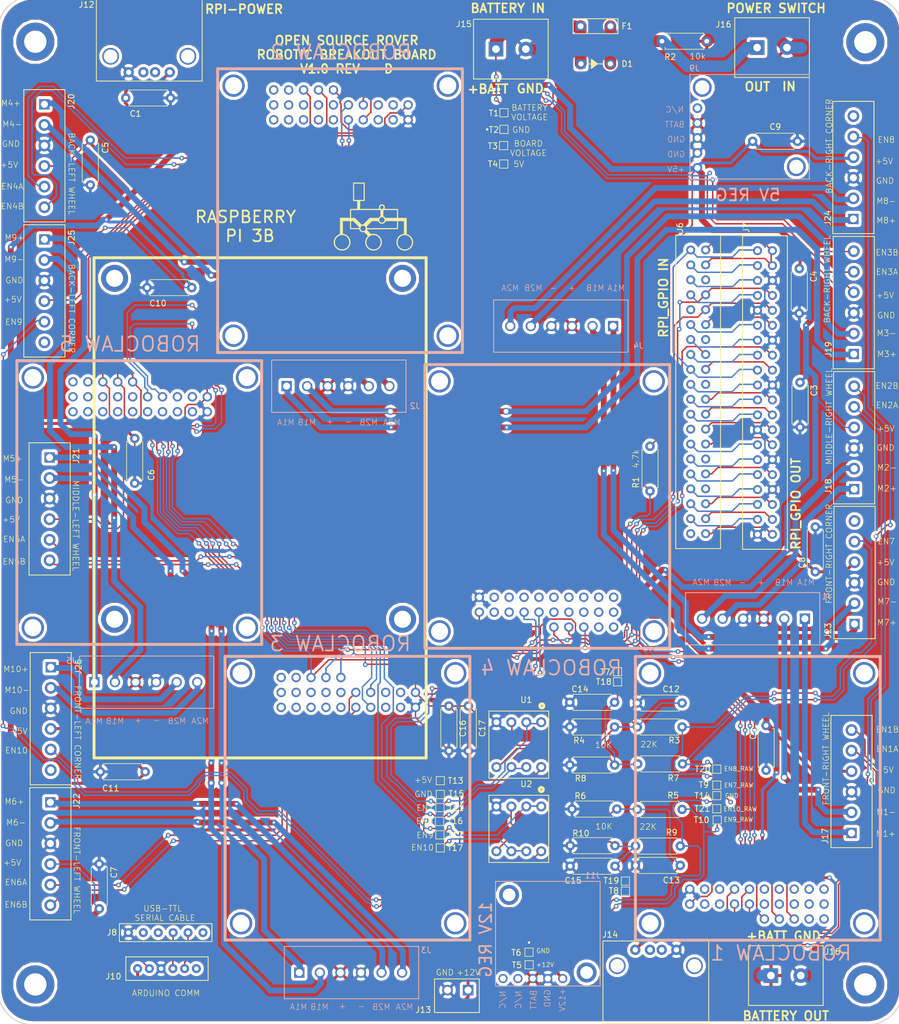
<source format=kicad_pcb>
(kicad_pcb (version 20171130) (host pcbnew "(5.1.0-0)")
  (layers (0 F.Cu signal hide) (31 B.Cu signal hide) (34 B.Paste user hide) (35 F.Paste user hide) (36 B.SilkS user hide) (37 F.SilkS user) (38 B.Mask user hide) (39 F.Mask user hide) (44 Edge.Cuts user hide))
  (net 0 "")
  (net 1 /RC1M1A)
  (net 2 /RC1M1B)
  (net 3 /RC1EN1A)
  (net 4 /RC1EN1B)
  (net 5 /RC1EN2B)
  (net 6 /RC1EN2A)
  (net 7 /RC1M2B)
  (net 8 /RC1M2A)
  (net 9 /RC2M2B)
  (net 10 /RC2M2A)
  (net 11 /RC2M1B)
  (net 12 /RC2M1A)
  (net 13 /RC2EN1A)
  (net 14 /RC2EN2A)
  (net 15 /RC2EN2B)
  (net 16 /RC2EN1B)
  (net 17 /RC4EN1A_RAW)
  (net 18 GND)
  (net 19 /RC5EN1A_RAW)
  (net 20 /RC4EN2A_RAW)
  (net 21 /RC5EN2A_RAW)
  (net 22 /RXD)
  (net 23 +5V)
  (net 24 /TXD)
  (net 25 /5REG_EN)
  (net 26 +BATT)
  (net 27 /RC4EN1A)
  (net 28 /RC4EN2A)
  (net 29 /RC3EN1B)
  (net 30 /RC3EN2B)
  (net 31 /RC3EN2A)
  (net 32 /RC3EN1A)
  (net 33 /RC5EN2A)
  (net 34 /RC5EN1A)
  (net 35 /RC4M2A)
  (net 36 /RC4M2B)
  (net 37 /RC5M1A)
  (net 38 /RC5M2A)
  (net 39 /RC5M2B)
  (net 40 /RC4M1B)
  (net 41 /RC4M1A)
  (net 42 /RC3M2A)
  (net 43 /RC3M2B)
  (net 44 /RC3M1B)
  (net 45 /RC3M1A)
  (net 46 /RC5M1B)
  (net 47 "Net-(RC5-Pad3)")
  (net 48 "Net-(RC5-Pad4)")
  (net 49 "Net-(RC5-Pad5)")
  (net 50 "Net-(RC5-Pad6)")
  (net 51 "Net-(RC5-Pad11)")
  (net 52 "Net-(RC5-Pad12)")
  (net 53 "Net-(RC5-Pad13)")
  (net 54 "Net-(RC5-Pad14)")
  (net 55 "Net-(RC5-Pad15)")
  (net 56 "Net-(RC5-Pad16)")
  (net 57 "Net-(RC5-Pad17)")
  (net 58 "Net-(RC5-Pad18)")
  (net 59 "Net-(RC5-Pad19)")
  (net 60 "Net-(RC5-Pad20)")
  (net 61 "Net-(RC5-Pad24)")
  (net 62 "Net-(RC5-Pad25)")
  (net 63 "Net-(RC1-Pad25)")
  (net 64 "Net-(RC1-Pad24)")
  (net 65 "Net-(RC1-Pad20)")
  (net 66 "Net-(RC1-Pad19)")
  (net 67 "Net-(RC1-Pad18)")
  (net 68 "Net-(RC1-Pad17)")
  (net 69 "Net-(RC1-Pad16)")
  (net 70 "Net-(RC1-Pad15)")
  (net 71 "Net-(RC1-Pad14)")
  (net 72 "Net-(RC1-Pad13)")
  (net 73 "Net-(RC1-Pad12)")
  (net 74 "Net-(RC1-Pad11)")
  (net 75 "Net-(RC1-Pad6)")
  (net 76 "Net-(RC1-Pad5)")
  (net 77 "Net-(RC1-Pad4)")
  (net 78 "Net-(RC1-Pad3)")
  (net 79 "Net-(RC2-Pad3)")
  (net 80 "Net-(RC2-Pad4)")
  (net 81 "Net-(RC2-Pad5)")
  (net 82 "Net-(RC2-Pad6)")
  (net 83 "Net-(RC2-Pad11)")
  (net 84 "Net-(RC2-Pad12)")
  (net 85 "Net-(RC2-Pad13)")
  (net 86 "Net-(RC2-Pad14)")
  (net 87 "Net-(RC2-Pad15)")
  (net 88 "Net-(RC2-Pad16)")
  (net 89 "Net-(RC2-Pad17)")
  (net 90 "Net-(RC2-Pad18)")
  (net 91 "Net-(RC2-Pad19)")
  (net 92 "Net-(RC2-Pad20)")
  (net 93 "Net-(RC2-Pad24)")
  (net 94 "Net-(RC2-Pad25)")
  (net 95 "Net-(RC3-Pad25)")
  (net 96 "Net-(RC3-Pad24)")
  (net 97 "Net-(RC3-Pad20)")
  (net 98 "Net-(RC3-Pad19)")
  (net 99 "Net-(RC3-Pad18)")
  (net 100 "Net-(RC3-Pad17)")
  (net 101 "Net-(RC3-Pad16)")
  (net 102 "Net-(RC3-Pad15)")
  (net 103 "Net-(RC3-Pad14)")
  (net 104 "Net-(RC3-Pad13)")
  (net 105 "Net-(RC3-Pad12)")
  (net 106 "Net-(RC3-Pad11)")
  (net 107 "Net-(RC3-Pad6)")
  (net 108 "Net-(RC3-Pad5)")
  (net 109 "Net-(RC3-Pad4)")
  (net 110 "Net-(RC3-Pad3)")
  (net 111 "Net-(RC4-Pad3)")
  (net 112 "Net-(RC4-Pad4)")
  (net 113 "Net-(RC4-Pad5)")
  (net 114 "Net-(RC4-Pad6)")
  (net 115 "Net-(RC4-Pad11)")
  (net 116 "Net-(RC4-Pad12)")
  (net 117 "Net-(RC4-Pad13)")
  (net 118 "Net-(RC4-Pad14)")
  (net 119 "Net-(RC4-Pad15)")
  (net 120 "Net-(RC4-Pad16)")
  (net 121 "Net-(RC4-Pad17)")
  (net 122 "Net-(RC4-Pad18)")
  (net 123 "Net-(RC4-Pad19)")
  (net 124 "Net-(RC4-Pad20)")
  (net 125 "Net-(RC4-Pad24)")
  (net 126 "Net-(RC4-Pad25)")
  (net 127 /3.3V)
  (net 128 /PI_5V)
  (net 129 /SDA1)
  (net 130 /SCL1)
  (net 131 /GPIO_CLK)
  (net 132 /GPIO_GEN0)
  (net 133 /GPIO_GEN1)
  (net 134 /GPIO_GEN2)
  (net 135 /GPIO_GEN3)
  (net 136 /GPIO_GEN5)
  (net 137 /SPI_MOSI)
  (net 138 /SPI_MISO)
  (net 139 /GPIO_GEN6)
  (net 140 /SPI_CLK)
  (net 141 /SPI_CEO_N)
  (net 142 /GPI_CE1_N)
  (net 143 /I2C_ID1)
  (net 144 /I2C_ID2)
  (net 145 /GPIO05)
  (net 146 /GPIO06)
  (net 147 /GPIO12)
  (net 148 /GPIO13)
  (net 149 /GPIO19)
  (net 150 /GPIO16)
  (net 151 /GPIO26)
  (net 152 /GPIO20)
  (net 153 /GPIO21)
  (net 154 "Net-(D1-Pad2)")
  (net 155 "Net-(D1-Pad1)")
  (net 156 "Net-(C15-Pad2)")
  (net 157 "Net-(C14-Pad2)")
  (net 158 "Net-(C13-Pad2)")
  (net 159 "Net-(C12-Pad2)")
  (net 160 /E_STOP)
  (net 161 "Net-(RC5-Pad10)")
  (net 162 "Net-(RC5-Pad8)")
  (net 163 "Net-(RC4-Pad10)")
  (net 164 "Net-(RC4-Pad8)")
  (net 165 +12V)
  (net 166 /PG)
  (net 167 /12REG_EN)
  (net 168 /CTS#)
  (net 169 /TTL_RXD)
  (net 170 /TTL_TXD)
  (net 171 /RTS#)
  (net 172 "Net-(J6-Pad6)")
  (net 173 "Net-(J6-Pad9)")
  (net 174 "Net-(J6-Pad14)")
  (net 175 "Net-(J6-Pad20)")
  (net 176 "Net-(J6-Pad25)")
  (net 177 "Net-(J6-Pad30)")
  (net 178 "Net-(J6-Pad34)")
  (net 179 "Net-(J6-Pad39)")
  (net 180 "Net-(J7-Pad16)")
  (net 181 "Net-(J12-Pad2)")
  (net 182 "Net-(J12-Pad3)")
  (net 183 "Net-(J23-Pad6)")
  (net 184 "Net-(J26-Pad6)")
  (net 185 "Net-(J24-Pad6)")
  (net 186 "Net-(J25-Pad6)")
  (net 187 "Net-(J8-Pad3)")
  (net 188 "Net-(J10-Pad6)")
  (net 189 "Net-(J14-Pad2)")
  (net 190 "Net-(J14-Pad3)")
  (net 191 "Net-(T19-Pad1)")
  (net 192 "Net-(T3-Pad1)")
  (net 193 "Net-(T14-Pad1)")
  (module "JPL Robotics:rover_image" (layer F.Cu) (at 63.373 -135.9535)
    (fp_text reference G*** hide)
    (fp_text value LOGO hide)
  )
  (module "JPL Robotics:455-1708-ND" (layer F.Cu) (at 22.7838 -8.5471)
    (fp_text reference J10 (at -4.1148 1.3208) (layer F.SilkS))
    (fp_text value 6posheader)
    (pad 1 thru_hole circle (at 0 0) (size 1.524 1.524) (drill 0.762) (layers *.Cu *.Mask) (net 165 +12V))
    (pad 2 thru_hole circle (at 2 0) (size 1.524 1.524) (drill 0.762) (layers *.Cu *.Mask) (net 23 +5V))
    (pad 3 thru_hole circle (at 4 0) (size 1.524 1.524) (drill 0.762) (layers *.Cu *.Mask) (net 18 GND))
    (pad 4 thru_hole circle (at 6 0) (size 1.524 1.524) (drill 0.762) (layers *.Cu *.Mask) (net 170 /TTL_TXD))
    (pad 5 thru_hole circle (at 8 0) (size 1.524 1.524) (drill 0.762) (layers *.Cu *.Mask) (net 169 /TTL_RXD))
    (pad 6 thru_hole circle (at 10 0) (size 1.524 1.524) (drill 0.762) (layers *.Cu *.Mask) (net 188 "Net-(J10-Pad6)"))
  )
  (module "JPL Robotics:AE9986-ND" (layer F.Cu) (at 91.4654 -36.1315 180)
    (fp_text reference U2 (at 2.54 3.81 180) (layer F.SilkS))
    (fp_text value LM358-N)
    (pad 8 thru_hole circle (at 0 -7.62 180) (size 1.7 1.7) (drill 1) (layers *.Cu *.Mask) (net 23 +5V))
    (pad 7 thru_hole circle (at 2.54 -7.62 180) (size 1.7 1.7) (drill 1) (layers *.Cu *.Mask) (net 33 /RC5EN2A))
    (pad 6 thru_hole circle (at 5.08 -7.62 180) (size 1.7 1.7) (drill 1) (layers *.Cu *.Mask) (net 33 /RC5EN2A))
    (pad 5 thru_hole circle (at 7.62 -7.62 180) (size 1.7 1.7) (drill 1) (layers *.Cu *.Mask) (net 156 "Net-(C15-Pad2)"))
    (pad 4 thru_hole circle (at 7.62 0 180) (size 1.7 1.7) (drill 1) (layers *.Cu *.Mask) (net 18 GND))
    (pad 3 thru_hole circle (at 5.08 0 180) (size 1.7 1.7) (drill 1) (layers *.Cu *.Mask) (net 158 "Net-(C13-Pad2)"))
    (pad 2 thru_hole circle (at 2.54 0 180) (size 1.7 1.7) (drill 1) (layers *.Cu *.Mask) (net 34 /RC5EN1A))
    (pad 1 thru_hole circle (at 0 0 180) (size 1.7 1.7) (drill 1) (layers *.Cu *.Mask) (net 34 /RC5EN1A))
  )
  (module "JPL Robotics:AE9986-ND" (layer F.Cu) (at 91.4654 -50.4571 180)
    (fp_text reference U1 (at 2.54 3.81 180) (layer F.SilkS))
    (fp_text value LM358-N)
    (pad 1 thru_hole circle (at 0 0 180) (size 1.7 1.7) (drill 1) (layers *.Cu *.Mask) (net 27 /RC4EN1A))
    (pad 2 thru_hole circle (at 2.54 0 180) (size 1.7 1.7) (drill 1) (layers *.Cu *.Mask) (net 27 /RC4EN1A))
    (pad 3 thru_hole circle (at 5.08 0 180) (size 1.7 1.7) (drill 1) (layers *.Cu *.Mask) (net 159 "Net-(C12-Pad2)"))
    (pad 4 thru_hole circle (at 7.62 0 180) (size 1.7 1.7) (drill 1) (layers *.Cu *.Mask) (net 18 GND))
    (pad 5 thru_hole circle (at 7.62 -7.62 180) (size 1.7 1.7) (drill 1) (layers *.Cu *.Mask) (net 157 "Net-(C14-Pad2)"))
    (pad 6 thru_hole circle (at 5.08 -7.62 180) (size 1.7 1.7) (drill 1) (layers *.Cu *.Mask) (net 28 /RC4EN2A))
    (pad 7 thru_hole circle (at 2.54 -7.62 180) (size 1.7 1.7) (drill 1) (layers *.Cu *.Mask) (net 28 /RC4EN2A))
    (pad 8 thru_hole circle (at 0 -7.62 180) (size 1.7 1.7) (drill 1) (layers *.Cu *.Mask) (net 23 +5V))
  )
  (module "JPL Robotics:ED1501-ND" (layer F.Cu) (at 79.0194 -4.8895 180)
    (fp_text reference J13 (at 7.62 -3.3528 180) (layer F.SilkS))
    (fp_text value ED1501-ND)
    (pad 2 thru_hole circle (at 3.5 0 180) (size 1.8 1.8) (drill 1.2) (layers *.Cu *.Mask) (net 18 GND))
    (pad 1 thru_hole rect (at 0 0 180) (size 1.8 1.8) (drill 1.2) (layers *.Cu *.Mask) (net 165 +12V))
  )
  (module "JPL Robotics:ED2989-ND USB Conn" (layer F.Cu) (at 110.9726 -11.7475)
    (fp_text reference J14 (at -7.7724 -2.5908) (layer F.SilkS))
    (fp_text value ED2989-ND-USB)
    (pad "" np_thru_hole circle (at 6.57 2.71) (size 2.85 2.85) (drill 2.3) (layers *.Cu *.Mask))
    (pad "" np_thru_hole circle (at -6.57 2.71) (size 2.85 2.85) (drill 2.3) (layers *.Cu *.Mask))
    (pad 4 thru_hole circle (at 3.5 0 90) (size 1.75 1.75) (drill 0.92) (layers *.Cu *.Mask) (net 18 GND))
    (pad 3 thru_hole circle (at 1 0) (size 1.75 1.75) (drill 0.92) (layers *.Cu *.Mask) (net 190 "Net-(J14-Pad3)"))
    (pad 2 thru_hole circle (at -1 0) (size 1.75 1.75) (drill 0.92) (layers *.Cu *.Mask) (net 189 "Net-(J14-Pad2)"))
    (pad 1 thru_hole circle (at -3.5 0) (size 1.75 1.75) (drill 0.92) (layers *.Cu *.Mask) (net 23 +5V))
  )
  (module "JPL Robotics:D24V22F12 Regulator" (layer F.Cu) (at 84.963 -6.858)
    (fp_text reference J11 (at 15.24 -17.5387) (layer B.SilkS) (effects (justify mirror)))
    (fp_text value S7038-ND)
    (pad 5 thru_hole circle (at 10.16 0) (size 1.56 1.56) (drill 1.02) (layers *.Cu *.Mask) (net 165 +12V))
    (pad 4 thru_hole circle (at 7.62 0) (size 1.56 1.56) (drill 1.02) (layers *.Cu *.Mask) (net 18 GND))
    (pad 3 thru_hole circle (at 5.08 0) (size 1.56 1.56) (drill 1.02) (layers *.Cu *.Mask) (net 26 +BATT))
    (pad 2 thru_hole circle (at 2.54 0) (size 1.56 1.56) (drill 1.02) (layers *.Cu *.Mask) (net 167 /12REG_EN))
    (pad 1 thru_hole circle (at 0 0) (size 1.56 1.56) (drill 1.02) (layers *.Cu *.Mask) (net 166 /PG))
    (pad "" np_thru_hole circle (at 1.03 -14.23) (size 3.4 3.4) (drill 2.18) (layers *.Cu *.Mask))
    (pad "" np_thru_hole circle (at 14.23 -1.03) (size 3.4 3.4) (drill 2.18) (layers *.Cu *.Mask))
  )
  (module Resistor_THT:R_Axial_DIN0207_L6.3mm_D2.5mm_P7.62mm_Horizontal (layer F.Cu) (at 79.0575 -53.213 270)
    (fp_text reference C17 (at 3.81 -2.37 270) (layer F.SilkS))
    (fp_text value 100nf)
    (pad 2 thru_hole oval (at 7.62 0 270) (size 1.6 1.6) (drill 0.8) (layers *.Cu *.Mask) (net 18 GND))
    (pad 1 thru_hole circle (at 0 0 270) (size 1.6 1.6) (drill 0.8) (layers *.Cu *.Mask) (net 23 +5V))
  )
  (module "JPL Robotics:6x1 Header Pin 0.1 Pitch" (layer F.Cu) (at 21.209 -14.6685)
    (fp_text reference J8 (at -2.794 -0.0254) (layer F.SilkS))
    (fp_text value 6posheader)
    (pad 6 thru_hole circle (at 12.7 0) (size 1.524 1.524) (drill 0.762) (layers *.Cu *.Mask) (net 171 /RTS#))
    (pad 5 thru_hole circle (at 10.16 0) (size 1.524 1.524) (drill 0.762) (layers *.Cu *.Mask) (net 169 /TTL_RXD))
    (pad 4 thru_hole circle (at 7.62 0) (size 1.524 1.524) (drill 0.762) (layers *.Cu *.Mask) (net 170 /TTL_TXD))
    (pad 3 thru_hole circle (at 5.08 0) (size 1.524 1.524) (drill 0.762) (layers *.Cu *.Mask) (net 187 "Net-(J8-Pad3)"))
    (pad 2 thru_hole circle (at 2.54 0) (size 1.524 1.524) (drill 0.762) (layers *.Cu *.Mask) (net 168 /CTS#))
    (pad 1 thru_hole circle (at 0 0) (size 1.524 1.524) (drill 0.762) (layers *.Cu *.Mask) (net 18 GND))
  )
  (module "JPL Robotics:ED2580-ND" (layer F.Cu) (at 83.7565 -164.973)
    (fp_text reference J15 (at -5.4483 -4.2545) (layer F.SilkS))
    (fp_text value ED2580-ND)
    (pad 2 thru_hole circle (at 5.08 0) (size 2.5 2.5) (drill 1.3) (layers *.Cu *.Mask) (net 18 GND))
    (pad 1 thru_hole rect (at 0 0) (size 2.5 2.5) (drill 1.3) (layers *.Cu *.Mask) (net 155 "Net-(D1-Pad1)"))
  )
  (module "JPL Robotics:ED2627-ND" (layer F.Cu) (at 15.4305 -57.277)
    (fp_text reference J5 (at -3.9243 -3.6449) (layer B.SilkS) (effects (justify mirror)))
    (fp_text value ED2627-ND hide)
    (pad 6 thru_hole circle (at 17.5 0) (size 1.75 1.75) (drill 1.2) (layers *.Cu *.Mask) (net 39 /RC5M2B))
    (pad 5 thru_hole circle (at 14 0) (size 1.75 1.75) (drill 1.2) (layers *.Cu *.Mask) (net 38 /RC5M2A))
    (pad 4 thru_hole circle (at 10.5 0) (size 1.75 1.75) (drill 1.2) (layers *.Cu *.Mask) (net 18 GND))
    (pad 3 thru_hole circle (at 7 0) (size 1.75 1.75) (drill 1.2) (layers *.Cu *.Mask) (net 26 +BATT))
    (pad 2 thru_hole circle (at 3.5 0) (size 1.75 1.75) (drill 1.2) (layers *.Cu *.Mask) (net 46 /RC5M1B))
    (pad 1 thru_hole rect (at 0 0) (size 1.75 1.75) (drill 1.2) (layers *.Cu *.Mask) (net 37 /RC5M1A))
  )
  (module "JPL Robotics:ED2627-ND" (layer F.Cu) (at 136.3345 -68.072 180)
    (fp_text reference J1 (at -3.6957 3.8227 180) (layer B.SilkS) (effects (justify mirror)))
    (fp_text value ED2627-ND hide)
    (pad 6 thru_hole circle (at 17.5 0 180) (size 1.75 1.75) (drill 1.2) (layers *.Cu *.Mask) (net 7 /RC1M2B))
    (pad 5 thru_hole circle (at 14 0 180) (size 1.75 1.75) (drill 1.2) (layers *.Cu *.Mask) (net 8 /RC1M2A))
    (pad 4 thru_hole circle (at 10.5 0 180) (size 1.75 1.75) (drill 1.2) (layers *.Cu *.Mask) (net 18 GND))
    (pad 3 thru_hole circle (at 7 0 180) (size 1.75 1.75) (drill 1.2) (layers *.Cu *.Mask) (net 26 +BATT))
    (pad 2 thru_hole circle (at 3.5 0 180) (size 1.75 1.75) (drill 1.2) (layers *.Cu *.Mask) (net 2 /RC1M1B))
    (pad 1 thru_hole rect (at 0 0 180) (size 1.75 1.75) (drill 1.2) (layers *.Cu *.Mask) (net 1 /RC1M1A))
  )
  (module "JPL Robotics:ED2627-ND" (layer F.Cu) (at 103.6955 -117.856 180)
    (fp_text reference J4 (at -4.2799 -3.3401 180) (layer B.SilkS) (effects (justify mirror)))
    (fp_text value ED2627-ND hide)
    (pad 6 thru_hole circle (at 17.5 0 180) (size 1.75 1.75) (drill 1.2) (layers *.Cu *.Mask) (net 36 /RC4M2B))
    (pad 5 thru_hole circle (at 14 0 180) (size 1.75 1.75) (drill 1.2) (layers *.Cu *.Mask) (net 35 /RC4M2A))
    (pad 4 thru_hole circle (at 10.5 0 180) (size 1.75 1.75) (drill 1.2) (layers *.Cu *.Mask) (net 18 GND))
    (pad 3 thru_hole circle (at 7 0 180) (size 1.75 1.75) (drill 1.2) (layers *.Cu *.Mask) (net 26 +BATT))
    (pad 2 thru_hole circle (at 3.5 0 180) (size 1.75 1.75) (drill 1.2) (layers *.Cu *.Mask) (net 40 /RC4M1B))
    (pad 1 thru_hole rect (at 0 0 180) (size 1.75 1.75) (drill 1.2) (layers *.Cu *.Mask) (net 41 /RC4M1A))
  )
  (module "JPL Robotics:ED2744-ND" (layer F.Cu) (at 144.272 -31.623 90)
    (fp_text reference J17 (at -0.5207 -4.4958 90) (layer F.SilkS))
    (fp_text value ED2744-ND hide)
    (pad 6 thru_hole circle (at 17.5 0 90) (size 2 2) (drill 1.2) (layers *.Cu *.Mask) (net 4 /RC1EN1B))
    (pad 5 thru_hole circle (at 14 0 90) (size 2 2) (drill 1.2) (layers *.Cu *.Mask) (net 3 /RC1EN1A))
    (pad 4 thru_hole circle (at 10.5 0 90) (size 2 2) (drill 1.2) (layers *.Cu *.Mask) (net 23 +5V))
    (pad 3 thru_hole circle (at 7 0 90) (size 2 2) (drill 1.2) (layers *.Cu *.Mask) (net 18 GND))
    (pad 2 thru_hole circle (at 3.5 0 90) (size 2 2) (drill 1.2) (layers *.Cu *.Mask) (net 2 /RC1M1B))
    (pad 1 thru_hole rect (at 0 0 90) (size 1.75 1.75) (drill 1.2) (layers *.Cu *.Mask) (net 1 /RC1M1A))
  )
  (module "JPL Robotics:ED2744-ND" (layer F.Cu) (at 6.9215 -132.588 270)
    (fp_text reference J25 (at -0.3175 -4.6355 90) (layer F.SilkS))
    (fp_text value ED2744-ND hide)
    (pad 6 thru_hole circle (at 17.5 0 270) (size 2 2) (drill 1.2) (layers *.Cu *.Mask) (net 186 "Net-(J25-Pad6)"))
    (pad 5 thru_hole circle (at 14 0 270) (size 2 2) (drill 1.2) (layers *.Cu *.Mask) (net 19 /RC5EN1A_RAW))
    (pad 4 thru_hole circle (at 10.5 0 270) (size 2 2) (drill 1.2) (layers *.Cu *.Mask) (net 23 +5V))
    (pad 3 thru_hole circle (at 7 0 270) (size 2 2) (drill 1.2) (layers *.Cu *.Mask) (net 18 GND))
    (pad 2 thru_hole circle (at 3.5 0 270) (size 2 2) (drill 1.2) (layers *.Cu *.Mask) (net 46 /RC5M1B))
    (pad 1 thru_hole rect (at 0 0 270) (size 1.75 1.75) (drill 1.2) (layers *.Cu *.Mask) (net 37 /RC5M1A))
  )
  (module "JPL Robotics:ED2744-ND" (layer F.Cu) (at 7.8105 -95.504 270)
    (fp_text reference J21 (at -0.2667 -4.5085 270) (layer F.SilkS))
    (fp_text value ED2744-ND hide)
    (pad 6 thru_hole circle (at 17.5 0 270) (size 2 2) (drill 1.2) (layers *.Cu *.Mask) (net 29 /RC3EN1B))
    (pad 5 thru_hole circle (at 14 0 270) (size 2 2) (drill 1.2) (layers *.Cu *.Mask) (net 32 /RC3EN1A))
    (pad 4 thru_hole circle (at 10.5 0 270) (size 2 2) (drill 1.2) (layers *.Cu *.Mask) (net 23 +5V))
    (pad 3 thru_hole circle (at 7 0 270) (size 2 2) (drill 1.2) (layers *.Cu *.Mask) (net 18 GND))
    (pad 2 thru_hole circle (at 3.5 0 270) (size 2 2) (drill 1.2) (layers *.Cu *.Mask) (net 44 /RC3M1B))
    (pad 1 thru_hole rect (at 0 0 270) (size 1.75 1.75) (drill 1.2) (layers *.Cu *.Mask) (net 45 /RC3M1A))
  )
  (module "JPL Robotics:ED2744-ND" (layer F.Cu) (at 6.9215 -155.575 270)
    (fp_text reference J20 (at -0.4953 -4.5847 270) (layer F.SilkS))
    (fp_text value ED2744-ND hide)
    (pad 6 thru_hole circle (at 17.5 0 270) (size 2 2) (drill 1.2) (layers *.Cu *.Mask) (net 15 /RC2EN2B))
    (pad 5 thru_hole circle (at 14 0 270) (size 2 2) (drill 1.2) (layers *.Cu *.Mask) (net 14 /RC2EN2A))
    (pad 4 thru_hole circle (at 10.5 0 270) (size 2 2) (drill 1.2) (layers *.Cu *.Mask) (net 23 +5V))
    (pad 3 thru_hole circle (at 7 0 270) (size 2 2) (drill 1.2) (layers *.Cu *.Mask) (net 18 GND))
    (pad 2 thru_hole circle (at 3.5 0 270) (size 2 2) (drill 1.2) (layers *.Cu *.Mask) (net 9 /RC2M2B))
    (pad 1 thru_hole rect (at 0 0 270) (size 1.75 1.75) (drill 1.2) (layers *.Cu *.Mask) (net 10 /RC2M2A))
  )
  (module "JPL Robotics:ED2744-ND" (layer F.Cu) (at 144.653 -113.0935 90)
    (fp_text reference J19 (at 0.8128 -4.318 90) (layer F.SilkS))
    (fp_text value ED2744-ND hide)
    (pad 6 thru_hole circle (at 17.5 0 90) (size 2 2) (drill 1.2) (layers *.Cu *.Mask) (net 16 /RC2EN1B))
    (pad 5 thru_hole circle (at 14 0 90) (size 2 2) (drill 1.2) (layers *.Cu *.Mask) (net 13 /RC2EN1A))
    (pad 4 thru_hole circle (at 10.5 0 90) (size 2 2) (drill 1.2) (layers *.Cu *.Mask) (net 23 +5V))
    (pad 3 thru_hole circle (at 7 0 90) (size 2 2) (drill 1.2) (layers *.Cu *.Mask) (net 18 GND))
    (pad 2 thru_hole circle (at 3.5 0 90) (size 2 2) (drill 1.2) (layers *.Cu *.Mask) (net 11 /RC2M1B))
    (pad 1 thru_hole rect (at 0 0 90) (size 1.75 1.75) (drill 1.2) (layers *.Cu *.Mask) (net 12 /RC2M1A))
  )
  (module "JPL Robotics:ED2744-ND" (layer F.Cu) (at 144.5895 -136.0805 90)
    (fp_text reference J24 (at 0.1778 -4.3561 90) (layer F.SilkS))
    (fp_text value ED2744-ND hide)
    (pad 6 thru_hole circle (at 17.5 0 90) (size 2 2) (drill 1.2) (layers *.Cu *.Mask) (net 185 "Net-(J24-Pad6)"))
    (pad 5 thru_hole circle (at 14 0 90) (size 2 2) (drill 1.2) (layers *.Cu *.Mask) (net 20 /RC4EN2A_RAW))
    (pad 4 thru_hole circle (at 10.5 0 90) (size 2 2) (drill 1.2) (layers *.Cu *.Mask) (net 23 +5V))
    (pad 3 thru_hole circle (at 7 0 90) (size 2 2) (drill 1.2) (layers *.Cu *.Mask) (net 18 GND))
    (pad 2 thru_hole circle (at 3.5 0 90) (size 2 2) (drill 1.2) (layers *.Cu *.Mask) (net 36 /RC4M2B))
    (pad 1 thru_hole rect (at 0 0 90) (size 1.75 1.75) (drill 1.2) (layers *.Cu *.Mask) (net 35 /RC4M2A))
  )
  (module "JPL Robotics:ED2744-ND" (layer F.Cu) (at 7.9375 -36.83 270)
    (fp_text reference J22 (at -0.2159 -4.4831 270) (layer F.SilkS))
    (fp_text value ED2744-ND hide)
    (pad 6 thru_hole circle (at 17.5 0 270) (size 2 2) (drill 1.2) (layers *.Cu *.Mask) (net 30 /RC3EN2B))
    (pad 5 thru_hole circle (at 14 0 270) (size 2 2) (drill 1.2) (layers *.Cu *.Mask) (net 31 /RC3EN2A))
    (pad 4 thru_hole circle (at 10.5 0 270) (size 2 2) (drill 1.2) (layers *.Cu *.Mask) (net 23 +5V))
    (pad 3 thru_hole circle (at 7 0 270) (size 2 2) (drill 1.2) (layers *.Cu *.Mask) (net 18 GND))
    (pad 2 thru_hole circle (at 3.5 0 270) (size 2 2) (drill 1.2) (layers *.Cu *.Mask) (net 43 /RC3M2B))
    (pad 1 thru_hole rect (at 0 0 270) (size 1.75 1.75) (drill 1.2) (layers *.Cu *.Mask) (net 42 /RC3M2A))
  )
  (module "JPL Robotics:ED2744-ND" (layer F.Cu) (at 144.7165 -90.1065 90)
    (fp_text reference J18 (at 0.4826 -4.3815 90) (layer F.SilkS))
    (fp_text value ED2744-ND hide)
    (pad 6 thru_hole circle (at 17.5 0 90) (size 2 2) (drill 1.2) (layers *.Cu *.Mask) (net 5 /RC1EN2B))
    (pad 5 thru_hole circle (at 14 0 90) (size 2 2) (drill 1.2) (layers *.Cu *.Mask) (net 6 /RC1EN2A))
    (pad 4 thru_hole circle (at 10.5 0 90) (size 2 2) (drill 1.2) (layers *.Cu *.Mask) (net 23 +5V))
    (pad 3 thru_hole circle (at 7 0 90) (size 2 2) (drill 1.2) (layers *.Cu *.Mask) (net 18 GND))
    (pad 2 thru_hole circle (at 3.5 0 90) (size 2 2) (drill 1.2) (layers *.Cu *.Mask) (net 7 /RC1M2B))
    (pad 1 thru_hole rect (at 0 0 90) (size 1.75 1.75) (drill 1.2) (layers *.Cu *.Mask) (net 8 /RC1M2A))
  )
  (module "JPL Robotics:ED2744-ND" (layer F.Cu) (at 144.78 -67.183 90)
    (fp_text reference J23 (at -1.1303 -4.4958 90) (layer F.SilkS))
    (fp_text value ED2744-ND hide)
    (pad 6 thru_hole circle (at 17.5 0 90) (size 2 2) (drill 1.2) (layers *.Cu *.Mask) (net 183 "Net-(J23-Pad6)"))
    (pad 5 thru_hole circle (at 14 0 90) (size 2 2) (drill 1.2) (layers *.Cu *.Mask) (net 17 /RC4EN1A_RAW))
    (pad 4 thru_hole circle (at 10.5 0 90) (size 2 2) (drill 1.2) (layers *.Cu *.Mask) (net 23 +5V))
    (pad 3 thru_hole circle (at 7 0 90) (size 2 2) (drill 1.2) (layers *.Cu *.Mask) (net 18 GND))
    (pad 2 thru_hole circle (at 3.5 0 90) (size 2 2) (drill 1.2) (layers *.Cu *.Mask) (net 40 /RC4M1B))
    (pad 1 thru_hole rect (at 0 0 90) (size 1.75 1.75) (drill 1.2) (layers *.Cu *.Mask) (net 41 /RC4M1A))
  )
  (module "JPL Robotics:ED2989-ND USB Conn" (layer F.Cu) (at 24.765 -161.036 180)
    (fp_text reference J12 (at 10.668 11.4935 180) (layer F.SilkS))
    (fp_text value ED2989-ND-USB)
    (pad "" np_thru_hole circle (at 6.57 2.71 180) (size 2.85 2.85) (drill 2.3) (layers *.Cu *.Mask))
    (pad "" np_thru_hole circle (at -6.57 2.71 180) (size 2.85 2.85) (drill 2.3) (layers *.Cu *.Mask))
    (pad 4 thru_hole circle (at 3.5 0 270) (size 1.75 1.75) (drill 0.92) (layers *.Cu *.Mask) (net 18 GND))
    (pad 3 thru_hole circle (at 1 0 180) (size 1.75 1.75) (drill 0.92) (layers *.Cu *.Mask) (net 182 "Net-(J12-Pad3)"))
    (pad 2 thru_hole circle (at -1 0 180) (size 1.75 1.75) (drill 0.92) (layers *.Cu *.Mask) (net 181 "Net-(J12-Pad2)"))
    (pad 1 thru_hole circle (at -3.5 0 180) (size 1.75 1.75) (drill 0.92) (layers *.Cu *.Mask) (net 23 +5V))
  )
  (module "JPL Robotics:Raspberry pi footprint" (layer F.Cu) (at 15.367 -129.4765 270)
    (fp_text reference M1 hide)
    (fp_text value Mounting_Holes)
    (pad "" np_thru_hole circle (at 61.5 -3.5 270) (size 4.6 4.6) (drill 2.9) (layers *.Cu *.Mask))
    (pad "" np_thru_hole circle (at 61.5 -52.5 270) (size 4.6 4.6) (drill 2.9) (layers *.Cu *.Mask))
    (pad "" np_thru_hole circle (at 3.5 -52.5 270) (size 4.6 4.6) (drill 2.9) (layers *.Cu *.Mask))
    (pad "" np_thru_hole circle (at 3.5 -3.5 270) (size 4.6 4.6) (drill 2.9) (layers *.Cu *.Mask))
  )
  (module "JPL Robotics:S7038-ND" (layer F.Cu) (at 116.7765 -160.655 270)
    (fp_text reference J9 (at -1.0541 -0.7493) (layer B.SilkS) (effects (justify mirror)))
    (fp_text value S7038-ND hide)
    (pad "" np_thru_hole circle (at 15.7 -18.1 270) (size 3.2 3.2) (drill 2.4) (layers *.Cu *.Mask))
    (pad "" np_thru_hole circle (at 2.2 -2.1 270) (size 3.2 3.2) (drill 2.4) (layers *.Cu *.Mask))
    (pad 5 thru_hole circle (at 15.89 -1.27 270) (size 1.65 1.65) (drill 1.02) (layers *.Cu *.Mask) (net 23 +5V))
    (pad 4 thru_hole circle (at 13.35 -1.27 270) (size 1.65 1.65) (drill 1.02) (layers *.Cu *.Mask) (net 18 GND))
    (pad 3 thru_hole circle (at 10.81 -1.27 270) (size 1.65 1.65) (drill 1.02) (layers *.Cu *.Mask) (net 18 GND))
    (pad 2 thru_hole circle (at 8.27 -1.27 270) (size 1.65 1.65) (drill 1.02) (layers *.Cu *.Mask) (net 26 +BATT))
    (pad 1 thru_hole circle (at 5.73 -1.27 270) (size 1.65 1.65) (drill 1.02) (layers *.Cu *.Mask) (net 25 /5REG_EN))
  )
  (module "JPL Robotics:S9175-ND" (layer F.Cu) (at 128.27 -130.683 270)
    (fp_text reference J7 (at -3.8989 1.905 270) (layer F.SilkS))
    (fp_text value S9175-ND)
    (pad 40 thru_hole circle (at 48.26 -2.54 270) (size 1.524 1.524) (drill 0.9) (layers *.Cu *.Mask) (net 153 /GPIO21))
    (pad 39 thru_hole circle (at 48.26 0 270) (size 1.524 1.524) (drill 0.9) (layers *.Cu *.Mask) (net 18 GND))
    (pad 38 thru_hole circle (at 45.72 -2.54 270) (size 1.524 1.524) (drill 0.9) (layers *.Cu *.Mask) (net 152 /GPIO20))
    (pad 37 thru_hole circle (at 45.72 0 270) (size 1.524 1.524) (drill 0.9) (layers *.Cu *.Mask) (net 151 /GPIO26))
    (pad 36 thru_hole circle (at 43.18 -2.54 270) (size 1.524 1.524) (drill 0.9) (layers *.Cu *.Mask) (net 150 /GPIO16))
    (pad 35 thru_hole circle (at 43.18 0 270) (size 1.524 1.524) (drill 0.9) (layers *.Cu *.Mask) (net 149 /GPIO19))
    (pad 34 thru_hole circle (at 40.64 -2.54 270) (size 1.524 1.524) (drill 0.9) (layers *.Cu *.Mask) (net 18 GND))
    (pad 33 thru_hole circle (at 40.64 0 270) (size 1.524 1.524) (drill 0.9) (layers *.Cu *.Mask) (net 148 /GPIO13))
    (pad 32 thru_hole circle (at 38.1 -2.54 270) (size 1.524 1.524) (drill 0.9) (layers *.Cu *.Mask) (net 147 /GPIO12))
    (pad 31 thru_hole circle (at 38.1 0 270) (size 1.524 1.524) (drill 0.9) (layers *.Cu *.Mask) (net 146 /GPIO06))
    (pad 30 thru_hole circle (at 35.56 -2.54 270) (size 1.524 1.524) (drill 0.9) (layers *.Cu *.Mask) (net 18 GND))
    (pad 29 thru_hole circle (at 35.56 0 270) (size 1.524 1.524) (drill 0.9) (layers *.Cu *.Mask) (net 145 /GPIO05))
    (pad 28 thru_hole circle (at 33.02 -2.54 270) (size 1.524 1.524) (drill 0.9) (layers *.Cu *.Mask) (net 144 /I2C_ID2))
    (pad 27 thru_hole circle (at 33.02 0 270) (size 1.524 1.524) (drill 0.9) (layers *.Cu *.Mask) (net 143 /I2C_ID1))
    (pad 26 thru_hole circle (at 30.48 -2.54 270) (size 1.524 1.524) (drill 0.9) (layers *.Cu *.Mask) (net 142 /GPI_CE1_N))
    (pad 25 thru_hole circle (at 30.48 0 270) (size 1.524 1.524) (drill 0.9) (layers *.Cu *.Mask) (net 18 GND))
    (pad 24 thru_hole circle (at 27.94 -2.54 270) (size 1.524 1.524) (drill 0.9) (layers *.Cu *.Mask) (net 141 /SPI_CEO_N))
    (pad 23 thru_hole circle (at 27.94 0 270) (size 1.524 1.524) (drill 0.9) (layers *.Cu *.Mask) (net 140 /SPI_CLK))
    (pad 22 thru_hole circle (at 25.4 -2.54 270) (size 1.524 1.524) (drill 0.9) (layers *.Cu *.Mask) (net 139 /GPIO_GEN6))
    (pad 21 thru_hole circle (at 25.4 0 270) (size 1.524 1.524) (drill 0.9) (layers *.Cu *.Mask) (net 138 /SPI_MISO))
    (pad 20 thru_hole circle (at 22.86 -2.54 270) (size 1.524 1.524) (drill 0.9) (layers *.Cu *.Mask) (net 18 GND))
    (pad 19 thru_hole circle (at 22.86 0 270) (size 1.524 1.524) (drill 0.9) (layers *.Cu *.Mask) (net 137 /SPI_MOSI))
    (pad 18 thru_hole circle (at 20.32 -2.54 270) (size 1.524 1.524) (drill 0.9) (layers *.Cu *.Mask) (net 136 /GPIO_GEN5))
    (pad 17 thru_hole circle (at 20.32 0 270) (size 1.524 1.524) (drill 0.9) (layers *.Cu *.Mask) (net 127 /3.3V))
    (pad 16 thru_hole circle (at 17.78 -2.54 270) (size 1.524 1.524) (drill 0.9) (layers *.Cu *.Mask) (net 180 "Net-(J7-Pad16)"))
    (pad 15 thru_hole circle (at 17.78 0 270) (size 1.524 1.524) (drill 0.9) (layers *.Cu *.Mask) (net 135 /GPIO_GEN3))
    (pad 14 thru_hole circle (at 15.24 -2.54 270) (size 1.524 1.524) (drill 0.9) (layers *.Cu *.Mask) (net 18 GND))
    (pad 13 thru_hole circle (at 15.24 0 270) (size 1.524 1.524) (drill 0.9) (layers *.Cu *.Mask) (net 134 /GPIO_GEN2))
    (pad 12 thru_hole circle (at 12.7 -2.54 270) (size 1.524 1.524) (drill 0.9) (layers *.Cu *.Mask) (net 133 /GPIO_GEN1))
    (pad 11 thru_hole circle (at 12.7 0 270) (size 1.524 1.524) (drill 0.9) (layers *.Cu *.Mask) (net 132 /GPIO_GEN0))
    (pad 10 thru_hole circle (at 10.16 -2.54 270) (size 1.524 1.524) (drill 0.9) (layers *.Cu *.Mask) (net 22 /RXD))
    (pad 9 thru_hole circle (at 10.16 0 270) (size 1.524 1.524) (drill 0.9) (layers *.Cu *.Mask) (net 18 GND))
    (pad 8 thru_hole circle (at 7.62 -2.54 270) (size 1.524 1.524) (drill 0.9) (layers *.Cu *.Mask) (net 24 /TXD))
    (pad 7 thru_hole circle (at 7.62 0 270) (size 1.524 1.524) (drill 0.9) (layers *.Cu *.Mask) (net 131 /GPIO_CLK))
    (pad 6 thru_hole circle (at 5.08 -2.54 270) (size 1.524 1.524) (drill 0.9) (layers *.Cu *.Mask) (net 18 GND))
    (pad 5 thru_hole circle (at 5.08 0 270) (size 1.524 1.524) (drill 0.9) (layers *.Cu *.Mask) (net 130 /SCL1))
    (pad 4 thru_hole circle (at 2.54 -2.54 270) (size 1.524 1.524) (drill 0.9) (layers *.Cu *.Mask) (net 128 /PI_5V))
    (pad 3 thru_hole circle (at 2.54 0 270) (size 1.524 1.524) (drill 0.9) (layers *.Cu *.Mask) (net 129 /SDA1))
    (pad 2 thru_hole circle (at 0 -2.54 270) (size 1.524 1.524) (drill 0.9) (layers *.Cu *.Mask) (net 128 /PI_5V))
    (pad 1 thru_hole circle (at 0 0 270) (size 1.524 1.524) (drill 0.9) (layers *.Cu *.Mask) (net 127 /3.3V))
  )
  (module "JPL Robotics:S9175-ND" (layer F.Cu) (at 116.9035 -130.8005 270)
    (fp_text reference J6 (at -3.8322 1.8161 270) (layer F.SilkS))
    (fp_text value S9175-ND)
    (pad 40 thru_hole circle (at 48.26 -2.54 270) (size 1.524 1.524) (drill 0.9) (layers *.Cu *.Mask) (net 153 /GPIO21))
    (pad 39 thru_hole circle (at 48.26 0 270) (size 1.524 1.524) (drill 0.9) (layers *.Cu *.Mask) (net 179 "Net-(J6-Pad39)"))
    (pad 38 thru_hole circle (at 45.72 -2.54 270) (size 1.524 1.524) (drill 0.9) (layers *.Cu *.Mask) (net 152 /GPIO20))
    (pad 37 thru_hole circle (at 45.72 0 270) (size 1.524 1.524) (drill 0.9) (layers *.Cu *.Mask) (net 151 /GPIO26))
    (pad 36 thru_hole circle (at 43.18 -2.54 270) (size 1.524 1.524) (drill 0.9) (layers *.Cu *.Mask) (net 150 /GPIO16))
    (pad 35 thru_hole circle (at 43.18 0 270) (size 1.524 1.524) (drill 0.9) (layers *.Cu *.Mask) (net 149 /GPIO19))
    (pad 34 thru_hole circle (at 40.64 -2.54 270) (size 1.524 1.524) (drill 0.9) (layers *.Cu *.Mask) (net 178 "Net-(J6-Pad34)"))
    (pad 33 thru_hole circle (at 40.64 0 270) (size 1.524 1.524) (drill 0.9) (layers *.Cu *.Mask) (net 148 /GPIO13))
    (pad 32 thru_hole circle (at 38.1 -2.54 270) (size 1.524 1.524) (drill 0.9) (layers *.Cu *.Mask) (net 147 /GPIO12))
    (pad 31 thru_hole circle (at 38.1 0 270) (size 1.524 1.524) (drill 0.9) (layers *.Cu *.Mask) (net 146 /GPIO06))
    (pad 30 thru_hole circle (at 35.56 -2.54 270) (size 1.524 1.524) (drill 0.9) (layers *.Cu *.Mask) (net 177 "Net-(J6-Pad30)"))
    (pad 29 thru_hole circle (at 35.56 0 270) (size 1.524 1.524) (drill 0.9) (layers *.Cu *.Mask) (net 145 /GPIO05))
    (pad 28 thru_hole circle (at 33.02 -2.54 270) (size 1.524 1.524) (drill 0.9) (layers *.Cu *.Mask) (net 144 /I2C_ID2))
    (pad 27 thru_hole circle (at 33.02 0 270) (size 1.524 1.524) (drill 0.9) (layers *.Cu *.Mask) (net 143 /I2C_ID1))
    (pad 26 thru_hole circle (at 30.48 -2.54 270) (size 1.524 1.524) (drill 0.9) (layers *.Cu *.Mask) (net 142 /GPI_CE1_N))
    (pad 25 thru_hole circle (at 30.48 0 270) (size 1.524 1.524) (drill 0.9) (layers *.Cu *.Mask) (net 176 "Net-(J6-Pad25)"))
    (pad 24 thru_hole circle (at 27.94 -2.54 270) (size 1.524 1.524) (drill 0.9) (layers *.Cu *.Mask) (net 141 /SPI_CEO_N))
    (pad 23 thru_hole circle (at 27.94 0 270) (size 1.524 1.524) (drill 0.9) (layers *.Cu *.Mask) (net 140 /SPI_CLK))
    (pad 22 thru_hole circle (at 25.4 -2.54 270) (size 1.524 1.524) (drill 0.9) (layers *.Cu *.Mask) (net 139 /GPIO_GEN6))
    (pad 21 thru_hole circle (at 25.4 0 270) (size 1.524 1.524) (drill 0.9) (layers *.Cu *.Mask) (net 138 /SPI_MISO))
    (pad 20 thru_hole circle (at 22.86 -2.54 270) (size 1.524 1.524) (drill 0.9) (layers *.Cu *.Mask) (net 175 "Net-(J6-Pad20)"))
    (pad 19 thru_hole circle (at 22.86 0 270) (size 1.524 1.524) (drill 0.9) (layers *.Cu *.Mask) (net 137 /SPI_MOSI))
    (pad 18 thru_hole circle (at 20.32 -2.54 270) (size 1.524 1.524) (drill 0.9) (layers *.Cu *.Mask) (net 136 /GPIO_GEN5))
    (pad 17 thru_hole circle (at 20.32 0 270) (size 1.524 1.524) (drill 0.9) (layers *.Cu *.Mask) (net 127 /3.3V))
    (pad 16 thru_hole circle (at 17.78 -2.54 270) (size 1.524 1.524) (drill 0.9) (layers *.Cu *.Mask) (net 160 /E_STOP))
    (pad 15 thru_hole circle (at 17.78 0 270) (size 1.524 1.524) (drill 0.9) (layers *.Cu *.Mask) (net 135 /GPIO_GEN3))
    (pad 14 thru_hole circle (at 15.24 -2.54 270) (size 1.524 1.524) (drill 0.9) (layers *.Cu *.Mask) (net 174 "Net-(J6-Pad14)"))
    (pad 13 thru_hole circle (at 15.24 0 270) (size 1.524 1.524) (drill 0.9) (layers *.Cu *.Mask) (net 134 /GPIO_GEN2))
    (pad 12 thru_hole circle (at 12.7 -2.54 270) (size 1.524 1.524) (drill 0.9) (layers *.Cu *.Mask) (net 133 /GPIO_GEN1))
    (pad 11 thru_hole circle (at 12.7 0 270) (size 1.524 1.524) (drill 0.9) (layers *.Cu *.Mask) (net 132 /GPIO_GEN0))
    (pad 10 thru_hole circle (at 10.16 -2.54 270) (size 1.524 1.524) (drill 0.9) (layers *.Cu *.Mask) (net 22 /RXD))
    (pad 9 thru_hole circle (at 10.16 0 270) (size 1.524 1.524) (drill 0.9) (layers *.Cu *.Mask) (net 173 "Net-(J6-Pad9)"))
    (pad 8 thru_hole circle (at 7.62 -2.54 270) (size 1.524 1.524) (drill 0.9) (layers *.Cu *.Mask) (net 24 /TXD))
    (pad 7 thru_hole circle (at 7.62 0 270) (size 1.524 1.524) (drill 0.9) (layers *.Cu *.Mask) (net 131 /GPIO_CLK))
    (pad 6 thru_hole circle (at 5.08 -2.54 270) (size 1.524 1.524) (drill 0.9) (layers *.Cu *.Mask) (net 172 "Net-(J6-Pad6)"))
    (pad 5 thru_hole circle (at 5.08 0 270) (size 1.524 1.524) (drill 0.9) (layers *.Cu *.Mask) (net 130 /SCL1))
    (pad 4 thru_hole circle (at 2.54 -2.54 270) (size 1.524 1.524) (drill 0.9) (layers *.Cu *.Mask) (net 128 /PI_5V))
    (pad 3 thru_hole circle (at 2.54 0 270) (size 1.524 1.524) (drill 0.9) (layers *.Cu *.Mask) (net 129 /SDA1))
    (pad 2 thru_hole circle (at 0 -2.54 270) (size 1.524 1.524) (drill 0.9) (layers *.Cu *.Mask) (net 128 /PI_5V))
    (pad 1 thru_hole circle (at 0 0 270) (size 1.524 1.524) (drill 0.9) (layers *.Cu *.Mask) (net 127 /3.3V))
  )
  (module Resistor_THT:R_Axial_DIN0207_L6.3mm_D2.5mm_P7.62mm_Horizontal (layer F.Cu) (at 135.509 -108.2675 270)
    (fp_text reference C3 (at 1.3716 -2.3876 270) (layer F.SilkS))
    (fp_text value 100nf)
    (pad 2 thru_hole oval (at 7.62 0 270) (size 1.6 1.6) (drill 0.8) (layers *.Cu *.Mask) (net 18 GND))
    (pad 1 thru_hole circle (at 0 0 270) (size 1.6 1.6) (drill 0.8) (layers *.Cu *.Mask) (net 23 +5V))
  )
  (module Resistor_THT:R_Axial_DIN0207_L6.3mm_D2.5mm_P7.62mm_Horizontal (layer F.Cu) (at 14.732 -149.479 270)
    (fp_text reference C5 (at 1.2827 -2.5654 270) (layer F.SilkS))
    (fp_text value 100nf)
    (pad 2 thru_hole oval (at 7.62 0 270) (size 1.6 1.6) (drill 0.8) (layers *.Cu *.Mask) (net 18 GND))
    (pad 1 thru_hole circle (at 0 0 270) (size 1.6 1.6) (drill 0.8) (layers *.Cu *.Mask) (net 23 +5V))
  )
  (module Resistor_THT:R_Axial_DIN0207_L6.3mm_D2.5mm_P7.62mm_Horizontal (layer F.Cu) (at 135.382 -127.635 270)
    (fp_text reference C4 (at 1.3335 -2.4638 270) (layer F.SilkS))
    (fp_text value 100nf)
    (pad 2 thru_hole oval (at 7.62 0 270) (size 1.6 1.6) (drill 0.8) (layers *.Cu *.Mask) (net 18 GND))
    (pad 1 thru_hole circle (at 0 0 270) (size 1.6 1.6) (drill 0.8) (layers *.Cu *.Mask) (net 23 +5V))
  )
  (module Resistor_THT:R_Axial_DIN0207_L6.3mm_D2.5mm_P7.62mm_Horizontal (layer F.Cu) (at 129.7305 -49.911 270)
    (fp_text reference C2 (at 1.4351 2.1971 270) (layer F.SilkS))
    (fp_text value 100nf)
    (pad 2 thru_hole oval (at 7.62 0 270) (size 1.6 1.6) (drill 0.8) (layers *.Cu *.Mask) (net 18 GND))
    (pad 1 thru_hole circle (at 0 0 270) (size 1.6 1.6) (drill 0.8) (layers *.Cu *.Mask) (net 23 +5V))
  )
  (module Resistor_THT:R_Axial_DIN0207_L6.3mm_D2.5mm_P7.62mm_Horizontal (layer F.Cu) (at 20.7645 -156.6545)
    (fp_text reference C1 (at 1.6637 2.667) (layer F.SilkS))
    (fp_text value 0.1mF)
    (pad 2 thru_hole oval (at 7.62 0) (size 1.6 1.6) (drill 0.8) (layers *.Cu *.Mask) (net 18 GND))
    (pad 1 thru_hole circle (at 0 0) (size 1.6 1.6) (drill 0.8) (layers *.Cu *.Mask) (net 23 +5V))
  )
  (module "JPL Robotics:ED2744-ND" (layer F.Cu) (at 8.001 -59.817 270)
    (fp_text reference J26 (at -0.0889 -4.7244 270) (layer F.SilkS))
    (fp_text value ED2744-ND hide)
    (pad 6 thru_hole circle (at 17.5 0 270) (size 2 2) (drill 1.2) (layers *.Cu *.Mask) (net 184 "Net-(J26-Pad6)"))
    (pad 5 thru_hole circle (at 14 0 270) (size 2 2) (drill 1.2) (layers *.Cu *.Mask) (net 21 /RC5EN2A_RAW))
    (pad 4 thru_hole circle (at 10.5 0 270) (size 2 2) (drill 1.2) (layers *.Cu *.Mask) (net 23 +5V))
    (pad 3 thru_hole circle (at 7 0 270) (size 2 2) (drill 1.2) (layers *.Cu *.Mask) (net 18 GND))
    (pad 2 thru_hole circle (at 3.5 0 270) (size 2 2) (drill 1.2) (layers *.Cu *.Mask) (net 39 /RC5M2B))
    (pad 1 thru_hole rect (at 0 0 270) (size 1.75 1.75) (drill 1.2) (layers *.Cu *.Mask) (net 38 /RC5M2A))
  )
  (module TestPoint:TestPoint_Pad_1.0x1.0mm (layer F.Cu) (at 121.3485 -35.7505)
    (fp_text reference T21 (at -2.4765 0) (layer F.SilkS))
    (fp_text value test_point)
    (pad 1 smd rect (at 0 0) (size 1 1) (layers F.Cu F.Mask) (net 21 /RC5EN2A_RAW))
  )
  (module TestPoint:TestPoint_Pad_1.0x1.0mm (layer F.Cu) (at 74.2315 -31.3055)
    (fp_text reference T12 (at 2.667 0) (layer F.SilkS))
    (fp_text value test_point)
    (pad 1 smd rect (at 0 0) (size 1 1) (layers F.Cu F.Mask) (net 34 /RC5EN1A))
  )
  (module TestPoint:TestPoint_Pad_1.0x1.0mm (layer F.Cu) (at 74.2315 -35.941 180)
    (fp_text reference T11 (at -2.7305 -0.0635 180) (layer F.SilkS))
    (fp_text value test_point)
    (pad 1 smd rect (at 0 0 180) (size 1 1) (layers F.Cu F.Mask) (net 27 /RC4EN1A))
  )
  (module TestPoint:TestPoint_Pad_1.0x1.0mm (layer F.Cu) (at 105.791 -23.4315)
    (fp_text reference T19 (at -2.413 -0.0635) (layer F.SilkS))
    (fp_text value test_point)
    (pad 1 smd rect (at 0 0) (size 1 1) (layers F.Cu F.Mask) (net 191 "Net-(T19-Pad1)"))
  )
  (module TestPoint:TestPoint_Pad_1.0x1.0mm (layer F.Cu) (at 104.4575 -57.3405)
    (fp_text reference T18 (at -2.3495 0) (layer F.SilkS))
    (fp_text value test_point)
    (pad 1 smd rect (at 0 0) (size 1 1) (layers F.Cu F.Mask) (net 157 "Net-(C14-Pad2)"))
  )
  (module TestPoint:TestPoint_Pad_1.0x1.0mm (layer F.Cu) (at 74.295 -29.083)
    (fp_text reference T17 (at 2.54 0) (layer F.SilkS))
    (fp_text value test_point)
    (pad 1 smd rect (at 0 0) (size 1 1) (layers F.Cu F.Mask) (net 33 /RC5EN2A))
  )
  (module TestPoint:TestPoint_Pad_1.0x1.0mm (layer F.Cu) (at 74.168 -33.5915)
    (fp_text reference T16 (at 2.667 -0.0635) (layer F.SilkS))
    (fp_text value test_point)
    (pad 1 smd rect (at 0 0) (size 1 1) (layers F.Cu F.Mask) (net 28 /RC4EN2A))
  )
  (module TestPoint:TestPoint_Pad_1.0x1.0mm (layer F.Cu) (at 74.295 -38.1635)
    (fp_text reference T15 (at 2.7305 -0.127) (layer F.SilkS))
    (fp_text value test_point)
    (pad 1 smd rect (at 0 0) (size 1 1) (layers F.Cu F.Mask) (net 18 GND))
  )
  (module TestPoint:TestPoint_Pad_1.0x1.0mm (layer F.Cu) (at 121.3485 -37.973)
    (fp_text reference T14 (at -2.4765 0) (layer F.SilkS))
    (fp_text value test_point)
    (pad 1 smd rect (at 0 0) (size 1 1) (layers F.Cu F.Mask) (net 193 "Net-(T14-Pad1)"))
  )
  (module TestPoint:TestPoint_Pad_1.0x1.0mm (layer F.Cu) (at 74.295 -40.513)
    (fp_text reference T13 (at 2.6035 0) (layer F.SilkS))
    (fp_text value test_point)
    (pad 1 smd rect (at 0 0) (size 1 1) (layers F.Cu F.Mask) (net 23 +5V))
  )
  (module TestPoint:TestPoint_Pad_1.0x1.0mm (layer F.Cu) (at 121.3485 -39.751 180)
    (fp_text reference T9 (at 2.2225 0.0635 180) (layer F.SilkS))
    (fp_text value test_point)
    (pad 1 smd rect (at 0 0 180) (size 1 1) (layers F.Cu F.Mask) (net 17 /RC4EN1A_RAW))
  )
  (module TestPoint:TestPoint_Pad_1.0x1.0mm (layer F.Cu) (at 105.791 -21.717)
    (fp_text reference T8 (at -1.9685 -0.0635) (layer F.SilkS))
    (fp_text value test_point)
    (pad 1 smd rect (at 0 0) (size 1 1) (layers F.Cu F.Mask) (net 158 "Net-(C13-Pad2)"))
  )
  (module TestPoint:TestPoint_Pad_1.0x1.0mm (layer F.Cu) (at 104.4575 -59.055)
    (fp_text reference T7 (at -2.0955 0.0635) (layer F.SilkS))
    (fp_text value test_point)
    (pad 1 smd rect (at 0 0) (size 1 1) (layers F.Cu F.Mask) (net 159 "Net-(C12-Pad2)"))
  )
  (module TestPoint:TestPoint_Pad_1.0x1.0mm (layer F.Cu) (at 89.3826 -11.3284)
    (fp_text reference T6 (at -2.159 0.0635) (layer F.SilkS))
    (fp_text value test_point)
    (pad 1 smd rect (at 0 0) (size 1 1) (layers F.Cu F.Mask) (net 18 GND))
  )
  (module TestPoint:TestPoint_Pad_1.0x1.0mm (layer F.Cu) (at 89.408 -9.2075)
    (fp_text reference T5 (at -2.0955 0.0635) (layer F.SilkS))
    (fp_text value test_point)
    (pad 1 smd rect (at 0 0) (size 1 1) (layers F.Cu F.Mask) (net 165 +12V))
  )
  (module TestPoint:TestPoint_Pad_1.0x1.0mm (layer F.Cu) (at 85.09 -145.415)
    (fp_text reference T4 (at -1.8415 0) (layer F.SilkS))
    (fp_text value test_point)
    (pad 1 smd rect (at 0 0) (size 1 1) (layers F.Cu F.Mask) (net 23 +5V))
  )
  (module TestPoint:TestPoint_Pad_1.0x1.0mm (layer F.Cu) (at 85.0646 -148.5519)
    (fp_text reference T3 (at -1.8415 0.0635) (layer F.SilkS))
    (fp_text value test_point)
    (pad 1 smd rect (at 0 0) (size 1 1) (layers F.Cu F.Mask) (net 192 "Net-(T3-Pad1)"))
  )
  (module TestPoint:TestPoint_Pad_1.0x1.0mm (layer F.Cu) (at 85.1281 -151.3078)
    (fp_text reference T2 (at -1.7145 0.0635) (layer F.SilkS))
    (fp_text value test_point)
    (pad 1 smd rect (at 0 0) (size 1 1) (layers F.Cu F.Mask) (net 18 GND))
  )
  (module TestPoint:TestPoint_Pad_1.0x1.0mm (layer F.Cu) (at 121.412 -33.8455 180)
    (fp_text reference T10 (at 2.667 0 180) (layer F.SilkS))
    (fp_text value test_point)
    (pad 1 smd rect (at 0 0 180) (size 1 1) (layers F.Cu F.Mask) (net 19 /RC5EN1A_RAW))
  )
  (module TestPoint:TestPoint_Pad_1.0x1.0mm (layer F.Cu) (at 85.1154 -154.1399)
    (fp_text reference T1 (at -1.7145 0.0635) (layer F.SilkS))
    (fp_text value test_point)
    (pad 1 smd rect (at 0 0) (size 1 1) (layers F.Cu F.Mask) (net 155 "Net-(D1-Pad1)"))
  )
  (module TestPoint:TestPoint_Pad_1.0x1.0mm (layer F.Cu) (at 121.3485 -42.4815)
    (fp_text reference T20 (at -2.413 0) (layer F.SilkS))
    (fp_text value test_point)
    (pad 1 smd rect (at 0 0) (size 1 1) (layers F.Cu F.Mask) (net 20 /RC4EN2A_RAW))
  )
  (module "JPL Robotics:Roboclaw Mount" (layer F.Cu) (at 74.168 -65.913)
    (fp_text reference RC4 hide)
    (fp_text value RoboClaw hide)
    (pad "" np_thru_hole circle (at 36.449 -42.545) (size 3.8 3.8) (drill 2.9) (layers *.Cu *.Mask))
    (pad "" np_thru_hole circle (at 0 -42.545) (size 3.8 3.8) (drill 2.9) (layers *.Cu *.Mask))
    (pad "" np_thru_hole circle (at 36.449 0) (size 3.8 3.8) (drill 2.9) (layers *.Cu *.Mask))
    (pad "" np_thru_hole circle (at 0 0) (size 3.8 3.8) (drill 2.9) (layers *.Cu *.Mask))
    (pad 25 thru_hole circle (at 29.62 -0.73) (size 1.6 1.6) (drill 1.02) (layers *.Cu *.Mask) (net 126 "Net-(RC4-Pad25)"))
    (pad 24 thru_hole circle (at 27.08 -0.73) (size 1.6 1.6) (drill 1.02) (layers *.Cu *.Mask) (net 125 "Net-(RC4-Pad24)"))
    (pad 23 thru_hole circle (at 24.54 -0.73) (size 1.6 1.6) (drill 1.02) (layers *.Cu *.Mask) (net 160 /E_STOP))
    (pad 22 thru_hole circle (at 22 -0.73) (size 1.6 1.6) (drill 1.02) (layers *.Cu *.Mask) (net 22 /RXD))
    (pad 21 thru_hole circle (at 19.46 -0.73) (size 1.6 1.6) (drill 1.02) (layers *.Cu *.Mask) (net 24 /TXD))
    (pad 20 thru_hole circle (at 29.62 -5.81) (size 1.6 1.6) (drill 1.02) (layers *.Cu *.Mask) (net 124 "Net-(RC4-Pad20)"))
    (pad 19 thru_hole circle (at 29.62 -3.27) (size 1.6 1.6) (drill 1.02) (layers *.Cu *.Mask) (net 123 "Net-(RC4-Pad19)"))
    (pad 18 thru_hole circle (at 27.08 -5.81) (size 1.6 1.6) (drill 1.02) (layers *.Cu *.Mask) (net 122 "Net-(RC4-Pad18)"))
    (pad 17 thru_hole circle (at 27.08 -3.27) (size 1.6 1.6) (drill 1.02) (layers *.Cu *.Mask) (net 121 "Net-(RC4-Pad17)"))
    (pad 16 thru_hole circle (at 24.54 -5.81) (size 1.6 1.6) (drill 1.02) (layers *.Cu *.Mask) (net 120 "Net-(RC4-Pad16)"))
    (pad 15 thru_hole circle (at 24.54 -3.27) (size 1.6 1.6) (drill 1.02) (layers *.Cu *.Mask) (net 119 "Net-(RC4-Pad15)"))
    (pad 14 thru_hole circle (at 22 -5.81) (size 1.6 1.6) (drill 1.02) (layers *.Cu *.Mask) (net 118 "Net-(RC4-Pad14)"))
    (pad 13 thru_hole circle (at 22 -3.27) (size 1.6 1.6) (drill 1.02) (layers *.Cu *.Mask) (net 117 "Net-(RC4-Pad13)"))
    (pad 12 thru_hole circle (at 19.46 -5.81) (size 1.6 1.6) (drill 1.02) (layers *.Cu *.Mask) (net 116 "Net-(RC4-Pad12)"))
    (pad 11 thru_hole circle (at 19.46 -3.27) (size 1.6 1.6) (drill 1.02) (layers *.Cu *.Mask) (net 115 "Net-(RC4-Pad11)"))
    (pad 10 thru_hole circle (at 16.92 -5.81) (size 1.6 1.6) (drill 1.02) (layers *.Cu *.Mask) (net 163 "Net-(RC4-Pad10)"))
    (pad 9 thru_hole circle (at 16.92 -3.27) (size 1.6 1.6) (drill 1.02) (layers *.Cu *.Mask) (net 28 /RC4EN2A))
    (pad 8 thru_hole circle (at 14.38 -5.81) (size 1.6 1.6) (drill 1.02) (layers *.Cu *.Mask) (net 164 "Net-(RC4-Pad8)"))
    (pad 7 thru_hole circle (at 14.38 -3.27) (size 1.6 1.6) (drill 1.02) (layers *.Cu *.Mask) (net 27 /RC4EN1A))
    (pad 6 thru_hole circle (at 11.84 -5.81) (size 1.6 1.6) (drill 1.02) (layers *.Cu *.Mask) (net 114 "Net-(RC4-Pad6)"))
    (pad 5 thru_hole circle (at 11.84 -3.27) (size 1.6 1.6) (drill 1.02) (layers *.Cu *.Mask) (net 113 "Net-(RC4-Pad5)"))
    (pad 4 thru_hole circle (at 9.3 -5.81) (size 1.6 1.6) (drill 1.02) (layers *.Cu *.Mask) (net 112 "Net-(RC4-Pad4)"))
    (pad 3 thru_hole circle (at 9.3 -3.27) (size 1.6 1.6) (drill 1.02) (layers *.Cu *.Mask) (net 111 "Net-(RC4-Pad3)"))
    (pad 2 thru_hole circle (at 6.76 -5.81) (size 1.6 1.6) (drill 1.02) (layers *.Cu *.Mask) (net 18 GND))
    (pad 1 thru_hole circle (at 6.76 -3.27) (size 1.6 1.6) (drill 1.02) (layers *.Cu *.Mask) (net 23 +5V))
  )
  (module Resistor_THT:R_Axial_DIN0207_L6.3mm_D2.5mm_P7.62mm_Horizontal (layer F.Cu) (at 103.9495 -43.18 180)
    (fp_text reference R8 (at 5.7785 -2.2733 180) (layer F.SilkS))
    (fp_text value 10K)
    (pad 2 thru_hole oval (at 7.62 0 180) (size 1.6 1.6) (drill 0.8) (layers *.Cu *.Mask) (net 18 GND))
    (pad 1 thru_hole circle (at 0 0 180) (size 1.6 1.6) (drill 0.8) (layers *.Cu *.Mask) (net 157 "Net-(C14-Pad2)"))
  )
  (module "JPL Robotics:Roboclaw Mount" (layer F.Cu) (at 75.565 -158.75 180)
    (fp_text reference RC2 hide)
    (fp_text value RoboClaw hide)
    (pad "" np_thru_hole circle (at 36.449 -42.545 180) (size 3.8 3.8) (drill 2.9) (layers *.Cu *.Mask))
    (pad "" np_thru_hole circle (at 0 -42.545 180) (size 3.8 3.8) (drill 2.9) (layers *.Cu *.Mask))
    (pad "" np_thru_hole circle (at 36.449 0 180) (size 3.8 3.8) (drill 2.9) (layers *.Cu *.Mask))
    (pad "" np_thru_hole circle (at 0 0 180) (size 3.8 3.8) (drill 2.9) (layers *.Cu *.Mask))
    (pad 25 thru_hole circle (at 29.62 -0.73 180) (size 1.6 1.6) (drill 1.02) (layers *.Cu *.Mask) (net 94 "Net-(RC2-Pad25)"))
    (pad 24 thru_hole circle (at 27.08 -0.73 180) (size 1.6 1.6) (drill 1.02) (layers *.Cu *.Mask) (net 93 "Net-(RC2-Pad24)"))
    (pad 23 thru_hole circle (at 24.54 -0.73 180) (size 1.6 1.6) (drill 1.02) (layers *.Cu *.Mask) (net 160 /E_STOP))
    (pad 22 thru_hole circle (at 22 -0.73 180) (size 1.6 1.6) (drill 1.02) (layers *.Cu *.Mask) (net 22 /RXD))
    (pad 21 thru_hole circle (at 19.46 -0.73 180) (size 1.6 1.6) (drill 1.02) (layers *.Cu *.Mask) (net 24 /TXD))
    (pad 20 thru_hole circle (at 29.62 -5.81 180) (size 1.6 1.6) (drill 1.02) (layers *.Cu *.Mask) (net 92 "Net-(RC2-Pad20)"))
    (pad 19 thru_hole circle (at 29.62 -3.27 180) (size 1.6 1.6) (drill 1.02) (layers *.Cu *.Mask) (net 91 "Net-(RC2-Pad19)"))
    (pad 18 thru_hole circle (at 27.08 -5.81 180) (size 1.6 1.6) (drill 1.02) (layers *.Cu *.Mask) (net 90 "Net-(RC2-Pad18)"))
    (pad 17 thru_hole circle (at 27.08 -3.27 180) (size 1.6 1.6) (drill 1.02) (layers *.Cu *.Mask) (net 89 "Net-(RC2-Pad17)"))
    (pad 16 thru_hole circle (at 24.54 -5.81 180) (size 1.6 1.6) (drill 1.02) (layers *.Cu *.Mask) (net 88 "Net-(RC2-Pad16)"))
    (pad 15 thru_hole circle (at 24.54 -3.27 180) (size 1.6 1.6) (drill 1.02) (layers *.Cu *.Mask) (net 87 "Net-(RC2-Pad15)"))
    (pad 14 thru_hole circle (at 22 -5.81 180) (size 1.6 1.6) (drill 1.02) (layers *.Cu *.Mask) (net 86 "Net-(RC2-Pad14)"))
    (pad 13 thru_hole circle (at 22 -3.27 180) (size 1.6 1.6) (drill 1.02) (layers *.Cu *.Mask) (net 85 "Net-(RC2-Pad13)"))
    (pad 12 thru_hole circle (at 19.46 -5.81 180) (size 1.6 1.6) (drill 1.02) (layers *.Cu *.Mask) (net 84 "Net-(RC2-Pad12)"))
    (pad 11 thru_hole circle (at 19.46 -3.27 180) (size 1.6 1.6) (drill 1.02) (layers *.Cu *.Mask) (net 83 "Net-(RC2-Pad11)"))
    (pad 10 thru_hole circle (at 16.92 -5.81 180) (size 1.6 1.6) (drill 1.02) (layers *.Cu *.Mask) (net 15 /RC2EN2B))
    (pad 9 thru_hole circle (at 16.92 -3.27 180) (size 1.6 1.6) (drill 1.02) (layers *.Cu *.Mask) (net 14 /RC2EN2A))
    (pad 8 thru_hole circle (at 14.38 -5.81 180) (size 1.6 1.6) (drill 1.02) (layers *.Cu *.Mask) (net 16 /RC2EN1B))
    (pad 7 thru_hole circle (at 14.38 -3.27 180) (size 1.6 1.6) (drill 1.02) (layers *.Cu *.Mask) (net 13 /RC2EN1A))
    (pad 6 thru_hole circle (at 11.84 -5.81 180) (size 1.6 1.6) (drill 1.02) (layers *.Cu *.Mask) (net 82 "Net-(RC2-Pad6)"))
    (pad 5 thru_hole circle (at 11.84 -3.27 180) (size 1.6 1.6) (drill 1.02) (layers *.Cu *.Mask) (net 81 "Net-(RC2-Pad5)"))
    (pad 4 thru_hole circle (at 9.3 -5.81 180) (size 1.6 1.6) (drill 1.02) (layers *.Cu *.Mask) (net 80 "Net-(RC2-Pad4)"))
    (pad 3 thru_hole circle (at 9.3 -3.27 180) (size 1.6 1.6) (drill 1.02) (layers *.Cu *.Mask) (net 79 "Net-(RC2-Pad3)"))
    (pad 2 thru_hole circle (at 6.76 -5.81 180) (size 1.6 1.6) (drill 1.02) (layers *.Cu *.Mask) (net 18 GND))
    (pad 1 thru_hole circle (at 6.76 -3.27 180) (size 1.6 1.6) (drill 1.02) (layers *.Cu *.Mask) (net 23 +5V))
  )
  (module "JPL Robotics:Roboclaw Mount" (layer F.Cu) (at 109.982 -16.256)
    (fp_text reference RC1 hide)
    (fp_text value RoboClaw hide)
    (pad "" np_thru_hole circle (at 36.449 -42.545) (size 3.8 3.8) (drill 2.9) (layers *.Cu *.Mask))
    (pad "" np_thru_hole circle (at 0 -42.545) (size 3.8 3.8) (drill 2.9) (layers *.Cu *.Mask))
    (pad "" np_thru_hole circle (at 36.449 0) (size 3.8 3.8) (drill 2.9) (layers *.Cu *.Mask))
    (pad "" np_thru_hole circle (at 0 0) (size 3.8 3.8) (drill 2.9) (layers *.Cu *.Mask))
    (pad 25 thru_hole circle (at 29.62 -0.73) (size 1.6 1.6) (drill 1.02) (layers *.Cu *.Mask) (net 63 "Net-(RC1-Pad25)"))
    (pad 24 thru_hole circle (at 27.08 -0.73) (size 1.6 1.6) (drill 1.02) (layers *.Cu *.Mask) (net 64 "Net-(RC1-Pad24)"))
    (pad 23 thru_hole circle (at 24.54 -0.73) (size 1.6 1.6) (drill 1.02) (layers *.Cu *.Mask) (net 160 /E_STOP))
    (pad 22 thru_hole circle (at 22 -0.73) (size 1.6 1.6) (drill 1.02) (layers *.Cu *.Mask) (net 22 /RXD))
    (pad 21 thru_hole circle (at 19.46 -0.73) (size 1.6 1.6) (drill 1.02) (layers *.Cu *.Mask) (net 24 /TXD))
    (pad 20 thru_hole circle (at 29.62 -5.81) (size 1.6 1.6) (drill 1.02) (layers *.Cu *.Mask) (net 65 "Net-(RC1-Pad20)"))
    (pad 19 thru_hole circle (at 29.62 -3.27) (size 1.6 1.6) (drill 1.02) (layers *.Cu *.Mask) (net 66 "Net-(RC1-Pad19)"))
    (pad 18 thru_hole circle (at 27.08 -5.81) (size 1.6 1.6) (drill 1.02) (layers *.Cu *.Mask) (net 67 "Net-(RC1-Pad18)"))
    (pad 17 thru_hole circle (at 27.08 -3.27) (size 1.6 1.6) (drill 1.02) (layers *.Cu *.Mask) (net 68 "Net-(RC1-Pad17)"))
    (pad 16 thru_hole circle (at 24.54 -5.81) (size 1.6 1.6) (drill 1.02) (layers *.Cu *.Mask) (net 69 "Net-(RC1-Pad16)"))
    (pad 15 thru_hole circle (at 24.54 -3.27) (size 1.6 1.6) (drill 1.02) (layers *.Cu *.Mask) (net 70 "Net-(RC1-Pad15)"))
    (pad 14 thru_hole circle (at 22 -5.81) (size 1.6 1.6) (drill 1.02) (layers *.Cu *.Mask) (net 71 "Net-(RC1-Pad14)"))
    (pad 13 thru_hole circle (at 22 -3.27) (size 1.6 1.6) (drill 1.02) (layers *.Cu *.Mask) (net 72 "Net-(RC1-Pad13)"))
    (pad 12 thru_hole circle (at 19.46 -5.81) (size 1.6 1.6) (drill 1.02) (layers *.Cu *.Mask) (net 73 "Net-(RC1-Pad12)"))
    (pad 11 thru_hole circle (at 19.46 -3.27) (size 1.6 1.6) (drill 1.02) (layers *.Cu *.Mask) (net 74 "Net-(RC1-Pad11)"))
    (pad 10 thru_hole circle (at 16.92 -5.81) (size 1.6 1.6) (drill 1.02) (layers *.Cu *.Mask) (net 5 /RC1EN2B))
    (pad 9 thru_hole circle (at 16.92 -3.27) (size 1.6 1.6) (drill 1.02) (layers *.Cu *.Mask) (net 6 /RC1EN2A))
    (pad 8 thru_hole circle (at 14.38 -5.81) (size 1.6 1.6) (drill 1.02) (layers *.Cu *.Mask) (net 4 /RC1EN1B))
    (pad 7 thru_hole circle (at 14.38 -3.27) (size 1.6 1.6) (drill 1.02) (layers *.Cu *.Mask) (net 3 /RC1EN1A))
    (pad 6 thru_hole circle (at 11.84 -5.81) (size 1.6 1.6) (drill 1.02) (layers *.Cu *.Mask) (net 75 "Net-(RC1-Pad6)"))
    (pad 5 thru_hole circle (at 11.84 -3.27) (size 1.6 1.6) (drill 1.02) (layers *.Cu *.Mask) (net 76 "Net-(RC1-Pad5)"))
    (pad 4 thru_hole circle (at 9.3 -5.81) (size 1.6 1.6) (drill 1.02) (layers *.Cu *.Mask) (net 77 "Net-(RC1-Pad4)"))
    (pad 3 thru_hole circle (at 9.3 -3.27) (size 1.6 1.6) (drill 1.02) (layers *.Cu *.Mask) (net 78 "Net-(RC1-Pad3)"))
    (pad 2 thru_hole circle (at 6.76 -5.81) (size 1.6 1.6) (drill 1.02) (layers *.Cu *.Mask) (net 18 GND))
    (pad 1 thru_hole circle (at 6.76 -3.27) (size 1.6 1.6) (drill 1.02) (layers *.Cu *.Mask) (net 23 +5V))
  )
  (module Resistor_THT:R_Axial_DIN0207_L6.3mm_D2.5mm_P7.62mm_Horizontal (layer F.Cu) (at 32.004 -124.3965 180)
    (fp_text reference C10 (at 5.7658 -2.667 180) (layer F.SilkS))
    (fp_text value 100nf)
    (pad 2 thru_hole oval (at 7.62 0 180) (size 1.6 1.6) (drill 0.8) (layers *.Cu *.Mask) (net 18 GND))
    (pad 1 thru_hole circle (at 0 0 180) (size 1.6 1.6) (drill 0.8) (layers *.Cu *.Mask) (net 23 +5V))
  )
  (module Resistor_THT:R_Axial_DIN0207_L6.3mm_D2.5mm_P7.62mm_Horizontal (layer F.Cu) (at 127.4445 -149.2885)
    (fp_text reference C9 (at 3.8481 -2.4638) (layer F.SilkS))
    (fp_text value 100nf)
    (pad 2 thru_hole oval (at 7.62 0) (size 1.6 1.6) (drill 0.8) (layers *.Cu *.Mask) (net 18 GND))
    (pad 1 thru_hole circle (at 0 0) (size 1.6 1.6) (drill 0.8) (layers *.Cu *.Mask) (net 23 +5V))
  )
  (module Resistor_THT:R_Axial_DIN0207_L6.3mm_D2.5mm_P7.62mm_Horizontal (layer F.Cu) (at 138.0998 -76.0603 90)
    (fp_text reference C8 (at 1.5494 -2.2352 90) (layer F.SilkS))
    (fp_text value 100nf)
    (pad 2 thru_hole oval (at 7.62 0 90) (size 1.6 1.6) (drill 0.8) (layers *.Cu *.Mask) (net 18 GND))
    (pad 1 thru_hole circle (at 0 0 90) (size 1.6 1.6) (drill 0.8) (layers *.Cu *.Mask) (net 23 +5V))
  )
  (module Resistor_THT:R_Axial_DIN0207_L6.3mm_D2.5mm_P7.62mm_Horizontal (layer F.Cu) (at 16.256 -18.7325 90)
    (fp_text reference C7 (at 6.1722 2.5146 90) (layer F.SilkS))
    (fp_text value 100nf)
    (pad 2 thru_hole oval (at 7.62 0 90) (size 1.6 1.6) (drill 0.8) (layers *.Cu *.Mask) (net 18 GND))
    (pad 1 thru_hole circle (at 0 0 90) (size 1.6 1.6) (drill 0.8) (layers *.Cu *.Mask) (net 23 +5V))
  )
  (module Resistor_THT:R_Axial_DIN0207_L6.3mm_D2.5mm_P7.62mm_Horizontal (layer F.Cu) (at 22.2885 -98.7425 270)
    (fp_text reference C6 (at 6.223 -2.8321 270) (layer F.SilkS))
    (fp_text value 100nf)
    (pad 2 thru_hole oval (at 7.62 0 270) (size 1.6 1.6) (drill 0.8) (layers *.Cu *.Mask) (net 18 GND))
    (pad 1 thru_hole circle (at 0 0 270) (size 1.6 1.6) (drill 0.8) (layers *.Cu *.Mask) (net 23 +5V))
  )
  (module Resistor_THT:R_Axial_DIN0207_L6.3mm_D2.5mm_P7.62mm_Horizontal (layer F.Cu) (at 107.823 -53.721)
    (fp_text reference C12 (at 5.7404 -2.37) (layer F.SilkS))
    (fp_text value 100nF)
    (pad 2 thru_hole oval (at 7.62 0) (size 1.6 1.6) (drill 0.8) (layers *.Cu *.Mask) (net 159 "Net-(C12-Pad2)"))
    (pad 1 thru_hole circle (at 0 0) (size 1.6 1.6) (drill 0.8) (layers *.Cu *.Mask) (net 18 GND))
  )
  (module Resistor_THT:R_Axial_DIN0207_L6.3mm_D2.5mm_P7.62mm_Horizontal (layer F.Cu) (at 107.5055 -26.0985)
    (fp_text reference C13 (at 6.1087 2.5146) (layer F.SilkS))
    (fp_text value 100nF)
    (pad 2 thru_hole oval (at 7.62 0) (size 1.6 1.6) (drill 0.8) (layers *.Cu *.Mask) (net 158 "Net-(C13-Pad2)"))
    (pad 1 thru_hole circle (at 0 0) (size 1.6 1.6) (drill 0.8) (layers *.Cu *.Mask) (net 18 GND))
  )
  (module Resistor_THT:R_Axial_DIN0207_L6.3mm_D2.5mm_P7.62mm_Horizontal (layer F.Cu) (at 96.3295 -53.848)
    (fp_text reference C14 (at 1.7399 -2.2479) (layer F.SilkS))
    (fp_text value 100nF)
    (pad 2 thru_hole oval (at 7.62 0) (size 1.6 1.6) (drill 0.8) (layers *.Cu *.Mask) (net 157 "Net-(C14-Pad2)"))
    (pad 1 thru_hole circle (at 0 0) (size 1.6 1.6) (drill 0.8) (layers *.Cu *.Mask) (net 18 GND))
  )
  (module Resistor_THT:R_Axial_DIN0207_L6.3mm_D2.5mm_P7.62mm_Horizontal (layer F.Cu) (at 96.393 -25.9715)
    (fp_text reference C15 (at 0.508 2.4384) (layer F.SilkS))
    (fp_text value 100nF)
    (pad 2 thru_hole oval (at 7.62 0) (size 1.6 1.6) (drill 0.8) (layers *.Cu *.Mask) (net 156 "Net-(C15-Pad2)"))
    (pad 1 thru_hole circle (at 0 0) (size 1.6 1.6) (drill 0.8) (layers *.Cu *.Mask) (net 18 GND))
  )
  (module Resistor_THT:R_Axial_DIN0207_L6.3mm_D2.5mm_P7.62mm_Horizontal (layer F.Cu) (at 24.0665 -42.037 180)
    (fp_text reference C11 (at 5.8547 -2.8067 180) (layer F.SilkS))
    (fp_text value 100nf)
    (pad 2 thru_hole oval (at 7.62 0 180) (size 1.6 1.6) (drill 0.8) (layers *.Cu *.Mask) (net 18 GND))
    (pad 1 thru_hole circle (at 0 0 180) (size 1.6 1.6) (drill 0.8) (layers *.Cu *.Mask) (net 23 +5V))
  )
  (module Resistor_THT:R_Axial_DIN0207_L6.3mm_D2.5mm_P7.62mm_Horizontal (layer F.Cu) (at 75.7555 -53.213 270)
    (fp_text reference C16 (at 3.81 -2.37 270) (layer F.SilkS))
    (fp_text value 100nf)
    (pad 2 thru_hole oval (at 7.62 0 270) (size 1.6 1.6) (drill 0.8) (layers *.Cu *.Mask) (net 18 GND))
    (pad 1 thru_hole circle (at 0 0 270) (size 1.6 1.6) (drill 0.8) (layers *.Cu *.Mask) (net 23 +5V))
  )
  (module Resistor_THT:R_Axial_DIN0207_L6.3mm_D2.5mm_P7.62mm_Horizontal (layer F.Cu) (at 104.013 -29.464 180)
    (fp_text reference R10 (at 5.7912 2.0955 180) (layer F.SilkS))
    (fp_text value 10K)
    (pad 2 thru_hole oval (at 7.62 0 180) (size 1.6 1.6) (drill 0.8) (layers *.Cu *.Mask) (net 18 GND))
    (pad 1 thru_hole circle (at 0 0 180) (size 1.6 1.6) (drill 0.8) (layers *.Cu *.Mask) (net 156 "Net-(C15-Pad2)"))
  )
  (module "JPL Robotics:Roboclaw Mount" (layer F.Cu) (at 76.835 -58.801 180)
    (fp_text reference RC3 hide)
    (fp_text value RoboClaw hide)
    (pad "" np_thru_hole circle (at 36.449 -42.545 180) (size 3.8 3.8) (drill 2.9) (layers *.Cu *.Mask))
    (pad "" np_thru_hole circle (at 0 -42.545 180) (size 3.8 3.8) (drill 2.9) (layers *.Cu *.Mask))
    (pad "" np_thru_hole circle (at 36.449 0 180) (size 3.8 3.8) (drill 2.9) (layers *.Cu *.Mask))
    (pad "" np_thru_hole circle (at 0 0 180) (size 3.8 3.8) (drill 2.9) (layers *.Cu *.Mask))
    (pad 25 thru_hole circle (at 29.62 -0.73 180) (size 1.6 1.6) (drill 1.02) (layers *.Cu *.Mask) (net 95 "Net-(RC3-Pad25)"))
    (pad 24 thru_hole circle (at 27.08 -0.73 180) (size 1.6 1.6) (drill 1.02) (layers *.Cu *.Mask) (net 96 "Net-(RC3-Pad24)"))
    (pad 23 thru_hole circle (at 24.54 -0.73 180) (size 1.6 1.6) (drill 1.02) (layers *.Cu *.Mask) (net 160 /E_STOP))
    (pad 22 thru_hole circle (at 22 -0.73 180) (size 1.6 1.6) (drill 1.02) (layers *.Cu *.Mask) (net 22 /RXD))
    (pad 21 thru_hole circle (at 19.46 -0.73 180) (size 1.6 1.6) (drill 1.02) (layers *.Cu *.Mask) (net 24 /TXD))
    (pad 20 thru_hole circle (at 29.62 -5.81 180) (size 1.6 1.6) (drill 1.02) (layers *.Cu *.Mask) (net 97 "Net-(RC3-Pad20)"))
    (pad 19 thru_hole circle (at 29.62 -3.27 180) (size 1.6 1.6) (drill 1.02) (layers *.Cu *.Mask) (net 98 "Net-(RC3-Pad19)"))
    (pad 18 thru_hole circle (at 27.08 -5.81 180) (size 1.6 1.6) (drill 1.02) (layers *.Cu *.Mask) (net 99 "Net-(RC3-Pad18)"))
    (pad 17 thru_hole circle (at 27.08 -3.27 180) (size 1.6 1.6) (drill 1.02) (layers *.Cu *.Mask) (net 100 "Net-(RC3-Pad17)"))
    (pad 16 thru_hole circle (at 24.54 -5.81 180) (size 1.6 1.6) (drill 1.02) (layers *.Cu *.Mask) (net 101 "Net-(RC3-Pad16)"))
    (pad 15 thru_hole circle (at 24.54 -3.27 180) (size 1.6 1.6) (drill 1.02) (layers *.Cu *.Mask) (net 102 "Net-(RC3-Pad15)"))
    (pad 14 thru_hole circle (at 22 -5.81 180) (size 1.6 1.6) (drill 1.02) (layers *.Cu *.Mask) (net 103 "Net-(RC3-Pad14)"))
    (pad 13 thru_hole circle (at 22 -3.27 180) (size 1.6 1.6) (drill 1.02) (layers *.Cu *.Mask) (net 104 "Net-(RC3-Pad13)"))
    (pad 12 thru_hole circle (at 19.46 -5.81 180) (size 1.6 1.6) (drill 1.02) (layers *.Cu *.Mask) (net 105 "Net-(RC3-Pad12)"))
    (pad 11 thru_hole circle (at 19.46 -3.27 180) (size 1.6 1.6) (drill 1.02) (layers *.Cu *.Mask) (net 106 "Net-(RC3-Pad11)"))
    (pad 10 thru_hole circle (at 16.92 -5.81 180) (size 1.6 1.6) (drill 1.02) (layers *.Cu *.Mask) (net 30 /RC3EN2B))
    (pad 9 thru_hole circle (at 16.92 -3.27 180) (size 1.6 1.6) (drill 1.02) (layers *.Cu *.Mask) (net 31 /RC3EN2A))
    (pad 8 thru_hole circle (at 14.38 -5.81 180) (size 1.6 1.6) (drill 1.02) (layers *.Cu *.Mask) (net 29 /RC3EN1B))
    (pad 7 thru_hole circle (at 14.38 -3.27 180) (size 1.6 1.6) (drill 1.02) (layers *.Cu *.Mask) (net 32 /RC3EN1A))
    (pad 6 thru_hole circle (at 11.84 -5.81 180) (size 1.6 1.6) (drill 1.02) (layers *.Cu *.Mask) (net 107 "Net-(RC3-Pad6)"))
    (pad 5 thru_hole circle (at 11.84 -3.27 180) (size 1.6 1.6) (drill 1.02) (layers *.Cu *.Mask) (net 108 "Net-(RC3-Pad5)"))
    (pad 4 thru_hole circle (at 9.3 -5.81 180) (size 1.6 1.6) (drill 1.02) (layers *.Cu *.Mask) (net 109 "Net-(RC3-Pad4)"))
    (pad 3 thru_hole circle (at 9.3 -3.27 180) (size 1.6 1.6) (drill 1.02) (layers *.Cu *.Mask) (net 110 "Net-(RC3-Pad3)"))
    (pad 2 thru_hole circle (at 6.76 -5.81 180) (size 1.6 1.6) (drill 1.02) (layers *.Cu *.Mask) (net 18 GND))
    (pad 1 thru_hole circle (at 6.76 -3.27 180) (size 1.6 1.6) (drill 1.02) (layers *.Cu *.Mask) (net 23 +5V))
  )
  (module "JPL Robotics:Roboclaw Mount" (layer F.Cu) (at 41.402 -109.093 180)
    (fp_text reference RC5 hide)
    (fp_text value RoboClaw hide)
    (pad "" np_thru_hole circle (at 36.449 -42.545 180) (size 3.8 3.8) (drill 2.9) (layers *.Cu *.Mask))
    (pad "" np_thru_hole circle (at 0 -42.545 180) (size 3.8 3.8) (drill 2.9) (layers *.Cu *.Mask))
    (pad "" np_thru_hole circle (at 36.449 0 180) (size 3.8 3.8) (drill 2.9) (layers *.Cu *.Mask))
    (pad "" np_thru_hole circle (at 0 0 180) (size 3.8 3.8) (drill 2.9) (layers *.Cu *.Mask))
    (pad 25 thru_hole circle (at 29.62 -0.73 180) (size 1.6 1.6) (drill 1.02) (layers *.Cu *.Mask) (net 62 "Net-(RC5-Pad25)"))
    (pad 24 thru_hole circle (at 27.08 -0.73 180) (size 1.6 1.6) (drill 1.02) (layers *.Cu *.Mask) (net 61 "Net-(RC5-Pad24)"))
    (pad 23 thru_hole circle (at 24.54 -0.73 180) (size 1.6 1.6) (drill 1.02) (layers *.Cu *.Mask) (net 160 /E_STOP))
    (pad 22 thru_hole circle (at 22 -0.73 180) (size 1.6 1.6) (drill 1.02) (layers *.Cu *.Mask) (net 22 /RXD))
    (pad 21 thru_hole circle (at 19.46 -0.73 180) (size 1.6 1.6) (drill 1.02) (layers *.Cu *.Mask) (net 24 /TXD))
    (pad 20 thru_hole circle (at 29.62 -5.81 180) (size 1.6 1.6) (drill 1.02) (layers *.Cu *.Mask) (net 60 "Net-(RC5-Pad20)"))
    (pad 19 thru_hole circle (at 29.62 -3.27 180) (size 1.6 1.6) (drill 1.02) (layers *.Cu *.Mask) (net 59 "Net-(RC5-Pad19)"))
    (pad 18 thru_hole circle (at 27.08 -5.81 180) (size 1.6 1.6) (drill 1.02) (layers *.Cu *.Mask) (net 58 "Net-(RC5-Pad18)"))
    (pad 17 thru_hole circle (at 27.08 -3.27 180) (size 1.6 1.6) (drill 1.02) (layers *.Cu *.Mask) (net 57 "Net-(RC5-Pad17)"))
    (pad 16 thru_hole circle (at 24.54 -5.81 180) (size 1.6 1.6) (drill 1.02) (layers *.Cu *.Mask) (net 56 "Net-(RC5-Pad16)"))
    (pad 15 thru_hole circle (at 24.54 -3.27 180) (size 1.6 1.6) (drill 1.02) (layers *.Cu *.Mask) (net 55 "Net-(RC5-Pad15)"))
    (pad 14 thru_hole circle (at 22 -5.81 180) (size 1.6 1.6) (drill 1.02) (layers *.Cu *.Mask) (net 54 "Net-(RC5-Pad14)"))
    (pad 13 thru_hole circle (at 22 -3.27 180) (size 1.6 1.6) (drill 1.02) (layers *.Cu *.Mask) (net 53 "Net-(RC5-Pad13)"))
    (pad 12 thru_hole circle (at 19.46 -5.81 180) (size 1.6 1.6) (drill 1.02) (layers *.Cu *.Mask) (net 52 "Net-(RC5-Pad12)"))
    (pad 11 thru_hole circle (at 19.46 -3.27 180) (size 1.6 1.6) (drill 1.02) (layers *.Cu *.Mask) (net 51 "Net-(RC5-Pad11)"))
    (pad 10 thru_hole circle (at 16.92 -5.81 180) (size 1.6 1.6) (drill 1.02) (layers *.Cu *.Mask) (net 161 "Net-(RC5-Pad10)"))
    (pad 9 thru_hole circle (at 16.92 -3.27 180) (size 1.6 1.6) (drill 1.02) (layers *.Cu *.Mask) (net 33 /RC5EN2A))
    (pad 8 thru_hole circle (at 14.38 -5.81 180) (size 1.6 1.6) (drill 1.02) (layers *.Cu *.Mask) (net 162 "Net-(RC5-Pad8)"))
    (pad 7 thru_hole circle (at 14.38 -3.27 180) (size 1.6 1.6) (drill 1.02) (layers *.Cu *.Mask) (net 34 /RC5EN1A))
    (pad 6 thru_hole circle (at 11.84 -5.81 180) (size 1.6 1.6) (drill 1.02) (layers *.Cu *.Mask) (net 50 "Net-(RC5-Pad6)"))
    (pad 5 thru_hole circle (at 11.84 -3.27 180) (size 1.6 1.6) (drill 1.02) (layers *.Cu *.Mask) (net 49 "Net-(RC5-Pad5)"))
    (pad 4 thru_hole circle (at 9.3 -5.81 180) (size 1.6 1.6) (drill 1.02) (layers *.Cu *.Mask) (net 48 "Net-(RC5-Pad4)"))
    (pad 3 thru_hole circle (at 9.3 -3.27 180) (size 1.6 1.6) (drill 1.02) (layers *.Cu *.Mask) (net 47 "Net-(RC5-Pad3)"))
    (pad 2 thru_hole circle (at 6.76 -5.81 180) (size 1.6 1.6) (drill 1.02) (layers *.Cu *.Mask) (net 18 GND))
    (pad 1 thru_hole circle (at 6.76 -3.27 180) (size 1.6 1.6) (drill 1.02) (layers *.Cu *.Mask) (net 23 +5V))
  )
  (module "JPL Robotics:#6THRU-HOLE" (layer F.Cu) (at 5.3796 -5.8496)
    (fp_text reference MH1 hide)
    (fp_text value "#6THRU-HOLE" hide)
    (pad "" np_thru_hole circle (at 0 0) (size 6.5 6.5) (drill 3.8) (layers *.Cu *.Mask))
  )
  (module "JPL Robotics:#6THRU-HOLE" (layer F.Cu) (at 5.3796 -166.2275)
    (fp_text reference MH2 hide)
    (fp_text value "#6THRU-HOLE" hide)
    (pad "" np_thru_hole circle (at 0 0) (size 6.5 6.5) (drill 3.8) (layers *.Cu *.Mask))
  )
  (module "JPL Robotics:#6THRU-HOLE" (layer F.Cu) (at 146.6204 -166.1404)
    (fp_text reference MH3 hide)
    (fp_text value "#6THRU-HOLE" hide)
    (pad "" np_thru_hole circle (at 0 0) (size 6.5 6.5) (drill 3.8) (layers *.Cu *.Mask))
  )
  (module "JPL Robotics:#6THRU-HOLE" (layer F.Cu) (at 146.602 -5.8496)
    (fp_text reference MH4 hide)
    (fp_text value "#6THRU-HOLE" hide)
    (pad "" np_thru_hole circle (at 0 0) (size 6.5 6.5) (drill 3.8) (layers *.Cu *.Mask))
  )
  (module "JPL Robotics:497-2738-5-ND" (layer F.Cu) (at 98.2345 -162.4584)
    (fp_text reference D1 (at 7.874 0) (layer F.SilkS))
    (fp_text value D hide)
    (pad 2 thru_hole circle (at 5 0) (size 1.55 1.55) (drill 0.9) (layers *.Cu *.Mask) (net 154 "Net-(D1-Pad2)"))
    (pad 1 thru_hole rect (at 0 0) (size 1.55 1.55) (drill 0.9) (layers *.Cu *.Mask) (net 155 "Net-(D1-Pad1)"))
  )
  (module "JPL Robotics:507-1937-1-ND" (layer F.Cu) (at 98.171 -168.8719)
    (fp_text reference F1 (at 7.874 0) (layer F.SilkS))
    (fp_text value Fuse hide)
    (pad 2 thru_hole circle (at 5.08 0) (size 1.55 1.55) (drill 1) (layers *.Cu *.Mask) (net 154 "Net-(D1-Pad2)"))
    (pad 1 thru_hole rect (at 0 0) (size 1.55 1.55) (drill 1) (layers *.Cu *.Mask) (net 155 "Net-(D1-Pad1)"))
  )
  (module "JPL Robotics:ED2580-ND" (layer F.Cu) (at 128.2065 -165.227)
    (fp_text reference J16 (at -5.715 -3.937) (layer F.SilkS))
    (fp_text value ED2580-ND hide)
    (pad 2 thru_hole circle (at 5.08 0) (size 2.5 2.5) (drill 1.3) (layers *.Cu *.Mask) (net 26 +BATT))
    (pad 1 thru_hole rect (at 0 0) (size 2.5 2.5) (drill 1.3) (layers *.Cu *.Mask) (net 154 "Net-(D1-Pad2)"))
  )
  (module "JPL Robotics:ED2580-ND" (layer F.Cu) (at 130.556 -7.366)
    (fp_text reference J16 (at 10.4902 -4.064) (layer F.SilkS))
    (fp_text value ED2580-ND hide)
    (pad 2 thru_hole circle (at 5.08 0) (size 2.5 2.5) (drill 1.3) (layers *.Cu *.Mask) (net 18 GND))
    (pad 1 thru_hole rect (at 0 0) (size 2.5 2.5) (drill 1.3) (layers *.Cu *.Mask) (net 26 +BATT))
  )
  (module Resistor_THT:R_Axial_DIN0207_L6.3mm_D2.5mm_P7.62mm_Horizontal (layer F.Cu) (at 112.014 -166.3065)
    (fp_text reference R2 (at 1.397 2.667) (layer F.SilkS))
    (fp_text value 10K)
    (pad 2 thru_hole oval (at 7.62 0) (size 1.6 1.6) (drill 0.8) (layers *.Cu *.Mask) (net 26 +BATT))
    (pad 1 thru_hole circle (at 0 0) (size 1.6 1.6) (drill 0.8) (layers *.Cu *.Mask) (net 154 "Net-(D1-Pad2)"))
  )
  (module Resistor_THT:R_Axial_DIN0207_L6.3mm_D2.5mm_P7.62mm_Horizontal (layer F.Cu) (at 109.982 -97.409 270)
    (fp_text reference R1 (at 6.1595 2.413 270) (layer F.SilkS))
    (fp_text value 4.7K)
    (pad 2 thru_hole oval (at 7.62 0 270) (size 1.6 1.6) (drill 0.8) (layers *.Cu *.Mask) (net 23 +5V))
    (pad 1 thru_hole circle (at 0 0 270) (size 1.6 1.6) (drill 0.8) (layers *.Cu *.Mask) (net 22 /RXD))
  )
  (module Resistor_THT:R_Axial_DIN0207_L6.3mm_D2.5mm_P7.62mm_Horizontal (layer F.Cu) (at 104.3305 -35.687 180)
    (fp_text reference R6 (at 6.2103 2.2225 180) (layer F.SilkS))
    (fp_text value 10K)
    (pad 2 thru_hole oval (at 7.62 0 180) (size 1.6 1.6) (drill 0.8) (layers *.Cu *.Mask) (net 18 GND))
    (pad 1 thru_hole circle (at 0 0 180) (size 1.6 1.6) (drill 0.8) (layers *.Cu *.Mask) (net 158 "Net-(C13-Pad2)"))
  )
  (module Resistor_THT:R_Axial_DIN0207_L6.3mm_D2.5mm_P7.62mm_Horizontal (layer F.Cu) (at 115.5065 -43.3705 180)
    (fp_text reference R7 (at 1.5367 -2.413 180) (layer F.SilkS))
    (fp_text value 22K)
    (pad 2 thru_hole oval (at 7.62 0 180) (size 1.6 1.6) (drill 0.8) (layers *.Cu *.Mask) (net 157 "Net-(C14-Pad2)"))
    (pad 1 thru_hole circle (at 0 0 180) (size 1.6 1.6) (drill 0.8) (layers *.Cu *.Mask) (net 20 /RC4EN2A_RAW))
  )
  (module Resistor_THT:R_Axial_DIN0207_L6.3mm_D2.5mm_P7.62mm_Horizontal (layer F.Cu) (at 115.1255 -29.4005 180)
    (fp_text reference R9 (at 1.4605 2.3114 180) (layer F.SilkS))
    (fp_text value 22K)
    (pad 2 thru_hole oval (at 7.62 0 180) (size 1.6 1.6) (drill 0.8) (layers *.Cu *.Mask) (net 156 "Net-(C15-Pad2)"))
    (pad 1 thru_hole circle (at 0 0 180) (size 1.6 1.6) (drill 0.8) (layers *.Cu *.Mask) (net 21 /RC5EN2A_RAW))
  )
  (module Resistor_THT:R_Axial_DIN0207_L6.3mm_D2.5mm_P7.62mm_Horizontal (layer F.Cu) (at 115.443 -35.6235 180)
    (fp_text reference R5 (at 1.524 2.3876 180) (layer F.SilkS))
    (fp_text value 22K)
    (pad 2 thru_hole oval (at 7.62 0 180) (size 1.6 1.6) (drill 0.8) (layers *.Cu *.Mask) (net 158 "Net-(C13-Pad2)"))
    (pad 1 thru_hole circle (at 0 0 180) (size 1.6 1.6) (drill 0.8) (layers *.Cu *.Mask) (net 19 /RC5EN1A_RAW))
  )
  (module Resistor_THT:R_Axial_DIN0207_L6.3mm_D2.5mm_P7.62mm_Horizontal (layer F.Cu) (at 103.9495 -49.657 180)
    (fp_text reference R4 (at 6.0325 -2.2987 180) (layer F.SilkS))
    (fp_text value 10K)
    (pad 2 thru_hole oval (at 7.62 0 180) (size 1.6 1.6) (drill 0.8) (layers *.Cu *.Mask) (net 18 GND))
    (pad 1 thru_hole circle (at 0 0 180) (size 1.6 1.6) (drill 0.8) (layers *.Cu *.Mask) (net 159 "Net-(C12-Pad2)"))
  )
  (module Resistor_THT:R_Axial_DIN0207_L6.3mm_D2.5mm_P7.62mm_Horizontal (layer F.Cu) (at 115.443 -49.657 180)
    (fp_text reference R3 (at 1.3208 -2.276565 180) (layer F.SilkS))
    (fp_text value 22K)
    (pad 2 thru_hole oval (at 7.62 0 180) (size 1.6 1.6) (drill 0.8) (layers *.Cu *.Mask) (net 159 "Net-(C12-Pad2)"))
    (pad 1 thru_hole circle (at 0 0 180) (size 1.6 1.6) (drill 0.8) (layers *.Cu *.Mask) (net 17 /RC4EN1A_RAW))
  )
  (module "JPL Robotics:ED2627-ND" (layer F.Cu) (at 50.292 -7.874)
    (fp_text reference J3 (at 21.59 -3.81) (layer B.SilkS) (effects (justify mirror)))
    (fp_text value ED2627-ND hide)
    (pad 6 thru_hole circle (at 17.5 0) (size 1.75 1.75) (drill 1.2) (layers *.Cu *.Mask) (net 43 /RC3M2B))
    (pad 5 thru_hole circle (at 14 0) (size 1.75 1.75) (drill 1.2) (layers *.Cu *.Mask) (net 42 /RC3M2A))
    (pad 4 thru_hole circle (at 10.5 0) (size 1.75 1.75) (drill 1.2) (layers *.Cu *.Mask) (net 18 GND))
    (pad 3 thru_hole circle (at 7 0) (size 1.75 1.75) (drill 1.2) (layers *.Cu *.Mask) (net 26 +BATT))
    (pad 2 thru_hole circle (at 3.5 0) (size 1.75 1.75) (drill 1.2) (layers *.Cu *.Mask) (net 44 /RC3M1B))
    (pad 1 thru_hole rect (at 0 0) (size 1.75 1.75) (drill 1.2) (layers *.Cu *.Mask) (net 45 /RC3M1A))
  )
  (module "JPL Robotics:ED2627-ND" (layer F.Cu) (at 48.133 -107.6325)
    (fp_text reference J2 (at 21.844 3.3655) (layer B.SilkS) (effects (justify mirror)))
    (fp_text value ED2627-ND hide)
    (pad 6 thru_hole circle (at 17.5 0) (size 1.75 1.75) (drill 1.2) (layers *.Cu *.Mask) (net 9 /RC2M2B))
    (pad 5 thru_hole circle (at 14 0) (size 1.75 1.75) (drill 1.2) (layers *.Cu *.Mask) (net 10 /RC2M2A))
    (pad 4 thru_hole circle (at 10.5 0) (size 1.75 1.75) (drill 1.2) (layers *.Cu *.Mask) (net 18 GND))
    (pad 3 thru_hole circle (at 7 0) (size 1.75 1.75) (drill 1.2) (layers *.Cu *.Mask) (net 26 +BATT))
    (pad 2 thru_hole circle (at 3.5 0) (size 1.75 1.75) (drill 1.2) (layers *.Cu *.Mask) (net 11 /RC2M1B))
    (pad 1 thru_hole rect (at 0 0) (size 1.75 1.75) (drill 1.2) (layers *.Cu *.Mask) (net 12 /RC2M1A))
  )
  (gr_text 10k (at 118.0846 -163.7411) (layer F.SilkS) (effects (font (size 1 1) (thickness 0.1))))
  (gr_text +12V (at 92.1385 -9.2075) (layer F.SilkS) (effects (font (size 0.75 0.75) (thickness 0.1))))
  (gr_text GND (at 91.7956 -11.5824) (layer F.SilkS) (effects (font (size 0.75 0.75) (thickness 0.1))))
  (gr_text GND (at 123.8885 -37.973) (layer F.SilkS) (effects (font (size 0.75 0.75) (thickness 0.1))))
  (gr_text EN10_RAW (at 125.349 -35.687) (layer F.SilkS) (effects (font (size 0.75 0.75) (thickness 0.1))))
  (gr_text EN9_RAW (at 125.0315 -33.909) (layer F.SilkS) (effects (font (size 0.75 0.75) (thickness 0.1))))
  (gr_text EN8_RAW (at 125.095 -42.545) (layer F.SilkS) (effects (font (size 0.75 0.75) (thickness 0.1))))
  (gr_text EN7_RAW (at 125.095 -39.751) (layer F.SilkS) (effects (font (size 0.75 0.75) (thickness 0.1))))
  (gr_text EN10 (at 71.247 -29.1465) (layer F.SilkS) (effects (font (size 1 1) (thickness 0.1))))
  (gr_text EN9 (at 71.6915 -31.242) (layer F.SilkS) (effects (font (size 1 1) (thickness 0.1))))
  (gr_text EN8 (at 71.628 -33.655) (layer F.SilkS) (effects (font (size 1 1) (thickness 0.1))))
  (gr_text EN7 (at 71.6915 -35.8775) (layer F.SilkS) (effects (font (size 1 1) (thickness 0.1))))
  (gr_text GND (at 71.4375 -38.227) (layer F.SilkS) (effects (font (size 1 1) (thickness 0.1))))
  (gr_text +5V (at 71.374 -40.64) (layer F.SilkS) (effects (font (size 1 1) (thickness 0.1))))
  (gr_text N/C (at 87.5665 -3.2385 90) (layer B.SilkS) (effects (font (size 1 1) (thickness 0.1)) (justify mirror)))
  (gr_text GND (at 92.5195 -3.4925 90) (layer B.SilkS) (effects (font (size 1 1) (thickness 0.1)) (justify mirror)))
  (gr_text N/C (at 84.8995 -3.2385 90) (layer B.SilkS) (effects (font (size 1 1) (thickness 0.1)) (justify mirror)))
  (gr_text +12V (at 95.0595 -3.2385 90) (layer B.SilkS) (effects (font (size 1 1) (thickness 0.1)) (justify mirror)))
  (gr_text BATT (at 90.17 -3.2385 90) (layer B.SilkS) (effects (font (size 1 1) (thickness 0.1)) (justify mirror)))
  (gr_text "12V REG" (at 82.0166 -13.4747 90) (layer B.SilkS) (effects (font (size 2 2) (thickness 0.3)) (justify mirror)))
  (gr_text GND (at 75.057 -7.8867) (layer F.SilkS) (effects (font (size 1 1) (thickness 0.1))))
  (gr_text +12V (at 79.0702 -7.8867) (layer F.SilkS) (effects (font (size 1 1) (thickness 0.1))))
  (gr_text "ARDUINO COMM" (at 27.6098 -4.3815) (layer F.SilkS) (effects (font (size 1 1) (thickness 0.1))))
  (gr_text "USB-TTL \nSERIAL CABLE" (at 27.432 -17.9705) (layer F.SilkS) (effects (font (size 1 1) (thickness 0.1))))
  (gr_text "BACK-RIGHT CORNER" (at 140.462 -148.463 90) (layer F.SilkS) (effects (font (size 1 1) (thickness 0.1))))
  (gr_text "ROBOCLAW 4" (at 93.1926 -59.7027) (layer B.SilkS) (effects (font (size 2.5 2.5) (thickness 0.3)) (justify mirror)))
  (gr_line (start 5 -174) (end 147 -174) (layer Edge.Cuts) (width 0.2))
  (gr_text IN (at 133.6294 -158.6103) (layer F.SilkS) (effects (font (size 1.5 1.5) (thickness 0.3))))
  (gr_text OUT (at 128.2446 -158.5595) (layer F.SilkS) (effects (font (size 1.5 1.5) (thickness 0.3))))
  (gr_text 5V (at 87.6554 -145.4023) (layer F.SilkS) (effects (font (size 1 1) (thickness 0.1))))
  (gr_text "BOARD\nVOLTAGE" (at 89.281 -148.0947) (layer F.SilkS) (effects (font (size 1 1) (thickness 0.1))))
  (gr_text GND (at 88.0618 -151.2443) (layer F.SilkS) (effects (font (size 1 1) (thickness 0.1))))
  (gr_text "BATTERY\nVOLTAGE" (at 89.4842 -154.1907) (layer F.SilkS) (effects (font (size 1 1) (thickness 0.1))))
  (gr_text 10K (at 102.1334 -32.7279) (layer F.SilkS) (effects (font (size 1 1) (thickness 0.1))))
  (gr_text 10K (at 102.0826 -46.5963) (layer F.SilkS) (effects (font (size 1 1) (thickness 0.1))))
  (gr_text 22K (at 109.6518 -32.6771) (layer F.SilkS) (effects (font (size 1 1) (thickness 0.1))))
  (gr_text 22K (at 109.8042 -46.6979) (layer F.SilkS) (effects (font (size 1 1) (thickness 0.1))))
  (gr_circle (center 91.567 -53.2384) (end 91.917 -53.2384) (layer F.SilkS) (width 0.5))
  (gr_circle (center 91.4781 -39.0144) (end 91.8281 -39.0144) (layer F.SilkS) (width 0.5))
  (gr_line (start 5 1) (end 147 1) (layer Edge.Cuts) (width 0.2))
  (gr_line (start -1 -5) (end -1 -168) (layer Edge.Cuts) (width 0.2))
  (gr_line (start 153 -5) (end 153 -168) (layer Edge.Cuts) (width 0.2))
  (gr_arc (start 5 -5) (end 5 1) (angle 90) (layer Edge.Cuts) (width 0.2))
  (gr_arc (start 147 -5) (end 153 -5) (angle 90) (layer Edge.Cuts) (width 0.2))
  (gr_arc (start 147 -168) (end 147 -174) (angle 90) (layer Edge.Cuts) (width 0.2))
  (gr_arc (start 5 -168) (end -1 -168) (angle 90) (layer Edge.Cuts) (width 0.2))
  (gr_text GND (at 89.5985 -158.242) (layer F.SilkS) (effects (font (size 1.5 1.5) (thickness 0.3))))
  (gr_text M2A (at 33.401 -50.673) (layer B.SilkS) (effects (font (size 1 1) (thickness 0.1)) (justify mirror)))
  (gr_text EN4A (at 1.4605 -141.605) (layer F.SilkS) (effects (font (size 1 1) (thickness 0.1))))
  (gr_text RPI-POWER (at 40.894 -171.7675) (layer F.SilkS) (effects (font (size 1.5 1.5) (thickness 0.3))))
  (gr_text "OPEN SOURCE ROVER\nROBOTIC BREAKOUT BOARD\nV1.0 REV - D" (at 58.3565 -164.0205) (layer F.SilkS) (effects (font (size 1.5 1.5) (thickness 0.3))))
  (gr_text M1A (at 104.2035 -124.333) (layer B.SilkS) (effects (font (size 1 1) (thickness 0.1)) (justify mirror)))
  (gr_text M1B (at 100.6475 -124.333) (layer B.SilkS) (effects (font (size 1 1) (thickness 0.1)) (justify mirror)))
  (gr_text M2A (at 86.1695 -124.333) (layer B.SilkS) (effects (font (size 1 1) (thickness 0.1)) (justify mirror)))
  (gr_text + (at 96.7105 -124.206 180) (layer B.SilkS) (effects (font (size 1 1) (thickness 0.1)) (justify mirror)))
  (gr_text - (at 93.5355 -124.206 180) (layer B.SilkS) (effects (font (size 1 1) (thickness 0.1)) (justify mirror)))
  (gr_text M2B (at 90.1065 -124.333) (layer B.SilkS) (effects (font (size 1 1) (thickness 0.1)) (justify mirror)))
  (gr_text M1A (at 136.525 -74.2823) (layer B.SilkS) (effects (font (size 1 1) (thickness 0.1)) (justify mirror)))
  (gr_text M1B (at 132.7658 -74.2315) (layer B.SilkS) (effects (font (size 1 1) (thickness 0.1)) (justify mirror)))
  (gr_text M2A (at 118.6815 -74.295) (layer B.SilkS) (effects (font (size 1 1) (thickness 0.1)) (justify mirror)))
  (gr_text + (at 128.905 -74.1045 180) (layer B.SilkS) (effects (font (size 1 1) (thickness 0.1)) (justify mirror)))
  (gr_text - (at 125.73 -74.1045 180) (layer B.SilkS) (effects (font (size 1 1) (thickness 0.1)) (justify mirror)))
  (gr_text M2B (at 122.301 -74.2315) (layer B.SilkS) (effects (font (size 1 1) (thickness 0.1)) (justify mirror)))
  (gr_text M1A (at 50.165 -2.032) (layer B.SilkS) (effects (font (size 1 1) (thickness 0.1)) (justify mirror)))
  (gr_text M1B (at 53.721 -2.032) (layer B.SilkS) (effects (font (size 1 1) (thickness 0.1)) (justify mirror)))
  (gr_text M2A (at 68.199 -2.032) (layer B.SilkS) (effects (font (size 1 1) (thickness 0.1)) (justify mirror)))
  (gr_text + (at 57.658 -2.159) (layer B.SilkS) (effects (font (size 1 1) (thickness 0.1)) (justify mirror)))
  (gr_text - (at 60.833 -2.159) (layer B.SilkS) (effects (font (size 1 1) (thickness 0.1)) (justify mirror)))
  (gr_text M2B (at 64.262 -2.032) (layer B.SilkS) (effects (font (size 1 1) (thickness 0.1)) (justify mirror)))
  (gr_text M1A (at 15.367 -50.673) (layer B.SilkS) (effects (font (size 1 1) (thickness 0.1)) (justify mirror)))
  (gr_text M1B (at 18.923 -50.673) (layer B.SilkS) (effects (font (size 1 1) (thickness 0.1)) (justify mirror)))
  (gr_text + (at 22.86 -50.8) (layer B.SilkS) (effects (font (size 1 1) (thickness 0.1)) (justify mirror)))
  (gr_text - (at 26.035 -50.8) (layer B.SilkS) (effects (font (size 1 1) (thickness 0.1)) (justify mirror)))
  (gr_text M2B (at 29.464 -50.673) (layer B.SilkS) (effects (font (size 1 1) (thickness 0.1)) (justify mirror)))
  (gr_text - (at 58.674 -101.6) (layer B.SilkS) (effects (font (size 1 1) (thickness 0.1)) (justify mirror)))
  (gr_text + (at 55.499 -101.6) (layer B.SilkS) (effects (font (size 1 1) (thickness 0.1)) (justify mirror)))
  (gr_text M2A (at 66.04 -101.473) (layer B.SilkS) (effects (font (size 1 1) (thickness 0.1)) (justify mirror)))
  (gr_text M2B (at 62.103 -101.473) (layer B.SilkS) (effects (font (size 1 1) (thickness 0.1)) (justify mirror)))
  (gr_text M1B (at 51.562 -101.473) (layer B.SilkS) (effects (font (size 1 1) (thickness 0.1)) (justify mirror)))
  (gr_text M1A (at 48.006 -101.473) (layer B.SilkS) (effects (font (size 1 1) (thickness 0.1)) (justify mirror)))
  (gr_text "ROBOCLAW 1" (at 132.2578 -11.1887) (layer B.SilkS) (effects (font (size 2.5 2.5) (thickness 0.3)) (justify mirror)))
  (gr_text "ROBOCLAW 3" (at 57.277 -63.8175) (layer B.SilkS) (effects (font (size 2.5 2.5) (thickness 0.3)) (justify mirror)))
  (gr_text "ROBOCLAW 5" (at 21.4503 -114.7826) (layer B.SilkS) (effects (font (size 2.5 2.5) (thickness 0.3)) (justify mirror)))
  (gr_text GND (at 136.7282 -14.0843) (layer F.SilkS) (effects (font (size 1.5 1.5) (thickness 0.3))))
  (gr_text +BATT (at 129.8575 -14.097) (layer F.SilkS) (effects (font (size 1.5 1.5) (thickness 0.3))))
  (gr_text "BATTERY OUT" (at 133.096 -0.508) (layer F.SilkS) (effects (font (size 1.5 1.5) (thickness 0.3))))
  (gr_text "RASPBERRY \nPI 3B" (at 41.91 -134.8105) (layer F.SilkS) (effects (font (size 2 2) (thickness 0.3))))
  (gr_text 4.7k (at 107.569 -95.2627 90) (layer F.SilkS) (effects (font (size 1 1) (thickness 0.1))))
  (gr_text "FRONT-LEFT WHEEL" (at 12.446 -25.273 270) (layer F.SilkS) (effects (font (size 1 1) (thickness 0.1))))
  (gr_text "FRONT-LEFT CORNER" (at 12.573 -48.7045 270) (layer F.SilkS) (effects (font (size 1 1) (thickness 0.1))))
  (gr_text "MIDDLE-LEFT WHEEL" (at 12.2555 -83.8835 270) (layer F.SilkS) (effects (font (size 1 1) (thickness 0.1))))
  (gr_text "BACK-LEFT CORNER" (at 11.557 -120.8405 270) (layer F.SilkS) (effects (font (size 1 1) (thickness 0.1))))
  (gr_text "BACK-LEFT WHEEL" (at 11.557 -143.764 270) (layer F.SilkS) (effects (font (size 1 1) (thickness 0.1))))
  (gr_text "RPI_GPIO OUT" (at 134.8105 -87.63 90) (layer F.SilkS) (effects (font (size 1.5 1.5) (thickness 0.3))))
  (gr_text "RPI_GPIO IN" (at 112.268 -122.682 90) (layer F.SilkS) (effects (font (size 1.5 1.5) (thickness 0.3))))
  (gr_text "ROBOCLAW 2" (at 57.404 -164.465) (layer B.SilkS) (effects (font (size 2.5 2.5) (thickness 0.3)) (justify mirror)))
  (gr_text "5V REG" (at 126.6825 -140.1445) (layer B.SilkS) (effects (font (size 2 2) (thickness 0.3)) (justify mirror)))
  (gr_text N/C (at 114.173 -154.686) (layer B.SilkS) (effects (font (size 1 1) (thickness 0.1)) (justify mirror)))
  (gr_text +5V (at 114.427 -144.526) (layer B.SilkS) (effects (font (size 1 1) (thickness 0.1)) (justify mirror)))
  (gr_text GND (at 114.427 -147.066) (layer B.SilkS) (effects (font (size 1 1) (thickness 0.1)) (justify mirror)))
  (gr_text GND (at 114.427 -149.606) (layer B.SilkS) (effects (font (size 1 1) (thickness 0.1)) (justify mirror)))
  (gr_text BATT (at 114.173 -152.146) (layer B.SilkS) (effects (font (size 1 1) (thickness 0.1)) (justify mirror)))
  (gr_text +BATT (at 82.423 -158.1785) (layer F.SilkS) (effects (font (size 1.5 1.5) (thickness 0.3))))
  (gr_text "POWER SWITCH" (at 131.445 -171.9199) (layer F.SilkS) (effects (font (size 1.5 1.5) (thickness 0.3))))
  (gr_text "BATTERY IN" (at 85.7885 -171.9199) (layer F.SilkS) (effects (font (size 1.5 1.5) (thickness 0.3))))
  (gr_text "BACK-RIGHT WHEEL" (at 140.1318 -125.8443 90) (layer F.SilkS) (effects (font (size 1 1) (thickness 0.1))))
  (gr_text "MIDDLE-RIGHT WHEEL" (at 140.462 -102.489 90) (layer F.SilkS) (effects (font (size 1 1) (thickness 0.1))))
  (gr_text "FRONT-RIGHT CORNER" (at 140.462 -79.121 90) (layer F.SilkS) (effects (font (size 1 1) (thickness 0.1))))
  (gr_text "FRONT-RIGHT WHEEL" (at 139.9286 -44.2595 90) (layer F.SilkS) (effects (font (size 1 1) (thickness 0.1))))
  (gr_text EN10 (at 2.159 -45.6565) (layer F.SilkS) (effects (font (size 1 1) (thickness 0.1))))
  (gr_text M10- (at 2.286 -55.9435) (layer F.SilkS) (effects (font (size 1 1) (thickness 0.1))))
  (gr_text M10+ (at 2.0955 -59.4995) (layer F.SilkS) (effects (font (size 1 1) (thickness 0.1))))
  (gr_text +5V (at 2.54 -48.9585) (layer F.SilkS) (effects (font (size 1 1) (thickness 0.1))))
  (gr_text GND (at 2.54 -52.3875) (layer F.SilkS) (effects (font (size 1 1) (thickness 0.1))))
  (gr_text EN6B (at 2.0955 -19.431) (layer F.SilkS) (effects (font (size 1 1) (thickness 0.1))))
  (gr_text EN6A (at 2.0955 -23.241) (layer F.SilkS) (effects (font (size 1 1) (thickness 0.1))))
  (gr_text M6- (at 2.0955 -33.401) (layer F.SilkS) (effects (font (size 1 1) (thickness 0.1))))
  (gr_text M6+ (at 1.8415 -36.957) (layer F.SilkS) (effects (font (size 1 1) (thickness 0.1))))
  (gr_text +5V (at 1.4605 -26.5684) (layer F.SilkS) (effects (font (size 1 1) (thickness 0.1))))
  (gr_text GND (at 1.778 -29.9085) (layer F.SilkS) (effects (font (size 1 1) (thickness 0.1))))
  (gr_text EN5B (at 1.778 -77.7875) (layer F.SilkS) (effects (font (size 1 1) (thickness 0.1))))
  (gr_text EN5A (at 1.778 -81.5975) (layer F.SilkS) (effects (font (size 1 1) (thickness 0.1))))
  (gr_text M5- (at 1.778 -91.7575) (layer F.SilkS) (effects (font (size 1 1) (thickness 0.1))))
  (gr_text M5+ (at 1.524 -95.3135) (layer F.SilkS) (effects (font (size 1 1) (thickness 0.1))))
  (gr_text +5V (at 1.2573 -84.9376) (layer F.SilkS) (effects (font (size 1 1) (thickness 0.1))))
  (gr_text GND (at 1.778 -88.2269) (layer F.SilkS) (effects (font (size 1 1) (thickness 0.1))))
  (gr_text EN9 (at 1.7145 -118.5545) (layer F.SilkS) (effects (font (size 1 1) (thickness 0.1))))
  (gr_text M9- (at 1.778 -129.2225) (layer F.SilkS) (effects (font (size 1 1) (thickness 0.1))))
  (gr_text M9+ (at 1.8415 -132.9055) (layer F.SilkS) (effects (font (size 1 1) (thickness 0.1))))
  (gr_text +5V (at 1.5367 -122.3772) (layer F.SilkS) (effects (font (size 1 1) (thickness 0.1))))
  (gr_text GND (at 1.8034 -125.6411) (layer F.SilkS) (effects (font (size 1 1) (thickness 0.1))))
  (gr_text M4+ (at 1.2065 -155.7655) (layer F.SilkS) (effects (font (size 1 1) (thickness 0.1))))
  (gr_text EN4B (at 1.4605 -138.2395) (layer F.SilkS) (effects (font (size 1 1) (thickness 0.1))))
  (gr_text M4- (at 1.4605 -152.2095) (layer F.SilkS) (effects (font (size 1 1) (thickness 0.1))))
  (gr_text +5V (at 0.9398 -145.288) (layer F.SilkS) (effects (font (size 1 1) (thickness 0.1))))
  (gr_text GND (at 1.2319 -148.844) (layer F.SilkS) (effects (font (size 1 1) (thickness 0.1))))
  (gr_text EN8 (at 150.1775 -149.5425) (layer F.SilkS) (effects (font (size 1 1) (thickness 0.1))))
  (gr_text M8+ (at 150.1775 -135.8265) (layer F.SilkS) (effects (font (size 1 1) (thickness 0.1))))
  (gr_text M8- (at 150.1775 -139.1285) (layer F.SilkS) (effects (font (size 1 1) (thickness 0.1))))
  (gr_text +5V (at 149.8219 -145.8849) (layer F.SilkS) (effects (font (size 1 1) (thickness 0.1))))
  (gr_text GND (at 149.9743 -142.5702) (layer F.SilkS) (effects (font (size 1 1) (thickness 0.1))))
  (gr_text EN3A (at 150.3045 -127.0635) (layer F.SilkS) (effects (font (size 1 1) (thickness 0.1))))
  (gr_text M3+ (at 150.3045 -113.0935) (layer F.SilkS) (effects (font (size 1 1) (thickness 0.1))))
  (gr_text EN3B (at 150.3045 -130.3655) (layer F.SilkS) (effects (font (size 1 1) (thickness 0.1))))
  (gr_text M3- (at 150.241 -116.6495) (layer F.SilkS) (effects (font (size 1 1) (thickness 0.1))))
  (gr_text +5V (at 149.987 -123.0884) (layer F.SilkS) (effects (font (size 1 1) (thickness 0.1))))
  (gr_text GND (at 150.1775 -119.6848) (layer F.SilkS) (effects (font (size 1 1) (thickness 0.1))))
  (gr_text EN2A (at 150.3045 -104.394) (layer F.SilkS) (effects (font (size 1 1) (thickness 0.1))))
  (gr_text M2+ (at 150.3045 -90.2335) (layer F.SilkS) (effects (font (size 1 1) (thickness 0.1))))
  (gr_text EN2B (at 150.3045 -107.696) (layer F.SilkS) (effects (font (size 1 1) (thickness 0.1))))
  (gr_text M2- (at 150.3045 -93.7895) (layer F.SilkS) (effects (font (size 1 1) (thickness 0.1))))
  (gr_text +5V (at 150.0886 -100.4062) (layer F.SilkS) (effects (font (size 1 1) (thickness 0.1))))
  (gr_text GND (at 150.0632 -97.155) (layer F.SilkS) (effects (font (size 1 1) (thickness 0.1))))
  (gr_text EN7 (at 150.1775 -81.2165) (layer F.SilkS) (effects (font (size 1 1) (thickness 0.1))))
  (gr_text M7+ (at 150.3045 -67.437) (layer F.SilkS) (effects (font (size 1 1) (thickness 0.1))))
  (gr_text M7- (at 150.368 -70.993) (layer F.SilkS) (effects (font (size 1 1) (thickness 0.1))))
  (gr_text +5V (at 150.0505 -77.6605) (layer F.SilkS) (effects (font (size 1 1) (thickness 0.1))))
  (gr_text GND (at 150.1775 -74.295) (layer F.SilkS) (effects (font (size 1 1) (thickness 0.1))))
  (gr_text EN1B (at 150.368 -49.2125) (layer F.SilkS) (effects (font (size 1 1) (thickness 0.1))))
  (gr_text EN1A (at 150.368 -45.9105) (layer F.SilkS) (effects (font (size 1 1) (thickness 0.1))))
  (gr_text GND (at 150.241 -38.8874) (layer F.SilkS) (effects (font (size 1 1) (thickness 0.1))))
  (gr_text +5V (at 149.9235 -42.3545) (layer F.SilkS) (effects (font (size 1 1) (thickness 0.1))))
  (gr_text M1- (at 150.1775 -35.179) (layer F.SilkS) (effects (font (size 1 1) (thickness 0.1))))
  (gr_text M1+ (at 150.114 -31.496) (layer F.SilkS) (effects (font (size 1 1) (thickness 0.1))))
  (segment (start 143.655 -31.75) (end 144.78 -31.75) (width 0.25) (layer B.Cu) (net 1))
  (segment (start 137.795 -31.75) (end 143.655 -31.75) (width 1) (layer B.Cu) (net 1))
  (segment (start 136.3345 -68.0085) (end 136.3345 -33.2105) (width 1) (layer B.Cu) (net 1))
  (segment (start 136.3345 -33.2105) (end 137.795 -31.75) (width 1) (layer B.Cu) (net 1))
  (segment (start 132.8345 -41.092) (end 132.8345 -68.0085) (width 1) (layer B.Cu) (net 2))
  (segment (start 143.365787 -35.25) (end 143.358287 -35.2425) (width 0.25) (layer B.Cu) (net 2))
  (segment (start 144.78 -35.25) (end 143.365787 -35.25) (width 1) (layer B.Cu) (net 2))
  (segment (start 143.358287 -35.2425) (end 140.0175 -35.2425) (width 1) (layer B.Cu) (net 2))
  (via (at 138.6205 -38.989) (size 0.8) (drill 0.4) (layers F.Cu B.Cu) (net 2))
  (segment (start 140.0175 -35.2425) (end 138.6205 -36.6395) (width 1) (layer B.Cu) (net 2))
  (segment (start 138.6205 -36.6395) (end 138.6205 -38.989) (width 1) (layer B.Cu) (net 2))
  (via (at 132.8345 -41.092) (size 1.2) (drill 0.8) (layers F.Cu B.Cu) (net 2))
  (segment (start 138.6205 -38.989) (end 134.9375 -38.989) (width 1) (layer F.Cu) (net 2))
  (segment (start 134.9375 -38.989) (end 132.8345 -41.092) (width 1) (layer F.Cu) (net 2))
  (segment (start 148.463 -42.067) (end 144.78 -45.75) (width 0.25) (layer F.Cu) (net 3))
  (segment (start 124.362 -17.624) (end 128.016 -13.97) (width 0.25) (layer F.Cu) (net 3))
  (segment (start 148.463 -28.575) (end 148.463 -42.067) (width 0.25) (layer F.Cu) (net 3))
  (segment (start 124.362 -19.526) (end 124.362 -17.624) (width 0.25) (layer F.Cu) (net 3))
  (segment (start 128.016 -13.97) (end 140.97282 -13.97) (width 0.25) (layer F.Cu) (net 3))
  (segment (start 140.97282 -13.97) (end 142.505018 -15.502198) (width 0.25) (layer F.Cu) (net 3))
  (segment (start 142.505018 -15.502198) (end 142.505018 -22.617018) (width 0.25) (layer F.Cu) (net 3))
  (segment (start 142.505018 -22.617018) (end 148.463 -28.575) (width 0.25) (layer F.Cu) (net 3))
  (segment (start 145.779999 -48.250001) (end 145.805999 -48.250001) (width 0.25) (layer F.Cu) (net 4))
  (segment (start 144.78 -49.25) (end 145.779999 -48.250001) (width 0.25) (layer F.Cu) (net 4))
  (segment (start 145.805999 -48.250001) (end 146.558 -47.498) (width 0.25) (layer F.Cu) (net 4))
  (segment (start 146.558 -47.498) (end 146.558 -44.7675) (width 0.25) (layer F.Cu) (net 4))
  (segment (start 146.558 -44.7675) (end 149.0345 -42.291) (width 0.25) (layer F.Cu) (net 4))
  (segment (start 142.955028 -15.315798) (end 142.955028 -22.368528) (width 0.25) (layer F.Cu) (net 4))
  (segment (start 149.0345 -28.448) (end 149.0345 -28.6385) (width 0.25) (layer F.Cu) (net 4))
  (segment (start 141.10123 -13.462) (end 142.955028 -15.315798) (width 0.25) (layer F.Cu) (net 4))
  (segment (start 142.955028 -22.368528) (end 149.0345 -28.448) (width 0.25) (layer F.Cu) (net 4))
  (segment (start 124.362 -22.066) (end 123.1265 -20.8305) (width 0.25) (layer F.Cu) (net 4))
  (segment (start 149.0345 -42.291) (end 149.0345 -28.6385) (width 0.25) (layer F.Cu) (net 4))
  (segment (start 123.1265 -20.8305) (end 123.1265 -18.22309) (width 0.25) (layer F.Cu) (net 4))
  (segment (start 123.1265 -18.22309) (end 127.88759 -13.462) (width 0.25) (layer F.Cu) (net 4))
  (segment (start 127.88759 -13.462) (end 141.10123 -13.462) (width 0.25) (layer F.Cu) (net 4))
  (segment (start 144.78 -107.67) (end 146.431 -106.019) (width 0.25) (layer B.Cu) (net 5))
  (segment (start 146.431 -106.019) (end 146.431 -103.505) (width 0.25) (layer B.Cu) (net 5))
  (segment (start 146.431 -103.505) (end 149.987 -99.949) (width 0.25) (layer B.Cu) (net 5))
  (segment (start 149.987 -99.949) (end 149.987 -56.5785) (width 0.25) (layer B.Cu) (net 5))
  (segment (start 147.574 -54.1655) (end 147.574 -53.594) (width 0.25) (layer B.Cu) (net 5))
  (segment (start 149.987 -56.5785) (end 147.574 -54.1655) (width 0.25) (layer B.Cu) (net 5))
  (segment (start 147.574 -53.594) (end 147.574 -42.4815) (width 0.25) (layer B.Cu) (net 5))
  (segment (start 147.574 -42.4815) (end 147.8915 -42.164) (width 0.25) (layer B.Cu) (net 5))
  (via (at 147.701 -40.5765) (size 0.8) (drill 0.4) (layers F.Cu B.Cu) (net 5))
  (segment (start 147.8915 -42.164) (end 147.8915 -40.767) (width 0.25) (layer B.Cu) (net 5))
  (segment (start 147.8915 -40.767) (end 147.701 -40.5765) (width 0.25) (layer B.Cu) (net 5))
  (segment (start 125.603 -20.767) (end 126.902 -22.066) (width 0.25) (layer F.Cu) (net 5))
  (segment (start 147.701 -40.5765) (end 147.701 -40.010815) (width 0.25) (layer F.Cu) (net 5))
  (segment (start 128.143 -14.5415) (end 125.603 -17.0815) (width 0.25) (layer F.Cu) (net 5))
  (segment (start 147.701 -40.010815) (end 147.955 -39.756815) (width 0.25) (layer F.Cu) (net 5))
  (segment (start 125.603 -17.0815) (end 125.603 -20.767) (width 0.25) (layer F.Cu) (net 5))
  (segment (start 147.955 -39.756815) (end 147.955 -28.7655) (width 0.25) (layer F.Cu) (net 5))
  (segment (start 147.955 -28.7655) (end 142.05501 -22.86551) (width 0.25) (layer F.Cu) (net 5))
  (segment (start 140.90791 -14.5415) (end 128.143 -14.5415) (width 0.25) (layer F.Cu) (net 5))
  (segment (start 142.05501 -22.86551) (end 142.055009 -15.688599) (width 0.25) (layer F.Cu) (net 5))
  (segment (start 142.055009 -15.688599) (end 140.90791 -14.5415) (width 0.25) (layer F.Cu) (net 5))
  (via (at 147.066 -41.656) (size 0.8) (drill 0.4) (layers F.Cu B.Cu) (net 6))
  (segment (start 147.066 -41.656) (end 147.066 -54.4195) (width 0.25) (layer B.Cu) (net 6))
  (segment (start 147.066 -54.4195) (end 149.352 -56.7055) (width 0.25) (layer B.Cu) (net 6))
  (segment (start 149.352 -99.598) (end 144.78 -104.17) (width 0.25) (layer B.Cu) (net 6))
  (segment (start 149.352 -56.7055) (end 149.352 -99.598) (width 0.25) (layer B.Cu) (net 6))
  (segment (start 126.902 -16.608) (end 126.902 -19.526) (width 0.25) (layer F.Cu) (net 6))
  (segment (start 128.397 -15.113) (end 126.902 -16.608) (width 0.25) (layer F.Cu) (net 6))
  (segment (start 140.843 -15.113) (end 128.397 -15.113) (width 0.25) (layer F.Cu) (net 6))
  (segment (start 141.605 -15.875) (end 140.843 -15.113) (width 0.25) (layer F.Cu) (net 6))
  (segment (start 141.605 -23.114) (end 141.605 -15.875) (width 0.25) (layer F.Cu) (net 6))
  (segment (start 147.066 -41.090315) (end 146.975999 -41.000314) (width 0.25) (layer F.Cu) (net 6))
  (segment (start 147.066 -41.656) (end 147.066 -41.090315) (width 0.25) (layer F.Cu) (net 6))
  (segment (start 146.975999 -41.000314) (end 146.975999 -39.904501) (width 0.25) (layer F.Cu) (net 6))
  (segment (start 146.975999 -39.904501) (end 147.447 -39.4335) (width 0.25) (layer F.Cu) (net 6))
  (segment (start 147.447 -39.4335) (end 147.447 -28.956) (width 0.25) (layer F.Cu) (net 6))
  (segment (start 147.447 -28.956) (end 141.605 -23.114) (width 0.25) (layer F.Cu) (net 6))
  (segment (start 119.709499 -68.883499) (end 119.709499 -68.909499) (width 0.25) (layer B.Cu) (net 7))
  (segment (start 118.8345 -68.0085) (end 119.709499 -68.883499) (width 1) (layer B.Cu) (net 7))
  (segment (start 119.709499 -68.909499) (end 122.7455 -71.9455) (width 1) (layer B.Cu) (net 7))
  (segment (start 143.0095 -93.67) (end 144.78 -93.67) (width 1) (layer B.Cu) (net 7))
  (segment (start 137.033 -87.6935) (end 143.0095 -93.67) (width 1) (layer B.Cu) (net 7))
  (segment (start 122.7455 -71.9455) (end 127.762 -71.9455) (width 1) (layer B.Cu) (net 7))
  (segment (start 127.762 -71.9455) (end 134.747 -78.9305) (width 1) (layer B.Cu) (net 7))
  (segment (start 134.747 -85.4075) (end 137.033 -87.6935) (width 1) (layer B.Cu) (net 7))
  (segment (start 134.747 -78.9305) (end 134.747 -85.4075) (width 1) (layer B.Cu) (net 7))
  (segment (start 142.113 -90.17) (end 144.78 -90.17) (width 1) (layer B.Cu) (net 8))
  (segment (start 138.557 -86.614) (end 142.113 -90.17) (width 1) (layer B.Cu) (net 8))
  (segment (start 123.209499 -68.883499) (end 123.239499 -68.883499) (width 0.25) (layer B.Cu) (net 8))
  (segment (start 122.3345 -68.0085) (end 123.209499 -68.883499) (width 1) (layer B.Cu) (net 8))
  (segment (start 123.239499 -68.883499) (end 124.7775 -70.4215) (width 1) (layer B.Cu) (net 8))
  (segment (start 124.7775 -70.4215) (end 128.2065 -70.4215) (width 1) (layer B.Cu) (net 8))
  (segment (start 128.2065 -70.4215) (end 128.5875 -70.4215) (width 0.25) (layer B.Cu) (net 8))
  (segment (start 128.5875 -70.4215) (end 136.271 -78.105) (width 1) (layer B.Cu) (net 8))
  (segment (start 136.271 -78.105) (end 136.271 -84.455) (width 1) (layer B.Cu) (net 8))
  (segment (start 138.43 -86.614) (end 138.557 -86.614) (width 0.25) (layer B.Cu) (net 8))
  (segment (start 136.271 -84.455) (end 138.43 -86.614) (width 1) (layer B.Cu) (net 8))
  (segment (start 14.986 -144.526) (end 20.32 -139.192) (width 1) (layer B.Cu) (net 9))
  (via (at 30.734 -128.778) (size 1.2) (drill 0.6) (layers F.Cu B.Cu) (net 9))
  (segment (start 20.32 -139.192) (end 30.734 -128.778) (width 1) (layer B.Cu) (net 9))
  (segment (start 44.424 -128.778) (end 65.76 -107.442) (width 1) (layer F.Cu) (net 9))
  (segment (start 30.734 -128.778) (end 44.424 -128.778) (width 1) (layer F.Cu) (net 9))
  (segment (start 14.986 -144.526) (end 13.335 -146.177) (width 1) (layer B.Cu) (net 9))
  (segment (start 13.335 -146.177) (end 9.906 -149.606) (width 1) (layer B.Cu) (net 9))
  (segment (start 9.8985 -149.606) (end 7.239 -152.2655) (width 1) (layer B.Cu) (net 9))
  (segment (start 9.906 -149.606) (end 9.8985 -149.606) (width 0.25) (layer B.Cu) (net 9))
  (segment (start 61.385001 -108.316999) (end 61.355001 -108.316999) (width 0.25) (layer F.Cu) (net 10))
  (segment (start 62.26 -107.442) (end 61.385001 -108.316999) (width 0.25) (layer F.Cu) (net 10))
  (via (at 35.306 -126.492) (size 1.2) (drill 0.6) (layers F.Cu B.Cu) (net 10))
  (segment (start 61.355001 -108.316999) (end 43.18 -126.492) (width 1) (layer F.Cu) (net 10))
  (segment (start 43.18 -126.492) (end 35.306 -126.492) (width 1) (layer F.Cu) (net 10))
  (segment (start 16.637 -145.161) (end 16.637 -145.542) (width 0.25) (layer B.Cu) (net 10))
  (segment (start 35.306 -126.492) (end 16.637 -145.161) (width 1) (layer B.Cu) (net 10))
  (segment (start 16.637 -145.161) (end 14.4145 -147.3835) (width 1) (layer B.Cu) (net 10))
  (segment (start 8.364 -155.7655) (end 9.9695 -154.16) (width 1) (layer B.Cu) (net 10))
  (segment (start 7.239 -155.7655) (end 8.364 -155.7655) (width 1) (layer B.Cu) (net 10))
  (segment (start 9.9695 -151.8285) (end 14.4145 -147.3835) (width 1) (layer B.Cu) (net 10))
  (segment (start 9.9695 -154.16) (end 9.9695 -151.8285) (width 1) (layer B.Cu) (net 10))
  (segment (start 51.76 -107.442) (end 55.824 -103.378) (width 1) (layer B.Cu) (net 11))
  (segment (start 142.042 -116.53) (end 144.78 -116.53) (width 1) (layer B.Cu) (net 11))
  (segment (start 136.652 -135.255) (end 140.081 -131.826) (width 1) (layer B.Cu) (net 11))
  (segment (start 140.081 -131.826) (end 140.081 -118.491) (width 1) (layer B.Cu) (net 11))
  (segment (start 140.081 -118.491) (end 142.042 -116.53) (width 1) (layer B.Cu) (net 11))
  (segment (start 112.903 -136.525) (end 106.463 -130.085) (width 1) (layer B.Cu) (net 11))
  (segment (start 136.652 -135.255) (end 135.382 -136.525) (width 1) (layer B.Cu) (net 11))
  (segment (start 135.382 -136.525) (end 112.903 -136.525) (width 1) (layer B.Cu) (net 11))
  (via (at 65.8114 -103.3526) (size 1.2) (drill 0.8) (layers F.Cu B.Cu) (net 11))
  (segment (start 55.824 -103.378) (end 65.786 -103.378) (width 1) (layer B.Cu) (net 11))
  (segment (start 65.786 -103.378) (end 65.8114 -103.3526) (width 0.25) (layer B.Cu) (net 11))
  (segment (start 65.8114 -103.3526) (end 85.4837 -103.3526) (width 1) (layer F.Cu) (net 11))
  (via (at 85.4837 -103.3526) (size 1.2) (drill 0.8) (layers F.Cu B.Cu) (net 11))
  (segment (start 85.4964 -103.3399) (end 85.4837 -103.3526) (width 0.25) (layer B.Cu) (net 11))
  (segment (start 99.1235 -103.3399) (end 85.4964 -103.3399) (width 1) (layer B.Cu) (net 11))
  (segment (start 99.1235 -103.3399) (end 99.1489 -103.3399) (width 0.25) (layer B.Cu) (net 11))
  (segment (start 106.045 -110.2614) (end 99.1235 -103.3399) (width 1) (layer B.Cu) (net 11))
  (segment (start 106.463 -130.085) (end 106.045 -129.667) (width 1) (layer B.Cu) (net 11))
  (segment (start 106.045 -129.667) (end 106.045 -110.2614) (width 1) (layer B.Cu) (net 11))
  (segment (start 48.26 -106.317) (end 52.596 -101.981) (width 1) (layer B.Cu) (net 12))
  (segment (start 48.26 -107.442) (end 48.26 -106.317) (width 1) (layer B.Cu) (net 12))
  (segment (start 140.843 -113.03) (end 144.78 -113.03) (width 1) (layer B.Cu) (net 12))
  (segment (start 107.823 -129.286) (end 112.776 -134.239) (width 1) (layer B.Cu) (net 12))
  (segment (start 112.776 -134.239) (end 135.128 -134.239) (width 1) (layer B.Cu) (net 12))
  (segment (start 138.43 -130.937) (end 138.43 -115.443) (width 1) (layer B.Cu) (net 12))
  (segment (start 135.128 -134.239) (end 138.43 -130.937) (width 1) (layer B.Cu) (net 12))
  (segment (start 138.43 -115.443) (end 140.843 -113.03) (width 1) (layer B.Cu) (net 12))
  (segment (start 52.7103 -101.8667) (end 52.596 -101.981) (width 0.25) (layer B.Cu) (net 12))
  (segment (start 107.823 -129.286) (end 107.823 -112.4839) (width 1) (layer B.Cu) (net 12))
  (via (at 85.598 -100.6094) (size 0.8) (drill 0.4) (layers F.Cu B.Cu) (net 12))
  (segment (start 99.06 -100.6094) (end 85.598 -100.6094) (width 1) (layer B.Cu) (net 12))
  (via (at 65.913 -100.6094) (size 0.8) (drill 0.4) (layers F.Cu B.Cu) (net 12))
  (segment (start 85.598 -100.6094) (end 65.913 -100.6094) (width 1) (layer F.Cu) (net 12))
  (segment (start 53.9676 -100.6094) (end 52.596 -101.981) (width 1) (layer B.Cu) (net 12))
  (segment (start 65.913 -100.6094) (end 53.9676 -100.6094) (width 1) (layer B.Cu) (net 12))
  (segment (start 107.823 -109.3724) (end 99.06 -100.6094) (width 1) (layer B.Cu) (net 12))
  (segment (start 107.823 -112.4839) (end 107.823 -109.3724) (width 1) (layer B.Cu) (net 12))
  (segment (start 61.185 -156.61137) (end 66.75263 -162.179) (width 0.25) (layer F.Cu) (net 13))
  (segment (start 61.185 -155.48) (end 61.185 -156.61137) (width 0.25) (layer F.Cu) (net 13))
  (segment (start 66.75263 -162.179) (end 77.47 -162.179) (width 0.25) (layer F.Cu) (net 13))
  (segment (start 77.47 -162.179) (end 81.915 -157.734) (width 0.25) (layer F.Cu) (net 13))
  (segment (start 81.915 -157.734) (end 90.297 -157.734) (width 0.25) (layer F.Cu) (net 13))
  (via (at 120.142 -143.891) (size 0.8) (drill 0.4) (layers F.Cu B.Cu) (net 13))
  (segment (start 119.675499 -143.424499) (end 120.142 -143.891) (width 0.25) (layer B.Cu) (net 13))
  (segment (start 119.742001 -143.491001) (end 119.742001 -136.670999) (width 0.25) (layer F.Cu) (net 13))
  (segment (start 120.142 -143.891) (end 119.742001 -143.491001) (width 0.25) (layer F.Cu) (net 13))
  (segment (start 119.742001 -136.670999) (end 121.158 -135.255) (width 0.25) (layer F.Cu) (net 13))
  (segment (start 121.158 -135.255) (end 132.5245 -135.255) (width 0.25) (layer F.Cu) (net 13))
  (segment (start 140.7495 -127.03) (end 144.78 -127.03) (width 0.25) (layer F.Cu) (net 13))
  (segment (start 132.5245 -135.255) (end 140.7495 -127.03) (width 0.25) (layer F.Cu) (net 13))
  (segment (start 119.675499 -143.424499) (end 117.052501 -143.424499) (width 0.25) (layer B.Cu) (net 13))
  (segment (start 117.052501 -143.424499) (end 116.989001 -143.424499) (width 0.25) (layer B.Cu) (net 13))
  (segment (start 116.989001 -143.424499) (end 116.84 -143.5735) (width 0.25) (layer B.Cu) (net 13))
  (segment (start 116.84 -143.5735) (end 102.8065 -143.5735) (width 0.25) (layer B.Cu) (net 13))
  (segment (start 102.8065 -143.5735) (end 95.4405 -150.9395) (width 0.25) (layer B.Cu) (net 13))
  (via (at 92.5195 -157.353) (size 0.8) (drill 0.4) (layers F.Cu B.Cu) (net 13))
  (segment (start 95.4405 -150.9395) (end 95.4405 -154.432) (width 0.25) (layer B.Cu) (net 13))
  (segment (start 95.4405 -154.432) (end 92.5195 -157.353) (width 0.25) (layer B.Cu) (net 13))
  (segment (start 90.315999 -157.752999) (end 90.297 -157.734) (width 0.25) (layer F.Cu) (net 13))
  (segment (start 92.119501 -157.752999) (end 90.315999 -157.752999) (width 0.25) (layer F.Cu) (net 13))
  (segment (start 92.5195 -157.353) (end 92.119501 -157.752999) (width 0.25) (layer F.Cu) (net 13))
  (segment (start 5.824787 -141.7655) (end 4.1275 -143.462787) (width 0.25) (layer B.Cu) (net 14))
  (segment (start 7.239 -141.7655) (end 5.824787 -141.7655) (width 0.25) (layer B.Cu) (net 14))
  (segment (start 4.1275 -143.462787) (end 4.1275 -156.6545) (width 0.25) (layer B.Cu) (net 14))
  (segment (start 4.1275 -156.6545) (end 6.096 -158.623) (width 0.25) (layer B.Cu) (net 14))
  (segment (start 6.096 -158.623) (end 8.4455 -158.623) (width 0.25) (layer B.Cu) (net 14))
  (via (at 30.2895 -146.431) (size 0.8) (drill 0.4) (layers F.Cu B.Cu) (net 14))
  (segment (start 8.4455 -158.623) (end 20.6375 -146.431) (width 0.25) (layer B.Cu) (net 14))
  (segment (start 20.6375 -146.431) (end 30.2895 -146.431) (width 0.25) (layer B.Cu) (net 14))
  (segment (start 30.2895 -146.431) (end 57.277 -146.431) (width 0.25) (layer F.Cu) (net 14))
  (via (at 57.5945 -149.352) (size 0.8) (drill 0.4) (layers F.Cu B.Cu) (net 14))
  (segment (start 57.277 -146.431) (end 57.5945 -146.7485) (width 0.25) (layer F.Cu) (net 14))
  (segment (start 57.5945 -146.7485) (end 57.5945 -149.352) (width 0.25) (layer F.Cu) (net 14))
  (segment (start 57.845001 -154.680001) (end 58.645 -155.48) (width 0.25) (layer B.Cu) (net 14))
  (segment (start 57.519999 -154.354999) (end 57.845001 -154.680001) (width 0.25) (layer B.Cu) (net 14))
  (segment (start 57.519999 -149.992186) (end 57.519999 -154.354999) (width 0.25) (layer B.Cu) (net 14))
  (segment (start 57.5945 -149.917685) (end 57.519999 -149.992186) (width 0.25) (layer B.Cu) (net 14))
  (segment (start 57.5945 -149.352) (end 57.5945 -149.917685) (width 0.25) (layer B.Cu) (net 14))
  (segment (start 8.238999 -139.265499) (end 8.264999 -139.265499) (width 0.25) (layer B.Cu) (net 15))
  (segment (start 7.239 -138.2655) (end 8.238999 -139.265499) (width 0.25) (layer B.Cu) (net 15))
  (segment (start 8.264999 -139.265499) (end 8.9535 -139.954) (width 0.25) (layer B.Cu) (net 15))
  (segment (start 8.9535 -142.012002) (end 7.392002 -143.5735) (width 0.25) (layer B.Cu) (net 15))
  (segment (start 8.9535 -139.954) (end 8.9535 -142.012002) (width 0.25) (layer B.Cu) (net 15))
  (segment (start 7.392002 -143.5735) (end 5.1435 -143.5735) (width 0.25) (layer B.Cu) (net 15))
  (segment (start 5.1435 -143.5735) (end 4.826 -143.891) (width 0.25) (layer B.Cu) (net 15))
  (segment (start 4.826 -143.891) (end 4.826 -156.2735) (width 0.25) (layer B.Cu) (net 15))
  (segment (start 4.826 -156.2735) (end 6.4135 -157.861) (width 0.25) (layer B.Cu) (net 15))
  (segment (start 6.4135 -157.861) (end 8.255 -157.861) (width 0.25) (layer B.Cu) (net 15))
  (via (at 28.956 -145.3515) (size 0.8) (drill 0.4) (layers F.Cu B.Cu) (net 15))
  (segment (start 20.842002 -145.3515) (end 28.956 -145.3515) (width 0.25) (layer B.Cu) (net 15))
  (segment (start 8.255 -157.861) (end 8.332502 -157.861) (width 0.25) (layer B.Cu) (net 15))
  (segment (start 8.332502 -157.861) (end 20.842002 -145.3515) (width 0.25) (layer B.Cu) (net 15))
  (segment (start 28.956 -145.3515) (end 57.397502 -145.3515) (width 0.25) (layer F.Cu) (net 15))
  (segment (start 57.397502 -145.3515) (end 58.039 -145.3515) (width 0.25) (layer F.Cu) (net 15))
  (via (at 58.7375 -149.4155) (size 0.8) (drill 0.4) (layers F.Cu B.Cu) (net 15))
  (segment (start 58.039 -145.3515) (end 58.7375 -146.05) (width 0.25) (layer F.Cu) (net 15))
  (segment (start 58.7375 -146.05) (end 58.7375 -149.4155) (width 0.25) (layer F.Cu) (net 15))
  (segment (start 58.7375 -152.8475) (end 58.645 -152.94) (width 0.25) (layer B.Cu) (net 15))
  (segment (start 58.7375 -149.4155) (end 58.7375 -152.8475) (width 0.25) (layer B.Cu) (net 15))
  (segment (start 144.78 -130.53) (end 138.202 -130.53) (width 0.25) (layer F.Cu) (net 16))
  (segment (start 138.202 -130.53) (end 132.7785 -135.9535) (width 0.25) (layer F.Cu) (net 16))
  (segment (start 132.7785 -135.9535) (end 121.412 -135.9535) (width 0.25) (layer F.Cu) (net 16))
  (via (at 120.65 -142.748) (size 0.8) (drill 0.4) (layers F.Cu B.Cu) (net 16))
  (segment (start 121.412 -135.9535) (end 120.65 -136.7155) (width 0.25) (layer F.Cu) (net 16))
  (segment (start 120.65 -136.7155) (end 120.65 -142.748) (width 0.25) (layer F.Cu) (net 16))
  (segment (start 62.484 -154.239) (end 61.185 -152.94) (width 0.25) (layer F.Cu) (net 16))
  (segment (start 62.484 -157.226) (end 62.484 -154.239) (width 0.25) (layer F.Cu) (net 16))
  (segment (start 66.929 -161.671) (end 62.484 -157.226) (width 0.25) (layer F.Cu) (net 16))
  (segment (start 77.216 -161.671) (end 66.929 -161.671) (width 0.25) (layer F.Cu) (net 16))
  (segment (start 81.7245 -157.1625) (end 77.216 -161.671) (width 0.25) (layer F.Cu) (net 16))
  (segment (start 90.1065 -157.1625) (end 81.7245 -157.1625) (width 0.25) (layer F.Cu) (net 16))
  (via (at 92.2655 -156.21) (size 0.8) (drill 0.4) (layers F.Cu B.Cu) (net 16))
  (segment (start 90.1065 -157.1625) (end 91.313 -157.1625) (width 0.25) (layer F.Cu) (net 16))
  (segment (start 91.313 -157.1625) (end 92.2655 -156.21) (width 0.25) (layer F.Cu) (net 16))
  (segment (start 116.9035 -142.748) (end 116.677011 -142.974489) (width 0.25) (layer B.Cu) (net 16))
  (segment (start 120.65 -142.748) (end 116.9035 -142.748) (width 0.25) (layer B.Cu) (net 16))
  (segment (start 92.964 -156.21) (end 92.2655 -156.21) (width 0.25) (layer B.Cu) (net 16))
  (segment (start 116.677011 -142.974489) (end 102.707011 -142.974489) (width 0.25) (layer B.Cu) (net 16))
  (segment (start 102.707011 -142.974489) (end 94.9325 -150.749) (width 0.25) (layer B.Cu) (net 16))
  (segment (start 94.9325 -150.749) (end 94.9325 -154.2415) (width 0.25) (layer B.Cu) (net 16))
  (segment (start 94.9325 -154.2415) (end 92.964 -156.21) (width 0.25) (layer B.Cu) (net 16))
  (via (at 138.1125 -55.4355) (size 0.8) (drill 0.4) (layers F.Cu B.Cu) (net 17))
  (via (at 131.1275 -55.4355) (size 0.8) (drill 0.4) (layers F.Cu B.Cu) (net 17))
  (segment (start 138.1125 -55.4355) (end 131.1275 -55.4355) (width 0.25) (layer F.Cu) (net 17))
  (segment (start 130.556 -54.864) (end 131.1275 -55.4355) (width 0.25) (layer B.Cu) (net 17))
  (segment (start 126.3015 -54.864) (end 130.556 -54.864) (width 0.25) (layer B.Cu) (net 17))
  (segment (start 115.482927 -49.647565) (end 121.085065 -49.647565) (width 0.25) (layer B.Cu) (net 17))
  (segment (start 121.085065 -49.647565) (end 126.3015 -54.864) (width 0.25) (layer B.Cu) (net 17))
  (segment (start 138.684 -54.864) (end 138.1125 -55.4355) (width 0.25) (layer B.Cu) (net 17))
  (segment (start 142.367 -56.1975) (end 141.0335 -54.864) (width 0.25) (layer B.Cu) (net 17))
  (segment (start 142.367 -59.7535) (end 142.367 -56.1975) (width 0.25) (layer B.Cu) (net 17))
  (segment (start 146.194213 -81.31) (end 147.6375 -79.866713) (width 0.25) (layer B.Cu) (net 17))
  (segment (start 144.78 -81.31) (end 146.194213 -81.31) (width 0.25) (layer B.Cu) (net 17))
  (segment (start 147.6375 -79.866713) (end 147.6375 -64.0715) (width 0.25) (layer B.Cu) (net 17))
  (segment (start 147.6375 -64.0715) (end 145.8595 -62.2935) (width 0.25) (layer B.Cu) (net 17))
  (segment (start 141.0335 -54.864) (end 138.684 -54.864) (width 0.25) (layer B.Cu) (net 17))
  (segment (start 145.8595 -62.2935) (end 144.907 -62.2935) (width 0.25) (layer B.Cu) (net 17))
  (segment (start 144.907 -62.2935) (end 142.367 -59.7535) (width 0.25) (layer B.Cu) (net 17))
  (segment (start 115.482927 -49.647565) (end 115.482927 -45.188427) (width 0.25) (layer B.Cu) (net 17))
  (segment (start 115.482927 -45.188427) (end 114.173 -43.8785) (width 0.25) (layer B.Cu) (net 17))
  (segment (start 114.173 -43.8785) (end 114.173 -42.4815) (width 0.25) (layer B.Cu) (net 17))
  (segment (start 114.173 -42.4815) (end 114.9985 -41.656) (width 0.25) (layer B.Cu) (net 17))
  (segment (start 114.9985 -41.656) (end 118.3005 -41.656) (width 0.25) (layer B.Cu) (net 17))
  (via (at 119.6975 -41.275) (size 0.8) (drill 0.4) (layers F.Cu B.Cu) (net 17))
  (segment (start 118.3005 -41.656) (end 119.3165 -41.656) (width 0.25) (layer B.Cu) (net 17))
  (segment (start 119.3165 -41.656) (end 119.6975 -41.275) (width 0.25) (layer B.Cu) (net 17))
  (segment (start 121.412 -40.882) (end 121.412 -40.132) (width 0.25) (layer F.Cu) (net 17))
  (segment (start 121.019 -41.275) (end 121.412 -40.882) (width 0.25) (layer F.Cu) (net 17))
  (segment (start 119.6975 -41.275) (end 121.019 -41.275) (width 0.25) (layer F.Cu) (net 17))
  (segment (start 128.0541 -100.3173) (end 129.141101 -99.230299) (width 0.25) (layer B.Cu) (net 18))
  (segment (start 129.832101 -95.999299) (end 130.5941 -95.2373) (width 0.25) (layer B.Cu) (net 18))
  (segment (start 88.8365 -164.8714) (end 91.2114 -164.8714) (width 2) (layer F.Cu) (net 18))
  (segment (start 135.646234 -7.366) (end 137.414 -7.366) (width 2) (layer F.Cu) (net 18))
  (segment (start 73.545 -38.1635) (end 72.5805 -39.128) (width 0.25) (layer F.Cu) (net 18))
  (segment (start 74.295 -38.1635) (end 73.545 -38.1635) (width 0.25) (layer F.Cu) (net 18))
  (segment (start 72.5805 -39.128) (end 72.5805 -41.402) (width 0.25) (layer F.Cu) (net 18))
  (segment (start 72.5805 -41.402) (end 73.3425 -42.164) (width 0.25) (layer F.Cu) (net 18))
  (segment (start 73.3425 -42.164) (end 74.9935 -42.164) (width 0.25) (layer F.Cu) (net 18))
  (segment (start 75.7555 -42.926) (end 75.7555 -45.593) (width 0.25) (layer F.Cu) (net 18))
  (segment (start 74.9935 -42.164) (end 75.7555 -42.926) (width 0.25) (layer F.Cu) (net 18))
  (segment (start 70.075 -51.2735) (end 75.7555 -45.593) (width 0.25) (layer F.Cu) (net 18))
  (segment (start 70.075 -52.991) (end 70.075 -51.2735) (width 0.25) (layer F.Cu) (net 18))
  (via (at 89.3826 -12.9794) (size 0.8) (drill 0.4) (layers F.Cu B.Cu) (net 18))
  (segment (start 89.3826 -11.3284) (end 89.3826 -12.9794) (width 0.25) (layer F.Cu) (net 18))
  (segment (start 129.507099 -122.090299) (end 129.507099 -124.630299) (width 0.25) (layer B.Cu) (net 18))
  (segment (start 129.806701 -116.319299) (end 129.54 -116.586) (width 0.25) (layer B.Cu) (net 18))
  (segment (start 129.832101 -116.319299) (end 129.806701 -116.319299) (width 0.25) (layer B.Cu) (net 18))
  (segment (start 129.54 -116.586) (end 129.54 -119.1514) (width 0.25) (layer B.Cu) (net 18))
  (segment (start 129.507099 -124.630299) (end 130.5941 -125.7173) (width 0.25) (layer B.Cu) (net 18))
  (segment (start 130.5941 -115.5573) (end 129.832101 -116.319299) (width 0.25) (layer B.Cu) (net 18))
  (segment (start 129.54 -119.1514) (end 128.0541 -120.6373) (width 0.25) (layer B.Cu) (net 18))
  (segment (start 128.0541 -120.6373) (end 129.507099 -122.090299) (width 0.25) (layer B.Cu) (net 18))
  (segment (start 129.832101 -95.999299) (end 129.806701 -95.999299) (width 0.25) (layer B.Cu) (net 18))
  (segment (start 129.806701 -95.999299) (end 129.54 -96.266) (width 0.25) (layer B.Cu) (net 18))
  (segment (start 129.54 -98.8314) (end 129.141101 -99.230299) (width 0.25) (layer B.Cu) (net 18))
  (segment (start 129.54 -96.266) (end 129.54 -98.8314) (width 0.25) (layer B.Cu) (net 18))
  (via (at -0.0635 -113.03) (size 0.8) (drill 0.4) (layers F.Cu B.Cu) (net 19))
  (segment (start 7.1755 -118.7785) (end 5.685 -118.7785) (width 0.25) (layer B.Cu) (net 19))
  (segment (start 5.685 -118.7785) (end -0.0635 -113.03) (width 0.25) (layer B.Cu) (net 19))
  (via (at -0.127 -49.8475) (size 0.8) (drill 0.4) (layers F.Cu B.Cu) (net 19))
  (segment (start -0.0635 -113.03) (end -0.0635 -49.911) (width 0.25) (layer F.Cu) (net 19))
  (segment (start -0.0635 -49.911) (end -0.127 -49.8475) (width 0.25) (layer F.Cu) (net 19))
  (segment (start 119.126 -33.401) (end 116.849435 -35.677565) (width 0.25) (layer B.Cu) (net 19))
  (segment (start 46.736 -34.8615) (end 61.9125 -19.685) (width 0.25) (layer B.Cu) (net 19))
  (segment (start 9.0805 -44.069) (end 12.065 -41.0845) (width 0.25) (layer B.Cu) (net 19))
  (segment (start 1.479499 -49.447501) (end 6.858 -44.069) (width 0.25) (layer B.Cu) (net 19))
  (segment (start 6.858 -44.069) (end 9.0805 -44.069) (width 0.25) (layer B.Cu) (net 19))
  (segment (start 33.3375 -39.8145) (end 33.3375 -40.259) (width 0.25) (layer B.Cu) (net 19))
  (segment (start -0.127 -49.8475) (end 0.272999 -49.447501) (width 0.25) (layer B.Cu) (net 19))
  (segment (start 33.3375 -40.259) (end 34.4805 -41.402) (width 0.25) (layer B.Cu) (net 19))
  (segment (start 0.272999 -49.447501) (end 1.479499 -49.447501) (width 0.25) (layer B.Cu) (net 19))
  (segment (start 40.894 -38.862) (end 40.894 -37.0205) (width 0.25) (layer B.Cu) (net 19))
  (segment (start 12.065 -39.6875) (end 13.716 -38.0365) (width 0.25) (layer B.Cu) (net 19))
  (segment (start 13.716 -38.0365) (end 31.5595 -38.0365) (width 0.25) (layer B.Cu) (net 19))
  (segment (start 116.849435 -35.677565) (end 115.482927 -35.677565) (width 0.25) (layer B.Cu) (net 19))
  (segment (start 31.5595 -38.0365) (end 33.3375 -39.8145) (width 0.25) (layer B.Cu) (net 19))
  (segment (start 12.065 -41.0845) (end 12.065 -39.6875) (width 0.25) (layer B.Cu) (net 19))
  (segment (start 34.4805 -41.402) (end 38.354 -41.402) (width 0.25) (layer B.Cu) (net 19))
  (segment (start 38.354 -41.402) (end 40.894 -38.862) (width 0.25) (layer B.Cu) (net 19))
  (segment (start 40.894 -37.0205) (end 43.053 -34.8615) (width 0.25) (layer B.Cu) (net 19))
  (segment (start 43.053 -34.8615) (end 46.736 -34.8615) (width 0.25) (layer B.Cu) (net 19))
  (via (at 63.4365 -19.1135) (size 0.8) (drill 0.4) (layers F.Cu B.Cu) (net 19))
  (segment (start 63.754 -19.1135) (end 63.4365 -19.1135) (width 0.25) (layer F.Cu) (net 19))
  (segment (start 62.299315 -19.685) (end 61.9125 -19.685) (width 0.25) (layer B.Cu) (net 19))
  (segment (start 62.870815 -19.1135) (end 62.299315 -19.685) (width 0.25) (layer B.Cu) (net 19))
  (segment (start 63.4365 -19.1135) (end 62.870815 -19.1135) (width 0.25) (layer B.Cu) (net 19))
  (via (at 104.2035 -19.177) (size 0.8) (drill 0.4) (layers F.Cu B.Cu) (net 19))
  (segment (start 64.002185 -19.1135) (end 64.573685 -19.685) (width 0.25) (layer F.Cu) (net 19))
  (segment (start 63.4365 -19.1135) (end 64.002185 -19.1135) (width 0.25) (layer F.Cu) (net 19))
  (segment (start 64.573685 -19.685) (end 80.899 -19.685) (width 0.25) (layer F.Cu) (net 19))
  (segment (start 103.803501 -18.777001) (end 104.2035 -19.177) (width 0.25) (layer F.Cu) (net 19))
  (segment (start 103.43599 -18.40949) (end 103.803501 -18.777001) (width 0.25) (layer F.Cu) (net 19))
  (segment (start 82.17451 -18.40949) (end 103.43599 -18.40949) (width 0.25) (layer F.Cu) (net 19))
  (segment (start 80.899 -19.685) (end 82.17451 -18.40949) (width 0.25) (layer F.Cu) (net 19))
  (via (at 121.412 -32.1945) (size 0.8) (drill 0.4) (layers F.Cu B.Cu) (net 19))
  (segment (start 121.031 -31.8135) (end 121.412 -32.1945) (width 0.25) (layer B.Cu) (net 19))
  (segment (start 119.126 -31.8135) (end 121.031 -31.8135) (width 0.25) (layer B.Cu) (net 19))
  (segment (start 119.126 -31.8135) (end 119.126 -33.401) (width 0.25) (layer B.Cu) (net 19))
  (segment (start 121.412 -33.5915) (end 121.4755 -33.655) (width 0.25) (layer F.Cu) (net 19))
  (segment (start 121.412 -32.1945) (end 121.412 -33.5915) (width 0.25) (layer F.Cu) (net 19))
  (segment (start 119.126 -27.178) (end 119.126 -31.8135) (width 0.25) (layer B.Cu) (net 19))
  (segment (start 119.126 -24.4475) (end 119.126 -27.178) (width 0.25) (layer B.Cu) (net 19))
  (segment (start 118.364 -23.6855) (end 119.126 -24.4475) (width 0.25) (layer B.Cu) (net 19))
  (segment (start 104.603499 -19.576999) (end 112.858499 -19.576999) (width 0.25) (layer B.Cu) (net 19))
  (segment (start 104.2035 -19.177) (end 104.603499 -19.576999) (width 0.25) (layer B.Cu) (net 19))
  (segment (start 112.858499 -19.576999) (end 114.173 -20.8915) (width 0.25) (layer B.Cu) (net 19))
  (segment (start 114.173 -20.8915) (end 114.173 -22.225) (width 0.25) (layer B.Cu) (net 19))
  (segment (start 114.173 -22.225) (end 115.6335 -23.6855) (width 0.25) (layer B.Cu) (net 19))
  (segment (start 115.6335 -23.6855) (end 118.364 -23.6855) (width 0.25) (layer B.Cu) (net 19))
  (via (at 150.876 -84.0105) (size 0.8) (drill 0.4) (layers F.Cu B.Cu) (net 20))
  (segment (start 150.310315 -84.0105) (end 148.5265 -82.226685) (width 0.25) (layer F.Cu) (net 20))
  (segment (start 150.876 -84.0105) (end 150.310315 -84.0105) (width 0.25) (layer F.Cu) (net 20))
  (via (at 148.463 -82.1055) (size 0.8) (drill 0.4) (layers F.Cu B.Cu) (net 20))
  (segment (start 148.5265 -82.226685) (end 148.5265 -82.169) (width 0.25) (layer F.Cu) (net 20))
  (segment (start 148.5265 -82.169) (end 148.463 -82.1055) (width 0.25) (layer F.Cu) (net 20))
  (segment (start 148.463 -81.539815) (end 148.3995 -81.476315) (width 0.25) (layer B.Cu) (net 20))
  (segment (start 148.463 -82.1055) (end 148.463 -81.539815) (width 0.25) (layer B.Cu) (net 20))
  (segment (start 148.3995 -81.476315) (end 148.3995 -63.881) (width 0.25) (layer B.Cu) (net 20))
  (segment (start 148.3995 -63.881) (end 146.2405 -61.722) (width 0.25) (layer B.Cu) (net 20))
  (segment (start 146.2405 -61.722) (end 145.2245 -61.722) (width 0.25) (layer B.Cu) (net 20))
  (segment (start 145.2245 -61.722) (end 142.9385 -59.436) (width 0.25) (layer B.Cu) (net 20))
  (segment (start 142.9385 -59.436) (end 142.9385 -55.88) (width 0.25) (layer B.Cu) (net 20))
  (via (at 138.1125 -54.2925) (size 0.8) (drill 0.4) (layers F.Cu B.Cu) (net 20))
  (segment (start 142.9385 -55.88) (end 141.351 -54.2925) (width 0.25) (layer B.Cu) (net 20))
  (segment (start 141.351 -54.2925) (end 138.1125 -54.2925) (width 0.25) (layer B.Cu) (net 20))
  (via (at 131.1275 -54.356) (size 0.8) (drill 0.4) (layers F.Cu B.Cu) (net 20))
  (segment (start 138.1125 -54.2925) (end 131.191 -54.2925) (width 0.25) (layer F.Cu) (net 20))
  (segment (start 131.191 -54.2925) (end 131.1275 -54.356) (width 0.25) (layer F.Cu) (net 20))
  (segment (start 126.541362 -54.356) (end 115.482927 -43.297565) (width 0.25) (layer B.Cu) (net 20))
  (segment (start 131.1275 -54.356) (end 126.541362 -54.356) (width 0.25) (layer B.Cu) (net 20))
  (segment (start 146.4645 -149.89) (end 144.78 -149.89) (width 0.25) (layer B.Cu) (net 20))
  (segment (start 147.1295 -149.225) (end 146.4645 -149.89) (width 0.25) (layer B.Cu) (net 20))
  (segment (start 147.1295 -104.0765) (end 147.1295 -149.225) (width 0.25) (layer B.Cu) (net 20))
  (segment (start 150.876 -84.0105) (end 150.876 -100.33) (width 0.25) (layer B.Cu) (net 20))
  (segment (start 150.876 -100.33) (end 147.1295 -104.0765) (width 0.25) (layer B.Cu) (net 20))
  (via (at 119.761 -43.688) (size 0.8) (drill 0.4) (layers F.Cu B.Cu) (net 20))
  (segment (start 115.482927 -43.297565) (end 119.370565 -43.297565) (width 0.25) (layer B.Cu) (net 20))
  (segment (start 119.370565 -43.297565) (end 119.761 -43.688) (width 0.25) (layer B.Cu) (net 20))
  (segment (start 120.015 -43.688) (end 121.412 -42.291) (width 0.25) (layer F.Cu) (net 20))
  (segment (start 119.761 -43.688) (end 120.015 -43.688) (width 0.25) (layer F.Cu) (net 20))
  (segment (start 47.5615 -34.798) (end 62.103 -20.2565) (width 0.25) (layer B.Cu) (net 21))
  (segment (start 12.573 -41.402) (end 12.573 -40.005) (width 0.25) (layer B.Cu) (net 21))
  (segment (start 41.402 -39.1795) (end 41.402 -37.4015) (width 0.25) (layer B.Cu) (net 21))
  (segment (start 12.573 -40.005) (end 13.97 -38.608) (width 0.25) (layer B.Cu) (net 21))
  (segment (start 43.434 -35.3695) (end 46.86441 -35.3695) (width 0.25) (layer B.Cu) (net 21))
  (segment (start 8.0645 -45.8805) (end 9.064499 -44.880501) (width 0.25) (layer B.Cu) (net 21))
  (segment (start 9.064499 -44.880501) (end 9.094499 -44.880501) (width 0.25) (layer B.Cu) (net 21))
  (segment (start 31.369 -38.608) (end 32.8295 -40.0685) (width 0.25) (layer B.Cu) (net 21))
  (segment (start 32.8295 -40.0685) (end 32.8295 -40.38741) (width 0.25) (layer B.Cu) (net 21))
  (segment (start 32.8295 -40.38741) (end 34.35209 -41.91) (width 0.25) (layer B.Cu) (net 21))
  (segment (start 9.094499 -44.880501) (end 12.573 -41.402) (width 0.25) (layer B.Cu) (net 21))
  (segment (start 34.35209 -41.91) (end 38.6715 -41.91) (width 0.25) (layer B.Cu) (net 21))
  (segment (start 38.6715 -41.91) (end 41.402 -39.1795) (width 0.25) (layer B.Cu) (net 21))
  (segment (start 13.97 -38.608) (end 31.369 -38.608) (width 0.25) (layer B.Cu) (net 21))
  (segment (start 41.402 -37.4015) (end 43.434 -35.3695) (width 0.25) (layer B.Cu) (net 21))
  (segment (start 46.86441 -35.3695) (end 47.43591 -34.798) (width 0.25) (layer B.Cu) (net 21))
  (segment (start 47.43591 -34.798) (end 47.5615 -34.798) (width 0.25) (layer B.Cu) (net 21))
  (segment (start 115.482927 -30.458935) (end 115.443 -30.498862) (width 0.25) (layer B.Cu) (net 21))
  (segment (start 115.482927 -29.327565) (end 115.482927 -30.458935) (width 0.25) (layer B.Cu) (net 21))
  (segment (start 115.443 -30.498862) (end 115.443 -33.274) (width 0.25) (layer B.Cu) (net 21))
  (segment (start 115.443 -33.274) (end 113.919 -34.798) (width 0.25) (layer B.Cu) (net 21))
  (segment (start 113.919 -34.798) (end 113.919 -36.322) (width 0.25) (layer B.Cu) (net 21))
  (segment (start 113.919 -36.322) (end 114.7445 -37.1475) (width 0.25) (layer B.Cu) (net 21))
  (segment (start 114.7445 -37.1475) (end 116.7765 -37.1475) (width 0.25) (layer B.Cu) (net 21))
  (via (at 63.373 -20.2565) (size 0.8) (drill 0.4) (layers F.Cu B.Cu) (net 21))
  (segment (start 62.103 -20.2565) (end 63.373 -20.2565) (width 0.25) (layer B.Cu) (net 21))
  (via (at 104.267 -20.2565) (size 0.8) (drill 0.4) (layers F.Cu B.Cu) (net 21))
  (segment (start 103.701315 -20.2565) (end 102.304315 -18.8595) (width 0.25) (layer F.Cu) (net 21))
  (segment (start 104.267 -20.2565) (end 103.701315 -20.2565) (width 0.25) (layer F.Cu) (net 21))
  (segment (start 102.304315 -18.8595) (end 82.4865 -18.8595) (width 0.25) (layer F.Cu) (net 21))
  (segment (start 81.0895 -20.2565) (end 63.373 -20.2565) (width 0.25) (layer F.Cu) (net 21))
  (segment (start 82.4865 -18.8595) (end 81.0895 -20.2565) (width 0.25) (layer F.Cu) (net 21))
  (via (at 119.634 -36.957) (size 0.8) (drill 0.4) (layers F.Cu B.Cu) (net 21))
  (segment (start 116.7765 -37.1475) (end 119.4435 -37.1475) (width 0.25) (layer B.Cu) (net 21))
  (segment (start 119.4435 -37.1475) (end 119.634 -36.957) (width 0.25) (layer B.Cu) (net 21))
  (segment (start 121.412 -36.564) (end 121.412 -35.814) (width 0.25) (layer F.Cu) (net 21))
  (segment (start 121.019 -36.957) (end 121.412 -36.564) (width 0.25) (layer F.Cu) (net 21))
  (segment (start 119.634 -36.957) (end 121.019 -36.957) (width 0.25) (layer F.Cu) (net 21))
  (segment (start 118.5545 -24.638) (end 118.5545 -28.8925) (width 0.25) (layer B.Cu) (net 21))
  (segment (start 118.3005 -24.384) (end 118.5545 -24.638) (width 0.25) (layer B.Cu) (net 21))
  (segment (start 118.5545 -28.8925) (end 118.0465 -29.4005) (width 0.25) (layer B.Cu) (net 21))
  (segment (start 117.1575 -24.384) (end 118.3005 -24.384) (width 0.25) (layer B.Cu) (net 21))
  (segment (start 118.0465 -29.4005) (end 115.1255 -29.4005) (width 0.25) (layer B.Cu) (net 21))
  (segment (start 112.7125 -20.2565) (end 113.6015 -21.1455) (width 0.25) (layer B.Cu) (net 21))
  (segment (start 113.6015 -21.1455) (end 113.6015 -22.479) (width 0.25) (layer B.Cu) (net 21))
  (segment (start 113.6015 -22.479) (end 115.482927 -24.360427) (width 0.25) (layer B.Cu) (net 21))
  (segment (start 104.267 -20.2565) (end 112.7125 -20.2565) (width 0.25) (layer B.Cu) (net 21))
  (segment (start 115.482927 -24.360427) (end 117.133927 -24.360427) (width 0.25) (layer B.Cu) (net 21))
  (segment (start 117.133927 -24.360427) (end 117.1575 -24.384) (width 0.25) (layer B.Cu) (net 21))
  (segment (start 54.737 -58.169) (end 54.835 -58.071) (width 0.25) (layer F.Cu) (net 22))
  (segment (start 19.431 -108.392) (end 19.402 -108.363) (width 0.25) (layer F.Cu) (net 22))
  (segment (start 114.046 -101.473) (end 109.982 -97.409) (width 0.25) (layer F.Cu) (net 22))
  (segment (start 120.467001 -121.737001) (end 129.494399 -121.737001) (width 0.25) (layer F.Cu) (net 22))
  (segment (start 119.38 -120.65) (end 120.467001 -121.737001) (width 0.25) (layer F.Cu) (net 22))
  (segment (start 129.494399 -121.737001) (end 130.5941 -120.6373) (width 0.25) (layer F.Cu) (net 22))
  (segment (start 119.38 -120.65) (end 118.11 -119.38) (width 0.25) (layer F.Cu) (net 22))
  (segment (start 114.046 -117.856) (end 114.046 -101.473) (width 0.25) (layer F.Cu) (net 22))
  (segment (start 115.57 -119.38) (end 114.046 -117.856) (width 0.25) (layer F.Cu) (net 22))
  (segment (start 118.11 -119.38) (end 115.57 -119.38) (width 0.25) (layer F.Cu) (net 22))
  (segment (start 114.046 -101.473) (end 114.046 -89.535) (width 0.25) (layer F.Cu) (net 22))
  (segment (start 96.168 -65.51163) (end 97.03663 -64.643) (width 0.25) (layer F.Cu) (net 22))
  (segment (start 96.168 -66.643) (end 96.168 -65.51163) (width 0.25) (layer F.Cu) (net 22))
  (via (at 95.885 -64.4525) (size 0.8) (drill 0.4) (layers F.Cu B.Cu) (net 22))
  (segment (start 97.03663 -64.643) (end 96.0755 -64.643) (width 0.25) (layer F.Cu) (net 22))
  (segment (start 96.0755 -64.643) (end 95.885 -64.4525) (width 0.25) (layer F.Cu) (net 22))
  (via (at 93.472 -64.4525) (size 0.8) (drill 0.4) (layers F.Cu B.Cu) (net 22))
  (segment (start 95.885 -64.4525) (end 93.472 -64.4525) (width 0.25) (layer B.Cu) (net 22))
  (segment (start 93.472 -64.4525) (end 92.906315 -64.4525) (width 0.25) (layer F.Cu) (net 22))
  (segment (start 92.906315 -64.4525) (end 91.44 -64.4525) (width 0.25) (layer F.Cu) (net 22))
  (segment (start 91.44 -64.4525) (end 90.2335 -63.246) (width 0.25) (layer F.Cu) (net 22))
  (segment (start 90.2335 -63.246) (end 74.422 -63.246) (width 0.25) (layer F.Cu) (net 22))
  (segment (start 74.422 -63.246) (end 74.3585 -63.246) (width 0.25) (layer F.Cu) (net 22))
  (via (at 58.547 -62.8015) (size 0.8) (drill 0.4) (layers F.Cu B.Cu) (net 22))
  (segment (start 74.3585 -63.246) (end 73.914 -62.8015) (width 0.25) (layer F.Cu) (net 22))
  (segment (start 73.914 -62.8015) (end 58.547 -62.8015) (width 0.25) (layer F.Cu) (net 22))
  (segment (start 54.835 -59.20237) (end 54.835 -58.071) (width 0.25) (layer B.Cu) (net 22))
  (segment (start 54.835 -59.655185) (end 54.835 -59.20237) (width 0.25) (layer B.Cu) (net 22))
  (segment (start 106.8705 -82.3595) (end 106.8705 -78.486) (width 0.25) (layer F.Cu) (net 22))
  (via (at 106.8705 -65.3415) (size 0.8) (drill 0.4) (layers F.Cu B.Cu) (net 22))
  (segment (start 106.8705 -78.486) (end 106.8705 -65.3415) (width 0.25) (layer F.Cu) (net 22))
  (segment (start 99.1235 -64.643) (end 97.03663 -64.643) (width 0.25) (layer F.Cu) (net 22))
  (segment (start 99.5045 -64.262) (end 99.1235 -64.643) (width 0.25) (layer F.Cu) (net 22))
  (segment (start 106.8705 -65.3415) (end 105.791 -64.262) (width 0.25) (layer F.Cu) (net 22))
  (segment (start 105.791 -64.262) (end 99.5045 -64.262) (width 0.25) (layer F.Cu) (net 22))
  (via (at 114.7445 -62.484) (size 0.8) (drill 0.4) (layers F.Cu B.Cu) (net 22))
  (segment (start 110.6805 -62.484) (end 114.7445 -62.484) (width 0.25) (layer B.Cu) (net 22))
  (segment (start 106.8705 -65.3415) (end 107.823 -65.3415) (width 0.25) (layer B.Cu) (net 22))
  (segment (start 107.823 -65.3415) (end 110.6805 -62.484) (width 0.25) (layer B.Cu) (net 22))
  (segment (start 116.078 -62.484) (end 114.7445 -62.484) (width 0.25) (layer F.Cu) (net 22))
  (segment (start 127 -51.562) (end 116.078 -62.484) (width 0.25) (layer F.Cu) (net 22))
  (segment (start 20.527001 -107.237999) (end 20.527001 -102.599499) (width 0.25) (layer F.Cu) (net 22))
  (segment (start 19.402 -108.363) (end 20.527001 -107.237999) (width 0.25) (layer F.Cu) (net 22))
  (segment (start 20.527001 -102.599499) (end 21.13999 -101.98651) (width 0.25) (layer F.Cu) (net 22))
  (segment (start 21.13999 -101.98651) (end 22.28299 -101.98651) (width 0.25) (layer F.Cu) (net 22))
  (segment (start 22.28299 -101.98651) (end 26.035 -98.2345) (width 0.25) (layer F.Cu) (net 22))
  (segment (start 14.478 -115.824) (end 19.402 -110.9) (width 0.25) (layer F.Cu) (net 22))
  (segment (start 14.478 -129.54) (end 14.478 -115.824) (width 0.25) (layer F.Cu) (net 22))
  (segment (start 28.956 -144.018) (end 14.478 -129.54) (width 0.25) (layer F.Cu) (net 22))
  (segment (start 59.2455 -144.018) (end 28.956 -144.018) (width 0.25) (layer F.Cu) (net 22))
  (segment (start 62.5475 -147.32) (end 59.2455 -144.018) (width 0.25) (layer F.Cu) (net 22))
  (segment (start 53.565 -158.02) (end 54.979999 -156.605001) (width 0.25) (layer F.Cu) (net 22))
  (segment (start 54.979999 -152.093501) (end 56.388 -150.6855) (width 0.25) (layer F.Cu) (net 22))
  (segment (start 54.979999 -156.605001) (end 54.979999 -152.093501) (width 0.25) (layer F.Cu) (net 22))
  (segment (start 56.388 -150.6855) (end 60.1345 -150.6855) (width 0.25) (layer F.Cu) (net 22))
  (segment (start 19.402 -110.9) (end 19.402 -108.363) (width 0.25) (layer F.Cu) (net 22))
  (segment (start 60.1345 -150.6855) (end 62.5475 -148.2725) (width 0.25) (layer F.Cu) (net 22))
  (segment (start 62.5475 -148.2725) (end 62.5475 -147.32) (width 0.25) (layer F.Cu) (net 22))
  (via (at 26.453 -96.451071) (size 0.8) (drill 0.4) (layers F.Cu B.Cu) (net 22))
  (segment (start 26.035 -98.2345) (end 26.035 -96.869071) (width 0.25) (layer F.Cu) (net 22))
  (segment (start 26.035 -96.869071) (end 26.453 -96.451071) (width 0.25) (layer F.Cu) (net 22))
  (via (at 34.48565 -80.884544) (size 0.8) (drill 0.4) (layers F.Cu B.Cu) (net 22))
  (segment (start 32.312194 -83.058) (end 34.48565 -80.884544) (width 0.25) (layer B.Cu) (net 22))
  (segment (start 29.7815 -83.058) (end 32.312194 -83.058) (width 0.25) (layer B.Cu) (net 22))
  (segment (start 26.67 -86.1695) (end 29.7815 -83.058) (width 0.25) (layer B.Cu) (net 22))
  (segment (start 26.67 -95.668386) (end 26.67 -86.1695) (width 0.25) (layer B.Cu) (net 22))
  (segment (start 26.453 -96.451071) (end 26.453 -95.885386) (width 0.25) (layer B.Cu) (net 22))
  (segment (start 26.453 -95.885386) (end 26.67 -95.668386) (width 0.25) (layer B.Cu) (net 22))
  (via (at 44.815 -67.437) (size 0.8) (drill 0.4) (layers F.Cu B.Cu) (net 22))
  (segment (start 44.815 -67.632912) (end 44.815 -67.437) (width 0.25) (layer F.Cu) (net 22))
  (segment (start 58.293 -63.0555) (end 58.547 -62.8015) (width 0.25) (layer B.Cu) (net 22))
  (segment (start 44.815 -67.437) (end 44.815 -66.871315) (width 0.25) (layer B.Cu) (net 22))
  (segment (start 44.815 -66.871315) (end 44.7675 -66.823815) (width 0.25) (layer B.Cu) (net 22))
  (segment (start 44.7675 -66.823815) (end 44.7675 -66.1035) (width 0.25) (layer B.Cu) (net 22))
  (segment (start 44.7675 -66.1035) (end 46.1645 -64.7065) (width 0.25) (layer B.Cu) (net 22))
  (segment (start 46.1645 -64.7065) (end 46.482 -64.7065) (width 0.25) (layer B.Cu) (net 22))
  (segment (start 48.133 -63.0555) (end 58.293 -63.0555) (width 0.25) (layer B.Cu) (net 22))
  (segment (start 46.482 -64.7065) (end 48.133 -63.0555) (width 0.25) (layer B.Cu) (net 22))
  (segment (start 57.981315 -62.8015) (end 54.835 -59.655185) (width 0.25) (layer B.Cu) (net 22))
  (segment (start 58.547 -62.8015) (end 57.981315 -62.8015) (width 0.25) (layer B.Cu) (net 22))
  (segment (start 44.815 -69.1675) (end 44.815 -67.437) (width 0.25) (layer F.Cu) (net 22))
  (segment (start 39.973955 -74.008545) (end 44.815 -69.1675) (width 0.25) (layer F.Cu) (net 22))
  (segment (start 39.973955 -74.073455) (end 39.973955 -74.008545) (width 0.25) (layer F.Cu) (net 22))
  (segment (start 34.885649 -79.161761) (end 39.973955 -74.073455) (width 0.25) (layer F.Cu) (net 22))
  (segment (start 34.48565 -80.884544) (end 34.885649 -80.484545) (width 0.25) (layer F.Cu) (net 22))
  (segment (start 34.885649 -80.484545) (end 34.885649 -79.161761) (width 0.25) (layer F.Cu) (net 22))
  (via (at 127 -49.8475) (size 0.8) (drill 0.4) (layers F.Cu B.Cu) (net 22))
  (segment (start 127 -51.562) (end 127 -49.8475) (width 0.25) (layer F.Cu) (net 22))
  (via (at 127 -30.5435) (size 0.8) (drill 0.4) (layers F.Cu B.Cu) (net 22))
  (segment (start 127 -49.8475) (end 127 -30.5435) (width 0.25) (layer B.Cu) (net 22))
  (segment (start 131.182001 -17.785999) (end 131.982 -16.986) (width 0.25) (layer F.Cu) (net 22))
  (segment (start 131.182001 -17.788999) (end 131.182001 -17.785999) (width 0.25) (layer F.Cu) (net 22))
  (segment (start 130.7465 -18.2245) (end 131.182001 -17.788999) (width 0.25) (layer F.Cu) (net 22))
  (segment (start 130.7465 -25.9715) (end 130.7465 -18.2245) (width 0.25) (layer F.Cu) (net 22))
  (segment (start 127 -30.5435) (end 127 -29.718) (width 0.25) (layer F.Cu) (net 22))
  (segment (start 127 -29.718) (end 130.7465 -25.9715) (width 0.25) (layer F.Cu) (net 22))
  (via (at 107.696 -84.201) (size 0.8) (drill 0.4) (layers F.Cu B.Cu) (net 22))
  (segment (start 106.8705 -82.3595) (end 106.8705 -83.3755) (width 0.25) (layer F.Cu) (net 22))
  (segment (start 106.8705 -83.3755) (end 107.696 -84.201) (width 0.25) (layer F.Cu) (net 22))
  (segment (start 107.696 -84.201) (end 108.458 -84.963) (width 0.25) (layer B.Cu) (net 22))
  (segment (start 108.458 -84.963) (end 110.617 -84.963) (width 0.25) (layer B.Cu) (net 22))
  (via (at 113.919 -88.773) (size 0.8) (drill 0.4) (layers F.Cu B.Cu) (net 22))
  (segment (start 110.617 -84.963) (end 113.919 -88.265) (width 0.25) (layer B.Cu) (net 22))
  (segment (start 113.919 -88.265) (end 113.919 -88.773) (width 0.25) (layer B.Cu) (net 22))
  (segment (start 114.046 -89.465685) (end 114.046 -89.535) (width 0.25) (layer F.Cu) (net 22))
  (segment (start 113.919 -89.338685) (end 114.046 -89.465685) (width 0.25) (layer F.Cu) (net 22))
  (segment (start 113.919 -88.773) (end 113.919 -89.338685) (width 0.25) (layer F.Cu) (net 22))
  (segment (start 117.158001 -143.749501) (end 117.158001 -135.001501) (width 0.25) (layer F.Cu) (net 23))
  (segment (start 117.983 -144.5745) (end 117.158001 -143.749501) (width 0.25) (layer F.Cu) (net 23))
  (segment (start 117.158001 -135.001501) (end 113.284 -131.1275) (width 0.25) (layer F.Cu) (net 23))
  (segment (start 113.284 -131.1275) (end 113.284 -102.6795) (width 0.25) (layer F.Cu) (net 23))
  (segment (start 113.284 -102.6795) (end 108.458 -97.8535) (width 0.25) (layer F.Cu) (net 23))
  (segment (start 108.458 -91.313) (end 109.982 -89.789) (width 0.25) (layer F.Cu) (net 23))
  (segment (start 108.458 -97.8535) (end 108.458 -91.313) (width 0.25) (layer F.Cu) (net 23))
  (segment (start 81.9785 -66.7385) (end 80.928 -67.789) (width 0.25) (layer F.Cu) (net 23))
  (segment (start 91.313 -66.7385) (end 81.9785 -66.7385) (width 0.25) (layer F.Cu) (net 23))
  (segment (start 92.583 -68.0085) (end 91.313 -66.7385) (width 0.25) (layer F.Cu) (net 23))
  (segment (start 97.293001 -67.298999) (end 96.5835 -68.0085) (width 0.25) (layer F.Cu) (net 23))
  (segment (start 97.79 -65.2145) (end 97.293001 -65.711499) (width 0.25) (layer F.Cu) (net 23))
  (segment (start 99.5045 -65.2145) (end 97.79 -65.2145) (width 0.25) (layer F.Cu) (net 23))
  (segment (start 80.928 -67.789) (end 80.928 -69.183) (width 0.25) (layer F.Cu) (net 23))
  (segment (start 96.5835 -68.0085) (end 92.583 -68.0085) (width 0.25) (layer F.Cu) (net 23))
  (segment (start 97.293001 -65.711499) (end 97.293001 -67.298999) (width 0.25) (layer F.Cu) (net 23))
  (segment (start 105.4735 -64.8335) (end 99.8855 -64.8335) (width 0.25) (layer F.Cu) (net 23))
  (segment (start 99.8855 -64.8335) (end 99.5045 -65.2145) (width 0.25) (layer F.Cu) (net 23))
  (via (at 89.916 -64.008) (size 0.8) (drill 0.4) (layers F.Cu B.Cu) (net 23))
  (segment (start 91.313 -66.7385) (end 91.313 -65.405) (width 0.25) (layer F.Cu) (net 23))
  (segment (start 91.313 -65.405) (end 89.916 -64.008) (width 0.25) (layer F.Cu) (net 23))
  (via (at 87.3125 -61.4415) (size 0.8) (drill 0.4) (layers F.Cu B.Cu) (net 23))
  (segment (start 89.916 -64.008) (end 87.3495 -61.4415) (width 0.25) (layer B.Cu) (net 23))
  (segment (start 87.3495 -61.4415) (end 87.3125 -61.4415) (width 0.25) (layer B.Cu) (net 23))
  (segment (start 86.746815 -61.4415) (end 86.593315 -61.595) (width 0.25) (layer F.Cu) (net 23))
  (segment (start 87.3125 -61.4415) (end 86.746815 -61.4415) (width 0.25) (layer F.Cu) (net 23))
  (segment (start 86.593315 -61.595) (end 75.1205 -61.595) (width 0.25) (layer F.Cu) (net 23))
  (segment (start 75.1205 -61.595) (end 73.8505 -60.325) (width 0.25) (layer F.Cu) (net 23))
  (segment (start 73.8505 -60.325) (end 71.3105 -60.325) (width 0.25) (layer F.Cu) (net 23))
  (segment (start 70.075 -59.0895) (end 70.075 -55.531) (width 0.25) (layer F.Cu) (net 23))
  (segment (start 71.3105 -60.325) (end 70.075 -59.0895) (width 0.25) (layer F.Cu) (net 23))
  (via (at 106.045 -66.421) (size 0.8) (drill 0.4) (layers F.Cu B.Cu) (net 23))
  (segment (start 105.645001 -65.005001) (end 105.4735 -64.8335) (width 0.25) (layer F.Cu) (net 23))
  (segment (start 105.645001 -66.021001) (end 105.645001 -65.005001) (width 0.25) (layer F.Cu) (net 23))
  (segment (start 106.045 -66.421) (end 105.645001 -66.021001) (width 0.25) (layer F.Cu) (net 23))
  (segment (start 135.509 -130.81) (end 135.509 -127.6985) (width 0.5) (layer F.Cu) (net 23))
  (segment (start 132.1435 -134.1755) (end 135.509 -130.81) (width 1) (layer F.Cu) (net 23))
  (segment (start 120.5865 -134.1755) (end 132.1435 -134.1755) (width 1) (layer F.Cu) (net 23))
  (segment (start 118.807999 -135.954001) (end 120.5865 -134.1755) (width 1) (layer F.Cu) (net 23))
  (segment (start 117.983 -144.5745) (end 118.807999 -143.749501) (width 1) (layer F.Cu) (net 23))
  (segment (start 118.807999 -143.749501) (end 118.807999 -135.954001) (width 1) (layer F.Cu) (net 23))
  (segment (start 117.983 -144.5745) (end 118.1585 -144.5745) (width 0.25) (layer F.Cu) (net 23))
  (segment (start 106.045 -66.421) (end 106.045 -64.643) (width 0.25) (layer B.Cu) (net 23))
  (segment (start 106.045 -64.643) (end 107.2515 -63.4365) (width 0.25) (layer B.Cu) (net 23))
  (segment (start 107.2515 -63.4365) (end 108.077 -63.4365) (width 0.25) (layer B.Cu) (net 23))
  (segment (start 108.077 -63.4365) (end 110.1725 -61.341) (width 0.25) (layer B.Cu) (net 23))
  (segment (start 110.1725 -61.341) (end 112.7125 -61.341) (width 0.25) (layer B.Cu) (net 23))
  (via (at 114.8715 -60.8065) (size 0.8) (drill 0.4) (layers F.Cu B.Cu) (net 23))
  (segment (start 112.7125 -61.341) (end 113.247 -60.8065) (width 0.25) (layer B.Cu) (net 23))
  (segment (start 113.247 -60.8065) (end 114.8715 -60.8065) (width 0.25) (layer B.Cu) (net 23))
  (segment (start 114.8715 -60.8065) (end 115.437185 -60.8065) (width 0.25) (layer F.Cu) (net 23))
  (via (at 61.5315 -60.2615) (size 0.8) (drill 0.4) (layers F.Cu B.Cu) (net 23))
  (segment (start 71.3105 -60.325) (end 61.595 -60.325) (width 0.25) (layer F.Cu) (net 23))
  (segment (start 61.595 -60.325) (end 61.5315 -60.2615) (width 0.25) (layer F.Cu) (net 23))
  (segment (start 61.5315 -60.2615) (end 61.5315 -62.0395) (width 0.25) (layer B.Cu) (net 23))
  (segment (start 30.861 -101.981) (end 30.861 -103.997) (width 0.25) (layer F.Cu) (net 23))
  (segment (start 33.34 -104.521) (end 34.642 -105.823) (width 0.25) (layer F.Cu) (net 23))
  (segment (start 31.385 -104.521) (end 33.34 -104.521) (width 0.25) (layer F.Cu) (net 23))
  (segment (start 30.861 -103.997) (end 31.385 -104.521) (width 0.25) (layer F.Cu) (net 23))
  (segment (start 67.4395 -154.1145) (end 68.805 -155.48) (width 0.25) (layer F.Cu) (net 23))
  (segment (start 65.774498 -154.1145) (end 67.4395 -154.1145) (width 0.25) (layer F.Cu) (net 23))
  (segment (start 64.850001 -153.190003) (end 65.774498 -154.1145) (width 0.25) (layer F.Cu) (net 23))
  (segment (start 64.850001 -148.035001) (end 64.850001 -153.190003) (width 0.25) (layer F.Cu) (net 23))
  (segment (start 59.7535 -142.9385) (end 64.850001 -148.035001) (width 0.25) (layer F.Cu) (net 23))
  (segment (start 29.4005 -142.9385) (end 59.7535 -142.9385) (width 0.25) (layer F.Cu) (net 23))
  (segment (start 34.642 -106.95437) (end 29.77287 -111.8235) (width 0.25) (layer F.Cu) (net 23))
  (segment (start 34.642 -105.823) (end 34.642 -106.95437) (width 0.25) (layer F.Cu) (net 23))
  (segment (start 29.77287 -111.8235) (end 20.0025 -111.8235) (width 0.25) (layer F.Cu) (net 23))
  (segment (start 20.0025 -111.8235) (end 15.494 -116.332) (width 0.25) (layer F.Cu) (net 23))
  (segment (start 15.494 -116.332) (end 15.494 -129.032) (width 0.25) (layer F.Cu) (net 23))
  (segment (start 15.494 -129.032) (end 29.4005 -142.9385) (width 0.25) (layer F.Cu) (net 23))
  (segment (start 117.983 -144.5745) (end 117.983 -144.907) (width 0.25) (layer F.Cu) (net 23))
  (segment (start 117.983 -144.907) (end 118.6815 -145.6055) (width 0.5) (layer B.Cu) (net 23))
  (segment (start 118.6815 -145.6055) (end 123.7615 -145.6055) (width 0.5) (layer B.Cu) (net 23))
  (segment (start 123.7615 -145.669) (end 127.508 -149.4155) (width 0.5) (layer B.Cu) (net 23))
  (segment (start 117.983 -144.5745) (end 117.2995 -144.5745) (width 0.25) (layer F.Cu) (net 23))
  (segment (start 90.7415 -158.877) (end 82.3595 -158.877) (width 1) (layer F.Cu) (net 23))
  (segment (start 82.3595 -158.877) (end 77.978 -163.2585) (width 1) (layer F.Cu) (net 23))
  (segment (start 77.978 -163.2585) (end 37.4015 -163.2585) (width 1) (layer F.Cu) (net 23))
  (segment (start 37.4015 -163.2585) (end 31.9405 -157.7975) (width 1) (layer F.Cu) (net 23))
  (segment (start 31.9405 -157.7975) (end 31.9405 -150.4315) (width 1) (layer F.Cu) (net 23))
  (segment (start 1.2065 -18.2245) (end 4.8895 -14.5415) (width 1) (layer F.Cu) (net 23))
  (segment (start 12.2555 -14.5415) (end 16.256 -18.542) (width 1) (layer F.Cu) (net 23))
  (segment (start 4.8895 -14.5415) (end 12.2555 -14.5415) (width 1) (layer F.Cu) (net 23))
  (segment (start 26.07203 -150.4315) (end 31.9405 -150.4315) (width 0.5) (layer F.Cu) (net 23))
  (segment (start 20.701 -155.80253) (end 26.07203 -150.4315) (width 0.5) (layer F.Cu) (net 23))
  (segment (start 20.701 -156.9339) (end 20.701 -155.80253) (width 0.5) (layer F.Cu) (net 23))
  (segment (start 23.5585 -142.0495) (end 17.4625 -135.9535) (width 1) (layer F.Cu) (net 23))
  (segment (start 31.9405 -150.4315) (end 23.5585 -142.0495) (width 1) (layer F.Cu) (net 23))
  (segment (start 14.732 -148.971) (end 14.732 -149.7965) (width 0.25) (layer F.Cu) (net 23))
  (segment (start 23.5585 -142.0495) (end 21.6535 -142.0495) (width 0.5) (layer F.Cu) (net 23))
  (segment (start 21.6535 -142.0495) (end 14.732 -148.971) (width 0.5) (layer F.Cu) (net 23))
  (segment (start 21.044001 -99.986999) (end 18.186501 -99.986999) (width 0.5) (layer F.Cu) (net 23))
  (segment (start 21.844 -99.187) (end 21.044001 -99.986999) (width 0.5) (layer F.Cu) (net 23))
  (segment (start 18.186501 -99.986999) (end 16.891 -101.2825) (width 0.5) (layer F.Cu) (net 23))
  (segment (start 2.921 -101.2825) (end 1.2065 -102.997) (width 0.5) (layer F.Cu) (net 23))
  (segment (start 16.891 -101.2825) (end 2.921 -101.2825) (width 0.5) (layer F.Cu) (net 23))
  (segment (start 1.2065 -131.318) (end 1.2065 -102.997) (width 1) (layer F.Cu) (net 23))
  (segment (start 22.2885 -40.0685) (end 24.13 -41.91) (width 0.5) (layer F.Cu) (net 23))
  (segment (start 1.2065 -40.0685) (end 22.2885 -40.0685) (width 0.5) (layer F.Cu) (net 23))
  (segment (start 1.2065 -40.0685) (end 1.2065 -18.2245) (width 1) (layer F.Cu) (net 23))
  (segment (start 1.2065 -102.997) (end 1.2065 -40.0685) (width 1) (layer F.Cu) (net 23))
  (via (at 17.4625 -135.9535) (size 0.8) (drill 0.4) (layers F.Cu B.Cu) (net 23))
  (segment (start 30.48 -126.238) (end 32.0675 -124.6505) (width 0.5) (layer B.Cu) (net 23))
  (segment (start 30.48 -126.6825) (end 30.48 -126.238) (width 0.5) (layer B.Cu) (net 23))
  (segment (start 21.608999 -135.553501) (end 30.48 -126.6825) (width 0.5) (layer B.Cu) (net 23))
  (segment (start 17.4625 -135.9535) (end 17.862499 -135.553501) (width 0.5) (layer B.Cu) (net 23))
  (segment (start 17.862499 -135.553501) (end 21.608999 -135.553501) (width 0.5) (layer B.Cu) (net 23))
  (segment (start 135.509 -130.81) (end 137.414 -128.905) (width 1) (layer F.Cu) (net 23))
  (segment (start 113.538 -66.9925) (end 113.538 -65.0875) (width 1) (layer F.Cu) (net 23))
  (segment (start 110.9345 -75.184) (end 109.22 -73.4695) (width 1) (layer F.Cu) (net 23))
  (segment (start 110.0455 -68.58) (end 111.9505 -68.58) (width 1) (layer F.Cu) (net 23))
  (segment (start 109.22 -73.4695) (end 109.22 -69.4055) (width 1) (layer F.Cu) (net 23))
  (segment (start 111.9505 -68.58) (end 113.538 -66.9925) (width 1) (layer F.Cu) (net 23))
  (segment (start 109.22 -69.4055) (end 110.0455 -68.58) (width 1) (layer F.Cu) (net 23))
  (segment (start 129.794 -51.23287) (end 129.794 -50.1015) (width 1) (layer F.Cu) (net 23))
  (segment (start 117.01887 -64.008) (end 129.794 -51.23287) (width 1) (layer F.Cu) (net 23))
  (segment (start 72.393 -53.213) (end 70.075 -55.531) (width 0.25) (layer F.Cu) (net 23))
  (segment (start 102.568001 -145.399499) (end 96.393 -151.5745) (width 1) (layer B.Cu) (net 23))
  (via (at 92.7735 -158.877) (size 0.8) (drill 0.4) (layers F.Cu B.Cu) (net 23))
  (segment (start 96.393 -151.5745) (end 96.393 -155.2575) (width 1) (layer B.Cu) (net 23))
  (segment (start 96.393 -155.2575) (end 92.7735 -158.877) (width 1) (layer B.Cu) (net 23))
  (segment (start 92.7735 -158.877) (end 90.7415 -158.877) (width 1) (layer F.Cu) (net 23))
  (segment (start 103.393 -144.5745) (end 102.568001 -145.399499) (width 1) (layer B.Cu) (net 23))
  (segment (start 117.983 -144.5745) (end 103.393 -144.5745) (width 1) (layer B.Cu) (net 23))
  (segment (start 92.7735 -158.877) (end 93.472 -158.1785) (width 0.25) (layer F.Cu) (net 23))
  (segment (start 93.472 -158.1785) (end 93.472 -155.956) (width 0.25) (layer F.Cu) (net 23))
  (segment (start 93.000999 -155.484999) (end 91.911001 -155.484999) (width 0.25) (layer F.Cu) (net 23))
  (segment (start 93.472 -155.956) (end 93.000999 -155.484999) (width 0.25) (layer F.Cu) (net 23))
  (segment (start 91.911001 -155.484999) (end 90.8685 -156.5275) (width 0.25) (layer F.Cu) (net 23))
  (segment (start 90.8685 -156.5275) (end 87.122 -156.5275) (width 0.25) (layer F.Cu) (net 23))
  (segment (start 87.122 -156.5275) (end 86.614 -156.0195) (width 0.25) (layer F.Cu) (net 23))
  (segment (start 86.0385 -145.4785) (end 85.0265 -145.4785) (width 0.25) (layer F.Cu) (net 23))
  (segment (start 86.614 -146.054) (end 86.0385 -145.4785) (width 0.25) (layer F.Cu) (net 23))
  (segment (start 86.614 -156.0195) (end 86.614 -146.054) (width 0.25) (layer F.Cu) (net 23))
  (segment (start 16.896815 -135.9535) (end 15.880815 -134.9375) (width 1) (layer B.Cu) (net 23))
  (segment (start 17.4625 -135.9535) (end 16.896815 -135.9535) (width 1) (layer B.Cu) (net 23))
  (via (at 1.2065 -131.318) (size 0.8) (drill 0.4) (layers F.Cu B.Cu) (net 23))
  (segment (start 15.880815 -134.9375) (end 4.826 -134.9375) (width 1) (layer B.Cu) (net 23))
  (segment (start 4.826 -134.9375) (end 1.2065 -131.318) (width 1) (layer B.Cu) (net 23))
  (segment (start 30.861 -101.981) (end 30.861 -101.5365) (width 0.25) (layer F.Cu) (net 23))
  (via (at 28.0035 -96.4565) (size 0.8) (drill 0.4) (layers F.Cu B.Cu) (net 23))
  (segment (start 30.861 -101.5365) (end 28.0035 -98.679) (width 0.25) (layer F.Cu) (net 23))
  (segment (start 28.0035 -98.679) (end 28.0035 -96.4565) (width 0.25) (layer F.Cu) (net 23))
  (via (at 36.661629 -80.799097) (size 0.8) (drill 0.4) (layers F.Cu B.Cu) (net 23))
  (segment (start 33.386726 -84.074) (end 36.661629 -80.799097) (width 0.25) (layer B.Cu) (net 23))
  (segment (start 30.1625 -84.074) (end 33.386726 -84.074) (width 0.25) (layer B.Cu) (net 23))
  (segment (start 27.686 -86.5505) (end 30.1625 -84.074) (width 0.25) (layer B.Cu) (net 23))
  (segment (start 27.686 -95.573315) (end 27.686 -86.5505) (width 0.25) (layer B.Cu) (net 23))
  (segment (start 28.0035 -96.4565) (end 28.0035 -95.890815) (width 0.25) (layer B.Cu) (net 23))
  (segment (start 28.0035 -95.890815) (end 27.686 -95.573315) (width 0.25) (layer B.Cu) (net 23))
  (segment (start 46.239019 -69.330981) (end 36.661629 -78.908371) (width 0.25) (layer F.Cu) (net 23))
  (segment (start 36.661629 -78.908371) (end 36.661629 -80.799097) (width 0.25) (layer F.Cu) (net 23))
  (via (at 46.265 -67.3735) (size 0.8) (drill 0.4) (layers F.Cu B.Cu) (net 23))
  (segment (start 46.239019 -69.330981) (end 46.239019 -67.399481) (width 0.25) (layer F.Cu) (net 23))
  (segment (start 46.239019 -67.399481) (end 46.265 -67.3735) (width 0.25) (layer F.Cu) (net 23))
  (segment (start 46.265 -66.072998) (end 46.678998 -65.659) (width 0.25) (layer B.Cu) (net 23))
  (segment (start 46.265 -67.3735) (end 46.265 -66.072998) (width 0.25) (layer B.Cu) (net 23))
  (segment (start 46.678998 -65.659) (end 46.99 -65.659) (width 0.25) (layer B.Cu) (net 23))
  (segment (start 48.51951 -64.12949) (end 60.52101 -64.12949) (width 0.25) (layer B.Cu) (net 23))
  (segment (start 46.99 -65.659) (end 48.51951 -64.12949) (width 0.25) (layer B.Cu) (net 23))
  (segment (start 61.5315 -63.119) (end 61.5315 -62.0395) (width 0.25) (layer B.Cu) (net 23))
  (segment (start 60.52101 -64.12949) (end 61.5315 -63.119) (width 0.25) (layer B.Cu) (net 23))
  (segment (start 115.437185 -60.8065) (end 115.787 -60.8065) (width 0.25) (layer F.Cu) (net 23))
  (via (at 125.349 -49.8475) (size 0.8) (drill 0.4) (layers F.Cu B.Cu) (net 23))
  (segment (start 115.787 -60.8065) (end 125.349 -51.2445) (width 0.25) (layer F.Cu) (net 23))
  (segment (start 125.349 -51.2445) (end 125.349 -49.8475) (width 0.25) (layer F.Cu) (net 23))
  (via (at 125.4125 -30.5435) (size 0.8) (drill 0.4) (layers F.Cu B.Cu) (net 23))
  (segment (start 125.349 -49.8475) (end 125.349 -30.607) (width 0.25) (layer B.Cu) (net 23))
  (segment (start 125.349 -30.607) (end 125.4125 -30.5435) (width 0.25) (layer B.Cu) (net 23))
  (segment (start 119.709002 -20.828) (end 118.044 -20.828) (width 0.25) (layer F.Cu) (net 23))
  (segment (start 120.523 -22.6695) (end 120.523 -21.641998) (width 0.25) (layer F.Cu) (net 23))
  (segment (start 125.4125 -29.7815) (end 126.492 -28.702) (width 0.25) (layer F.Cu) (net 23))
  (segment (start 118.044 -20.828) (end 116.742 -19.526) (width 0.25) (layer F.Cu) (net 23))
  (segment (start 125.4125 -30.5435) (end 125.4125 -29.7815) (width 0.25) (layer F.Cu) (net 23))
  (segment (start 126.492 -28.702) (end 126.492 -26.924) (width 0.25) (layer F.Cu) (net 23))
  (segment (start 126.492 -26.924) (end 123.444 -23.876) (width 0.25) (layer F.Cu) (net 23))
  (segment (start 120.523 -21.641998) (end 119.709002 -20.828) (width 0.25) (layer F.Cu) (net 23))
  (segment (start 123.444 -23.876) (end 121.7295 -23.876) (width 0.25) (layer F.Cu) (net 23))
  (segment (start 121.7295 -23.876) (end 120.523 -22.6695) (width 0.25) (layer F.Cu) (net 23))
  (via (at 131.5085 -41.91) (size 0.8) (drill 0.4) (layers F.Cu B.Cu) (net 23))
  (segment (start 129.794 -50.1015) (end 131.5085 -48.387) (width 1) (layer F.Cu) (net 23))
  (segment (start 131.5085 -48.387) (end 131.5085 -41.91) (width 1) (layer F.Cu) (net 23))
  (segment (start 131.108501 -41.510001) (end 131.108501 -41.002001) (width 0.5) (layer B.Cu) (net 23))
  (segment (start 131.5085 -41.91) (end 131.108501 -41.510001) (width 0.5) (layer B.Cu) (net 23))
  (via (at 129.0955 -31.3055) (size 0.8) (drill 0.4) (layers F.Cu B.Cu) (net 23))
  (segment (start 131.108501 -41.002001) (end 129.0955 -38.989) (width 0.5) (layer B.Cu) (net 23))
  (segment (start 129.0955 -38.989) (end 129.0955 -31.3055) (width 0.5) (layer B.Cu) (net 23))
  (segment (start 129.0955 -31.3055) (end 129.0955 -29.718) (width 0.5) (layer F.Cu) (net 23))
  (via (at 140.5255 -24.003) (size 0.8) (drill 0.4) (layers F.Cu B.Cu) (net 23))
  (segment (start 129.0955 -29.718) (end 134.8105 -24.003) (width 0.5) (layer F.Cu) (net 23))
  (segment (start 134.8105 -24.003) (end 140.5255 -24.003) (width 0.5) (layer F.Cu) (net 23))
  (segment (start 140.5255 -24.003) (end 140.925499 -23.603001) (width 0.5) (layer B.Cu) (net 23))
  (segment (start 140.925499 -23.603001) (end 141.5415 -22.987) (width 0.5) (layer B.Cu) (net 23))
  (segment (start 141.5415 -22.987) (end 141.5415 -15.9385) (width 0.5) (layer B.Cu) (net 23))
  (via (at 136.779 -12.5095) (size 0.8) (drill 0.4) (layers F.Cu B.Cu) (net 23))
  (segment (start 141.5415 -15.9385) (end 138.1125 -12.5095) (width 0.5) (layer B.Cu) (net 23))
  (segment (start 138.1125 -12.5095) (end 136.779 -12.5095) (width 0.5) (layer B.Cu) (net 23))
  (via (at 136.525 -117.983) (size 0.8) (drill 0.4) (layers F.Cu B.Cu) (net 23))
  (segment (start 137.414 -128.905) (end 137.414 -118.872) (width 1) (layer F.Cu) (net 23))
  (segment (start 137.414 -118.872) (end 136.525 -117.983) (width 1) (layer F.Cu) (net 23))
  (segment (start 136.525 -117.983) (end 136.525 -110.871) (width 1) (layer B.Cu) (net 23))
  (segment (start 136.525 -110.871) (end 138.1125 -109.2835) (width 1) (layer B.Cu) (net 23))
  (segment (start 138.1125 -91.821) (end 134.747 -88.4555) (width 1) (layer B.Cu) (net 23))
  (segment (start 136.525 -109.2835) (end 135.509 -108.2675) (width 0.5) (layer B.Cu) (net 23))
  (segment (start 136.525 -110.871) (end 136.525 -109.2835) (width 1) (layer B.Cu) (net 23))
  (segment (start 130.4925 -76.8985) (end 127.0635 -73.4695) (width 1) (layer B.Cu) (net 23))
  (via (at 112.5855 -76.3905) (size 0.8) (drill 0.4) (layers F.Cu B.Cu) (net 23))
  (segment (start 127.0635 -73.4695) (end 115.5065 -73.4695) (width 1) (layer B.Cu) (net 23))
  (segment (start 115.5065 -73.4695) (end 112.5855 -76.3905) (width 1) (layer B.Cu) (net 23))
  (segment (start 110.9345 -75.305185) (end 110.9345 -75.184) (width 0.25) (layer F.Cu) (net 23))
  (segment (start 112.019815 -76.3905) (end 110.9345 -75.305185) (width 1) (layer F.Cu) (net 23))
  (segment (start 112.5855 -76.3905) (end 112.019815 -76.3905) (width 1) (layer F.Cu) (net 23))
  (segment (start 130.4925 -76.8985) (end 130.429 -76.835) (width 0.25) (layer B.Cu) (net 23))
  (segment (start 113.538 -65.0875) (end 113.538 -65.024) (width 0.25) (layer F.Cu) (net 23))
  (segment (start 113.538 -65.024) (end 113.9825 -64.5795) (width 1) (layer F.Cu) (net 23))
  (segment (start 116.44737 -64.5795) (end 117.01887 -64.008) (width 1) (layer F.Cu) (net 23))
  (segment (start 113.9825 -64.5795) (end 116.44737 -64.5795) (width 1) (layer F.Cu) (net 23))
  (segment (start 133.7945 -87.503) (end 134.747 -88.4555) (width 1) (layer B.Cu) (net 23))
  (segment (start 133.35 -87.0585) (end 133.7945 -87.503) (width 1) (layer B.Cu) (net 23))
  (segment (start 130.4925 -76.8985) (end 133.35 -79.756) (width 1) (layer B.Cu) (net 23))
  (segment (start 133.35 -79.756) (end 133.35 -87.0585) (width 1) (layer B.Cu) (net 23))
  (segment (start 133.35 -79.756) (end 133.35 -79.756) (width 1) (layer B.Cu) (net 23))
  (via (at 133.35 -79.756) (size 0.8) (drill 0.4) (layers F.Cu B.Cu) (net 23))
  (via (at 106.6165 -84.201) (size 0.8) (drill 0.4) (layers F.Cu B.Cu) (net 23))
  (segment (start 106.045 -83.6295) (end 106.6165 -84.201) (width 0.25) (layer F.Cu) (net 23))
  (segment (start 106.045 -82.296) (end 106.045 -83.6295) (width 0.25) (layer F.Cu) (net 23))
  (segment (start 106.045 -82.296) (end 106.045 -66.421) (width 0.25) (layer F.Cu) (net 23))
  (segment (start 106.045 -82.423) (end 106.045 -82.296) (width 0.25) (layer F.Cu) (net 23))
  (segment (start 106.6165 -84.201) (end 107.442 -85.0265) (width 0.25) (layer B.Cu) (net 23))
  (segment (start 107.442 -85.0265) (end 107.7595 -85.0265) (width 0.25) (layer B.Cu) (net 23))
  (segment (start 107.7595 -85.0265) (end 108.2675 -85.5345) (width 0.25) (layer B.Cu) (net 23))
  (segment (start 108.2675 -85.5345) (end 109.474 -85.5345) (width 0.25) (layer B.Cu) (net 23))
  (segment (start 109.982 -86.0425) (end 109.982 -89.789) (width 0.25) (layer B.Cu) (net 23))
  (segment (start 109.474 -85.5345) (end 109.982 -86.0425) (width 0.25) (layer B.Cu) (net 23))
  (segment (start 144.78 -146.39) (end 138.1535 -146.39) (width 0.5) (layer B.Cu) (net 23))
  (via (at 17.272 -134.5565) (size 0.8) (drill 0.4) (layers F.Cu B.Cu) (net 23))
  (segment (start 17.3355 -134.62) (end 17.272 -134.5565) (width 0.25) (layer B.Cu) (net 23))
  (segment (start 12.106 -122.2785) (end 7.1755 -122.2785) (width 0.25) (layer F.Cu) (net 23))
  (segment (start 13.208 -123.3805) (end 12.106 -122.2785) (width 0.25) (layer F.Cu) (net 23))
  (segment (start 17.272 -134.5565) (end 13.208 -130.4925) (width 0.25) (layer F.Cu) (net 23))
  (segment (start 13.208 -130.4925) (end 13.208 -123.3805) (width 0.25) (layer F.Cu) (net 23))
  (segment (start 12.151 -49.3805) (end 8.0645 -49.3805) (width 0.5) (layer F.Cu) (net 23))
  (segment (start 89.2048 -26.3525) (end 91.4273 -28.575) (width 0.25) (layer F.Cu) (net 23))
  (segment (start 78.1685 -26.3525) (end 89.2048 -26.3525) (width 0.25) (layer F.Cu) (net 23))
  (segment (start 77.597 -26.924) (end 78.1685 -26.3525) (width 0.25) (layer F.Cu) (net 23))
  (segment (start 77.597 -38.354) (end 77.597 -26.924) (width 0.25) (layer F.Cu) (net 23))
  (segment (start 144.7575 -100.6475) (end 144.78 -100.67) (width 0.25) (layer B.Cu) (net 23))
  (segment (start 144.7575 -100.6475) (end 144.78 -100.67) (width 0.25) (layer F.Cu) (net 23))
  (segment (start 144.5485 -42.4815) (end 144.78 -42.25) (width 0.25) (layer F.Cu) (net 23))
  (segment (start 8.169 -26.162) (end 8.0645 -26.2665) (width 0.25) (layer F.Cu) (net 23))
  (segment (start 28.321 -161.1809) (end 28.3285 -161.1884) (width 0.25) (layer F.Cu) (net 23))
  (segment (start 20.7645 -157.78587) (end 21.60163 -158.623) (width 0.5) (layer F.Cu) (net 23))
  (segment (start 20.7645 -156.6545) (end 20.7645 -157.78587) (width 0.5) (layer F.Cu) (net 23))
  (segment (start 25.852 -158.623) (end 28.265 -161.036) (width 0.5) (layer F.Cu) (net 23))
  (segment (start 21.60163 -158.623) (end 25.852 -158.623) (width 0.5) (layer F.Cu) (net 23))
  (segment (start 137.7725 -42.123) (end 131.5085 -48.387) (width 0.5) (layer F.Cu) (net 23))
  (segment (start 144.272 -42.123) (end 137.7725 -42.123) (width 0.5) (layer F.Cu) (net 23))
  (segment (start 138.1125 -105.664) (end 138.1125 -107.1245) (width 0.25) (layer B.Cu) (net 23))
  (segment (start 143.17 -100.6065) (end 138.1125 -105.664) (width 0.25) (layer B.Cu) (net 23))
  (segment (start 144.7165 -100.6065) (end 143.17 -100.6065) (width 0.25) (layer B.Cu) (net 23))
  (segment (start 138.1125 -109.2835) (end 138.1125 -107.1245) (width 1) (layer B.Cu) (net 23))
  (segment (start 138.1125 -107.1245) (end 138.1125 -91.821) (width 1) (layer B.Cu) (net 23))
  (segment (start 141.725501 -124.593499) (end 137.414 -128.905) (width 0.25) (layer F.Cu) (net 23))
  (segment (start 143.653001 -124.593499) (end 141.725501 -124.593499) (width 0.25) (layer F.Cu) (net 23))
  (segment (start 144.653 -123.5935) (end 143.653001 -124.593499) (width 0.25) (layer F.Cu) (net 23))
  (segment (start 10.328 -145.075) (end 14.732 -149.479) (width 0.25) (layer F.Cu) (net 23))
  (segment (start 6.9215 -145.075) (end 10.328 -145.075) (width 0.25) (layer F.Cu) (net 23))
  (segment (start 15.456001 -19.532499) (end 15.456001 -22.961499) (width 0.25) (layer B.Cu) (net 23))
  (segment (start 16.256 -18.7325) (end 15.456001 -19.532499) (width 0.25) (layer B.Cu) (net 23))
  (segment (start 12.0875 -26.33) (end 7.9375 -26.33) (width 0.25) (layer B.Cu) (net 23))
  (segment (start 15.456001 -22.961499) (end 12.0875 -26.33) (width 0.25) (layer B.Cu) (net 23))
  (segment (start 136.9695 -147.574) (end 138.1535 -146.39) (width 0.5) (layer B.Cu) (net 23))
  (segment (start 127.4445 -149.2885) (end 129.159 -147.574) (width 0.5) (layer B.Cu) (net 23))
  (segment (start 129.159 -147.574) (end 136.9695 -147.574) (width 0.5) (layer B.Cu) (net 23))
  (segment (start 30.87263 -124.3965) (end 29.1465 -126.12263) (width 0.25) (layer B.Cu) (net 23))
  (segment (start 32.004 -124.3965) (end 30.87263 -124.3965) (width 0.25) (layer B.Cu) (net 23))
  (segment (start 29.1465 -126.12263) (end 29.13487 -126.12263) (width 0.25) (layer B.Cu) (net 23))
  (segment (start 20.701 -134.5565) (end 17.272 -134.5565) (width 0.25) (layer B.Cu) (net 23))
  (segment (start 29.13487 -126.12263) (end 20.701 -134.5565) (width 0.25) (layer B.Cu) (net 23))
  (segment (start 16.723 -49.3805) (end 24.0665 -42.037) (width 0.5) (layer F.Cu) (net 23))
  (segment (start 12.151 -49.3805) (end 16.723 -49.3805) (width 0.5) (layer F.Cu) (net 23))
  (segment (start 75.7555 -53.213) (end 72.393 -53.213) (width 0.25) (layer F.Cu) (net 23))
  (segment (start 76.88687 -53.213) (end 79.0575 -53.213) (width 0.25) (layer F.Cu) (net 23))
  (segment (start 75.7555 -53.213) (end 76.88687 -53.213) (width 0.25) (layer F.Cu) (net 23))
  (segment (start 77.6605 -38.4175) (end 77.597 -38.354) (width 0.25) (layer F.Cu) (net 23))
  (segment (start 75.7555 -53.213) (end 77.6605 -51.308) (width 0.25) (layer F.Cu) (net 23))
  (segment (start 77.6605 -51.308) (end 77.6605 -38.4175) (width 0.25) (layer F.Cu) (net 23))
  (segment (start 89.5985 -40.64) (end 91.5543 -42.5958) (width 0.25) (layer F.Cu) (net 23))
  (segment (start 82.169 -40.64) (end 89.5985 -40.64) (width 0.25) (layer F.Cu) (net 23))
  (segment (start 81.0895 -41.7195) (end 82.169 -40.64) (width 0.25) (layer F.Cu) (net 23))
  (segment (start 79.0575 -53.213) (end 81.0895 -51.181) (width 0.25) (layer F.Cu) (net 23))
  (segment (start 81.0895 -51.181) (end 81.0895 -41.7195) (width 0.25) (layer F.Cu) (net 23))
  (segment (start 77.1405 -38.4175) (end 77.6605 -38.4175) (width 0.25) (layer F.Cu) (net 23))
  (segment (start 75.045 -40.513) (end 77.1405 -38.4175) (width 0.25) (layer F.Cu) (net 23))
  (segment (start 74.295 -40.513) (end 75.045 -40.513) (width 0.25) (layer F.Cu) (net 23))
  (segment (start 22.2885 -96.647) (end 22.2885 -98.7425) (width 0.25) (layer F.Cu) (net 23))
  (segment (start 15.7705 -85.004) (end 17.3355 -83.439) (width 0.25) (layer F.Cu) (net 23))
  (segment (start 7.8105 -85.004) (end 15.7705 -85.004) (width 0.25) (layer F.Cu) (net 23))
  (segment (start 17.3355 -83.439) (end 19.431 -83.439) (width 0.25) (layer F.Cu) (net 23))
  (segment (start 19.431 -83.439) (end 20.3835 -84.3915) (width 0.25) (layer F.Cu) (net 23))
  (segment (start 20.3835 -84.3915) (end 20.3835 -94.742) (width 0.25) (layer F.Cu) (net 23))
  (segment (start 20.3835 -94.742) (end 22.2885 -96.647) (width 0.25) (layer F.Cu) (net 23))
  (segment (start 108.347599 -12.622499) (end 108.347599 -12.678499) (width 0.5) (layer F.Cu) (net 23))
  (segment (start 107.4726 -11.7475) (end 108.347599 -12.622499) (width 0.5) (layer F.Cu) (net 23))
  (segment (start 108.347599 -12.678499) (end 109.1946 -13.5255) (width 0.5) (layer F.Cu) (net 23))
  (segment (start 109.1946 -13.5255) (end 126.4666 -13.5255) (width 0.5) (layer F.Cu) (net 23))
  (segment (start 127.4826 -12.5095) (end 136.779 -12.5095) (width 0.5) (layer F.Cu) (net 23))
  (segment (start 126.4666 -13.5255) (end 127.4826 -12.5095) (width 0.5) (layer F.Cu) (net 23))
  (segment (start 134.4041 -79.756) (end 138.0998 -76.0603) (width 0.5) (layer F.Cu) (net 23))
  (segment (start 133.35 -79.756) (end 134.4041 -79.756) (width 0.5) (layer F.Cu) (net 23))
  (segment (start 143.1573 -76.0603) (end 143.891 -76.794) (width 0.5) (layer F.Cu) (net 23))
  (segment (start 138.0998 -76.0603) (end 143.1573 -76.0603) (width 0.5) (layer F.Cu) (net 23))
  (segment (start 143.891 -76.794) (end 144.78 -77.683) (width 0.5) (layer F.Cu) (net 23))
  (segment (start 12.2555 -14.5415) (end 12.319 -14.5415) (width 0.25) (layer F.Cu) (net 23))
  (segment (start 12.319 -14.5415) (end 15.4686 -11.3919) (width 0.25) (layer F.Cu) (net 23))
  (segment (start 21.939 -11.3919) (end 24.7838 -8.5471) (width 0.25) (layer F.Cu) (net 23))
  (segment (start 15.4686 -11.3919) (end 21.939 -11.3919) (width 0.25) (layer F.Cu) (net 23))
  (segment (start 129.2225 -16.7665) (end 129.442 -16.986) (width 0.25) (layer F.Cu) (net 24))
  (segment (start 22.2885 -108.7095) (end 21.942 -108.363) (width 0.25) (layer F.Cu) (net 24))
  (segment (start 129.494399 -124.277001) (end 130.5941 -123.1773) (width 0.25) (layer F.Cu) (net 24))
  (segment (start 120.467001 -124.277001) (end 129.494399 -124.277001) (width 0.25) (layer F.Cu) (net 24))
  (segment (start 119.38 -123.19) (end 120.467001 -124.277001) (width 0.25) (layer F.Cu) (net 24))
  (segment (start 115.062 -121.92) (end 115.062 -117.475) (width 0.25) (layer B.Cu) (net 24))
  (segment (start 115.062 -117.475) (end 114.935 -117.348) (width 0.25) (layer B.Cu) (net 24))
  (segment (start 118.11 -121.92) (end 119.38 -123.19) (width 0.25) (layer F.Cu) (net 24))
  (segment (start 115.062 -121.92) (end 118.11 -121.92) (width 0.25) (layer F.Cu) (net 24))
  (via (at 115.062 -121.92) (size 0.8) (drill 0.4) (layers F.Cu B.Cu) (net 24))
  (via (at 114.935 -117.348) (size 0.8) (drill 0.4) (layers F.Cu B.Cu) (net 24))
  (segment (start 93.628 -65.376) (end 93.628 -66.643) (width 0.25) (layer F.Cu) (net 24))
  (segment (start 95.377 -63.627) (end 93.628 -65.376) (width 0.25) (layer F.Cu) (net 24))
  (segment (start 95.377 -63.627) (end 91.62909 -63.627) (width 0.25) (layer F.Cu) (net 24))
  (segment (start 91.62909 -63.627) (end 90.67659 -62.6745) (width 0.25) (layer F.Cu) (net 24))
  (segment (start 74.61109 -62.6745) (end 73.84909 -61.9125) (width 0.25) (layer F.Cu) (net 24))
  (segment (start 90.67659 -62.6745) (end 74.61109 -62.6745) (width 0.25) (layer F.Cu) (net 24))
  (via (at 59.563 -61.849) (size 0.8) (drill 0.4) (layers F.Cu B.Cu) (net 24))
  (segment (start 73.84909 -61.9125) (end 59.6265 -61.9125) (width 0.25) (layer F.Cu) (net 24))
  (segment (start 59.6265 -61.9125) (end 59.563 -61.849) (width 0.25) (layer F.Cu) (net 24))
  (segment (start 58.928 -61.849) (end 59.563 -61.849) (width 0.25) (layer B.Cu) (net 24))
  (segment (start 57.9755 -61.849) (end 58.928 -61.849) (width 0.25) (layer B.Cu) (net 24))
  (segment (start 57.375 -58.071) (end 57.375 -61.2485) (width 0.25) (layer B.Cu) (net 24))
  (segment (start 57.375 -61.2485) (end 57.9755 -61.849) (width 0.25) (layer B.Cu) (net 24))
  (via (at 107.479 -64.298403) (size 0.8) (drill 0.4) (layers F.Cu B.Cu) (net 24))
  (segment (start 107.696 -82.3595) (end 107.696 -64.515403) (width 0.25) (layer F.Cu) (net 24))
  (segment (start 107.696 -64.515403) (end 107.479 -64.298403) (width 0.25) (layer F.Cu) (net 24))
  (segment (start 97.8535 -63.627) (end 95.377 -63.627) (width 0.25) (layer F.Cu) (net 24))
  (segment (start 98.2345 -64.008) (end 97.8535 -63.627) (width 0.25) (layer F.Cu) (net 24))
  (segment (start 107.079001 -63.898404) (end 107.078404 -63.898404) (width 0.25) (layer F.Cu) (net 24))
  (segment (start 107.479 -64.298403) (end 107.079001 -63.898404) (width 0.25) (layer F.Cu) (net 24))
  (segment (start 107.078404 -63.898404) (end 106.8705 -63.6905) (width 0.25) (layer F.Cu) (net 24))
  (segment (start 106.8705 -63.6905) (end 99.434502 -63.6905) (width 0.25) (layer F.Cu) (net 24))
  (segment (start 99.434502 -63.6905) (end 99.117002 -64.008) (width 0.25) (layer F.Cu) (net 24))
  (segment (start 99.117002 -64.008) (end 98.2345 -64.008) (width 0.25) (layer F.Cu) (net 24))
  (via (at 113.919 -61.5315) (size 0.8) (drill 0.4) (layers F.Cu B.Cu) (net 24))
  (segment (start 113.519001 -61.931499) (end 113.429999 -61.931499) (width 0.25) (layer B.Cu) (net 24))
  (segment (start 113.919 -61.5315) (end 113.519001 -61.931499) (width 0.25) (layer B.Cu) (net 24))
  (segment (start 113.429999 -61.931499) (end 113.385498 -61.976) (width 0.25) (layer B.Cu) (net 24))
  (segment (start 113.385498 -61.976) (end 110.49 -61.976) (width 0.25) (layer B.Cu) (net 24))
  (segment (start 108.167597 -64.298403) (end 107.479 -64.298403) (width 0.25) (layer B.Cu) (net 24))
  (segment (start 110.49 -61.976) (end 108.167597 -64.298403) (width 0.25) (layer B.Cu) (net 24))
  (segment (start 128.2065 -18.2215) (end 129.442 -16.986) (width 0.25) (layer F.Cu) (net 24))
  (segment (start 23.356999 -106.948001) (end 23.356999 -101.548911) (width 0.25) (layer F.Cu) (net 24))
  (segment (start 21.942 -108.363) (end 23.356999 -106.948001) (width 0.25) (layer F.Cu) (net 24))
  (segment (start 23.356999 -101.548911) (end 27.12552 -97.78039) (width 0.25) (layer F.Cu) (net 24))
  (segment (start 59.436 -61.976) (end 59.563 -61.849) (width 0.25) (layer F.Cu) (net 24))
  (segment (start 21.942 -109.49437) (end 20.31137 -111.125) (width 0.25) (layer F.Cu) (net 24))
  (segment (start 21.942 -108.363) (end 21.942 -109.49437) (width 0.25) (layer F.Cu) (net 24))
  (segment (start 20.31137 -111.125) (end 19.939 -111.125) (width 0.25) (layer F.Cu) (net 24))
  (segment (start 19.939 -111.125) (end 14.986 -116.078) (width 0.25) (layer F.Cu) (net 24))
  (segment (start 14.986 -129.16041) (end 16.1925 -130.36691) (width 0.25) (layer F.Cu) (net 24))
  (segment (start 16.1925 -130.36691) (end 16.1925 -130.4925) (width 0.25) (layer F.Cu) (net 24))
  (segment (start 16.1925 -130.4925) (end 29.1465 -143.4465) (width 0.25) (layer F.Cu) (net 24))
  (segment (start 29.1465 -143.4465) (end 59.436 -143.4465) (width 0.25) (layer F.Cu) (net 24))
  (segment (start 59.436 -143.4465) (end 63.1825 -147.193) (width 0.25) (layer F.Cu) (net 24))
  (segment (start 63.1825 -147.193) (end 63.1825 -148.463) (width 0.25) (layer F.Cu) (net 24))
  (segment (start 63.1825 -148.463) (end 60.3885 -151.257) (width 0.25) (layer F.Cu) (net 24))
  (segment (start 58.662998 -151.257) (end 57.404 -152.515998) (width 0.25) (layer F.Cu) (net 24))
  (segment (start 60.3885 -151.257) (end 58.662998 -151.257) (width 0.25) (layer F.Cu) (net 24))
  (segment (start 56.904999 -157.220001) (end 56.105 -158.02) (width 0.25) (layer F.Cu) (net 24))
  (segment (start 57.230001 -156.894999) (end 56.904999 -157.220001) (width 0.25) (layer F.Cu) (net 24))
  (segment (start 57.230001 -155.812499) (end 57.230001 -156.894999) (width 0.25) (layer F.Cu) (net 24))
  (segment (start 57.404 -155.6385) (end 57.230001 -155.812499) (width 0.25) (layer F.Cu) (net 24))
  (segment (start 57.404 -152.515998) (end 57.404 -155.6385) (width 0.25) (layer F.Cu) (net 24))
  (segment (start 14.986 -116.078) (end 14.986 -129.16041) (width 0.25) (layer F.Cu) (net 24))
  (via (at 27.178 -97.3455) (size 0.8) (drill 0.4) (layers F.Cu B.Cu) (net 24))
  (segment (start 27.12552 -97.78039) (end 27.12552 -97.39798) (width 0.25) (layer F.Cu) (net 24))
  (segment (start 27.12552 -97.39798) (end 27.178 -97.3455) (width 0.25) (layer F.Cu) (net 24))
  (via (at 35.56 -80.8355) (size 0.8) (drill 0.4) (layers F.Cu B.Cu) (net 24))
  (segment (start 27.178 -88.4555) (end 27.178 -97.3455) (width 0.25) (layer B.Cu) (net 24))
  (segment (start 27.178 -86.36) (end 27.178 -88.4555) (width 0.25) (layer B.Cu) (net 24))
  (segment (start 29.972 -83.566) (end 27.178 -86.36) (width 0.25) (layer B.Cu) (net 24))
  (segment (start 35.56 -80.8355) (end 32.8295 -83.566) (width 0.25) (layer B.Cu) (net 24))
  (segment (start 32.8295 -83.566) (end 29.972 -83.566) (width 0.25) (layer B.Cu) (net 24))
  (via (at 45.54 -66.548) (size 0.8) (drill 0.4) (layers F.Cu B.Cu) (net 24))
  (segment (start 45.54 -65.982315) (end 46.313324 -65.208991) (width 0.25) (layer B.Cu) (net 24))
  (segment (start 45.54 -66.548) (end 45.54 -65.982315) (width 0.25) (layer B.Cu) (net 24))
  (segment (start 46.313324 -65.208991) (end 46.678009 -65.208991) (width 0.25) (layer B.Cu) (net 24))
  (segment (start 46.678009 -65.208991) (end 48.26 -63.627) (width 0.25) (layer B.Cu) (net 24))
  (segment (start 48.26 -63.627) (end 59.1185 -63.627) (width 0.25) (layer B.Cu) (net 24))
  (segment (start 59.563 -63.1825) (end 59.563 -61.849) (width 0.25) (layer B.Cu) (net 24))
  (segment (start 59.1185 -63.627) (end 59.563 -63.1825) (width 0.25) (layer B.Cu) (net 24))
  (segment (start 35.56 -79.18591) (end 35.56 -80.8355) (width 0.25) (layer F.Cu) (net 24))
  (segment (start 35.62209 -79.18591) (end 35.56 -79.18591) (width 0.25) (layer F.Cu) (net 24))
  (segment (start 45.54 -66.548) (end 45.54 -69.268) (width 0.25) (layer F.Cu) (net 24))
  (segment (start 45.54 -69.268) (end 35.62209 -79.18591) (width 0.25) (layer F.Cu) (net 24))
  (via (at 126.1745 -31.242) (size 0.8) (drill 0.4) (layers F.Cu B.Cu) (net 24))
  (segment (start 128.14441 -27.87509) (end 126.1745 -29.845) (width 0.25) (layer F.Cu) (net 24))
  (segment (start 126.1745 -29.845) (end 126.1745 -31.242) (width 0.25) (layer F.Cu) (net 24))
  (via (at 126.1745 -49.0855) (size 0.8) (drill 0.4) (layers F.Cu B.Cu) (net 24))
  (segment (start 126.1745 -31.242) (end 126.1745 -49.0855) (width 0.25) (layer B.Cu) (net 24))
  (segment (start 126.1745 -51.435) (end 125.6665 -51.943) (width 0.25) (layer F.Cu) (net 24))
  (segment (start 126.1745 -49.0855) (end 126.1745 -51.435) (width 0.25) (layer F.Cu) (net 24))
  (segment (start 116.07941 -61.5315) (end 116.078 -61.5315) (width 0.25) (layer F.Cu) (net 24))
  (segment (start 125.6665 -51.94441) (end 116.07941 -61.5315) (width 0.25) (layer F.Cu) (net 24))
  (segment (start 125.6665 -51.943) (end 125.6665 -51.94441) (width 0.25) (layer F.Cu) (net 24))
  (segment (start 113.919 -61.5315) (end 116.078 -61.5315) (width 0.25) (layer F.Cu) (net 24))
  (segment (start 128.14441 -18.28359) (end 128.2065 -18.2215) (width 0.25) (layer F.Cu) (net 24))
  (segment (start 128.14441 -27.87509) (end 128.14441 -18.28359) (width 0.25) (layer F.Cu) (net 24))
  (via (at 107.823 -83.1215) (size 0.8) (drill 0.4) (layers F.Cu B.Cu) (net 24))
  (segment (start 107.696 -82.3595) (end 107.696 -82.9945) (width 0.25) (layer F.Cu) (net 24))
  (segment (start 107.696 -82.9945) (end 107.823 -83.1215) (width 0.25) (layer F.Cu) (net 24))
  (segment (start 107.823 -83.1215) (end 108.222999 -83.521499) (width 0.25) (layer B.Cu) (net 24))
  (segment (start 108.222999 -83.521499) (end 109.0295 -84.328) (width 0.25) (layer B.Cu) (net 24))
  (via (at 114.681 -88.0745) (size 0.8) (drill 0.4) (layers F.Cu B.Cu) (net 24))
  (segment (start 109.0295 -84.328) (end 110.9345 -84.328) (width 0.25) (layer B.Cu) (net 24))
  (segment (start 110.9345 -84.328) (end 114.681 -88.0745) (width 0.25) (layer B.Cu) (net 24))
  (segment (start 114.681 -117.094) (end 114.935 -117.348) (width 0.25) (layer F.Cu) (net 24))
  (segment (start 114.681 -88.0745) (end 114.681 -117.094) (width 0.25) (layer F.Cu) (net 24))
  (segment (start 119.6975 -166.3319) (end 123.2281 -169.8625) (width 2) (layer F.Cu) (net 26))
  (segment (start 128.6764 -169.8625) (end 133.35 -165.1889) (width 2) (layer F.Cu) (net 26))
  (segment (start 123.2281 -169.8625) (end 128.6764 -169.8625) (width 2) (layer F.Cu) (net 26))
  (segment (start 133.35 -165.1889) (end 135.7249 -165.1889) (width 2) (layer B.Cu) (net 26))
  (segment (start 130.556 -7.366) (end 129.056 -7.366) (width 2) (layer B.Cu) (net 26))
  (segment (start 65.913 -41.4655) (end 65.913 -49.5935) (width 0.25) (layer B.Cu) (net 27))
  (segment (start 65.913 -49.5935) (end 66.8655 -50.546) (width 0.25) (layer B.Cu) (net 27))
  (segment (start 66.8655 -50.546) (end 70.8025 -50.546) (width 0.25) (layer B.Cu) (net 27))
  (segment (start 70.8025 -50.546) (end 70.866 -50.546) (width 0.25) (layer B.Cu) (net 27))
  (segment (start 72.33201 -52.01201) (end 72.33201 -54.36151) (width 0.25) (layer B.Cu) (net 27))
  (segment (start 70.866 -50.546) (end 72.33201 -52.01201) (width 0.25) (layer B.Cu) (net 27))
  (via (at 72.898 -56.1975) (size 0.8) (drill 0.4) (layers F.Cu B.Cu) (net 27))
  (segment (start 72.33201 -54.36151) (end 72.898 -54.9275) (width 0.25) (layer B.Cu) (net 27))
  (segment (start 72.898 -54.9275) (end 72.898 -56.1975) (width 0.25) (layer B.Cu) (net 27))
  (segment (start 72.898 -56.1975) (end 81.3435 -56.1975) (width 0.25) (layer F.Cu) (net 27))
  (segment (start 81.3435 -56.1975) (end 83.058 -57.912) (width 0.25) (layer F.Cu) (net 27))
  (segment (start 85.299299 -42.221797) (end 85.299299 -43.706799) (width 0.25) (layer B.Cu) (net 27))
  (segment (start 82.892002 -39.8145) (end 85.299299 -42.221797) (width 0.25) (layer B.Cu) (net 27))
  (segment (start 89.0143 -47.4218) (end 89.0143 -50.2158) (width 0.25) (layer B.Cu) (net 27))
  (segment (start 85.299299 -43.706799) (end 89.0143 -47.4218) (width 0.25) (layer B.Cu) (net 27))
  (segment (start 90.216381 -50.2158) (end 91.5543 -50.2158) (width 0.25) (layer B.Cu) (net 27))
  (segment (start 89.0143 -50.2158) (end 90.216381 -50.2158) (width 0.25) (layer B.Cu) (net 27))
  (segment (start 65.913 -41.4655) (end 65.9765 -41.4655) (width 0.25) (layer B.Cu) (net 27))
  (via (at 72.7075 -37.0205) (size 0.8) (drill 0.4) (layers F.Cu B.Cu) (net 27))
  (segment (start 65.9765 -41.4655) (end 70.4215 -37.0205) (width 0.25) (layer B.Cu) (net 27))
  (segment (start 70.4215 -37.0205) (end 72.7075 -37.0205) (width 0.25) (layer B.Cu) (net 27))
  (segment (start 73.0885 -37.0205) (end 74.2315 -35.8775) (width 0.25) (layer F.Cu) (net 27))
  (segment (start 72.7075 -37.0205) (end 73.0885 -37.0205) (width 0.25) (layer F.Cu) (net 27))
  (segment (start 80.8355 -39.8145) (end 82.892002 -39.8145) (width 0.25) (layer B.Cu) (net 27))
  (segment (start 80.7085 -39.8145) (end 80.8355 -39.8145) (width 0.25) (layer B.Cu) (net 27))
  (segment (start 80.7085 -39.8145) (end 80.645 -39.8145) (width 0.25) (layer B.Cu) (net 27))
  (via (at 75.7555 -37.084) (size 0.8) (drill 0.4) (layers F.Cu B.Cu) (net 27))
  (segment (start 80.645 -39.8145) (end 77.9145 -37.084) (width 0.25) (layer B.Cu) (net 27))
  (segment (start 77.9145 -37.084) (end 75.7555 -37.084) (width 0.25) (layer B.Cu) (net 27))
  (segment (start 75.438 -37.084) (end 74.2315 -35.8775) (width 0.25) (layer F.Cu) (net 27))
  (segment (start 75.7555 -37.084) (end 75.438 -37.084) (width 0.25) (layer F.Cu) (net 27))
  (segment (start 88.548 -68.05163) (end 88.548 -69.183) (width 0.25) (layer B.Cu) (net 27))
  (segment (start 90.678 -64.9605) (end 90.551 -65.0875) (width 0.25) (layer B.Cu) (net 27))
  (segment (start 90.551 -65.0875) (end 90.551 -67.6275) (width 0.25) (layer B.Cu) (net 27))
  (segment (start 90.551 -67.6275) (end 90.2335 -67.945) (width 0.25) (layer B.Cu) (net 27))
  (segment (start 90.2335 -67.945) (end 88.65463 -67.945) (width 0.25) (layer B.Cu) (net 27))
  (segment (start 88.65463 -67.945) (end 88.548 -68.05163) (width 0.25) (layer B.Cu) (net 27))
  (via (at 90.4875 -60.0075) (size 0.8) (drill 0.4) (layers F.Cu B.Cu) (net 27))
  (segment (start 90.678 -64.9605) (end 90.678 -60.198) (width 0.25) (layer B.Cu) (net 27))
  (segment (start 90.678 -60.198) (end 90.4875 -60.0075) (width 0.25) (layer B.Cu) (net 27))
  (segment (start 90.4875 -59.441815) (end 90.17 -59.124315) (width 0.25) (layer F.Cu) (net 27))
  (segment (start 90.4875 -60.0075) (end 90.4875 -59.441815) (width 0.25) (layer F.Cu) (net 27))
  (segment (start 90.17 -59.124315) (end 90.17 -58.7375) (width 0.25) (layer F.Cu) (net 27))
  (segment (start 90.17 -58.7375) (end 90.043 -58.6105) (width 0.25) (layer F.Cu) (net 27))
  (segment (start 83.7565 -58.6105) (end 83.058 -57.912) (width 0.25) (layer F.Cu) (net 27))
  (segment (start 90.043 -58.6105) (end 83.7565 -58.6105) (width 0.25) (layer F.Cu) (net 27))
  (segment (start 66.167 -40.386) (end 66.1035 -40.386) (width 0.25) (layer B.Cu) (net 28))
  (segment (start 65.2145 -41.275) (end 65.2145 -49.784) (width 0.25) (layer B.Cu) (net 28))
  (segment (start 66.1035 -40.386) (end 65.2145 -41.275) (width 0.25) (layer B.Cu) (net 28))
  (segment (start 65.2145 -49.784) (end 66.6115 -51.181) (width 0.25) (layer B.Cu) (net 28))
  (segment (start 66.6115 -51.181) (end 70.6755 -51.181) (width 0.25) (layer B.Cu) (net 28))
  (via (at 71.882 -55.245) (size 0.8) (drill 0.4) (layers F.Cu B.Cu) (net 28))
  (segment (start 70.6755 -51.181) (end 71.882 -52.3875) (width 0.25) (layer B.Cu) (net 28))
  (segment (start 71.882 -52.3875) (end 71.882 -55.245) (width 0.25) (layer B.Cu) (net 28))
  (segment (start 81.65549 -55.74749) (end 84.0105 -58.1025) (width 0.25) (layer F.Cu) (net 28))
  (segment (start 73.78149 -55.74749) (end 81.65549 -55.74749) (width 0.25) (layer F.Cu) (net 28))
  (segment (start 71.882 -55.245) (end 73.279 -55.245) (width 0.25) (layer F.Cu) (net 28))
  (segment (start 73.279 -55.245) (end 73.78149 -55.74749) (width 0.25) (layer F.Cu) (net 28))
  (segment (start 83.1215 -39.243) (end 86.4743 -42.5958) (width 0.25) (layer B.Cu) (net 28))
  (segment (start 80.8315 -39.243) (end 83.1215 -39.243) (width 0.25) (layer B.Cu) (net 28))
  (segment (start 89.0143 -42.5958) (end 86.4743 -42.5958) (width 0.25) (layer B.Cu) (net 28))
  (segment (start 66.167 -40.386) (end 66.2305 -40.386) (width 0.25) (layer B.Cu) (net 28))
  (via (at 72.5805 -34.8615) (size 0.8) (drill 0.4) (layers F.Cu B.Cu) (net 28))
  (segment (start 66.2305 -40.386) (end 71.755 -34.8615) (width 0.25) (layer B.Cu) (net 28))
  (segment (start 71.755 -34.8615) (end 72.5805 -34.8615) (width 0.25) (layer B.Cu) (net 28))
  (segment (start 73.025 -34.8615) (end 74.2315 -33.655) (width 0.25) (layer F.Cu) (net 28))
  (segment (start 72.5805 -34.8615) (end 73.025 -34.8615) (width 0.25) (layer F.Cu) (net 28))
  (segment (start 80.8315 -39.243) (end 80.8315 -39.239) (width 0.25) (layer B.Cu) (net 28))
  (via (at 75.7555 -34.7345) (size 0.8) (drill 0.4) (layers F.Cu B.Cu) (net 28))
  (segment (start 80.8315 -39.239) (end 76.327 -34.7345) (width 0.25) (layer B.Cu) (net 28))
  (segment (start 76.327 -34.7345) (end 75.7555 -34.7345) (width 0.25) (layer B.Cu) (net 28))
  (segment (start 75.311 -34.7345) (end 74.2315 -33.655) (width 0.25) (layer F.Cu) (net 28))
  (segment (start 75.7555 -34.7345) (end 75.311 -34.7345) (width 0.25) (layer F.Cu) (net 28))
  (via (at 91.2495 -58.928) (size 0.8) (drill 0.4) (layers F.Cu B.Cu) (net 28))
  (segment (start 84.0105 -58.1025) (end 90.424 -58.1025) (width 0.25) (layer F.Cu) (net 28))
  (segment (start 90.424 -58.1025) (end 91.2495 -58.928) (width 0.25) (layer F.Cu) (net 28))
  (segment (start 91.088 -65.1855) (end 91.088 -69.183) (width 0.25) (layer B.Cu) (net 28))
  (segment (start 91.2495 -58.928) (end 91.2495 -65.024) (width 0.25) (layer B.Cu) (net 28))
  (segment (start 91.2495 -65.024) (end 91.088 -65.1855) (width 0.25) (layer B.Cu) (net 28))
  (segment (start 46.99 -69.21641) (end 40.767 -75.43941) (width 0.25) (layer F.Cu) (net 29))
  (segment (start 46.99 -67.2465) (end 46.99 -69.21641) (width 0.25) (layer F.Cu) (net 29))
  (via (at 39.5605 -77.2795) (size 0.8) (drill 0.4) (layers F.Cu B.Cu) (net 29))
  (segment (start 40.767 -75.43941) (end 40.767 -76.073) (width 0.25) (layer F.Cu) (net 29))
  (segment (start 40.767 -76.073) (end 39.5605 -77.2795) (width 0.25) (layer F.Cu) (net 29))
  (via (at 34.798 -77.2795) (size 0.8) (drill 0.4) (layers F.Cu B.Cu) (net 29))
  (segment (start 39.5605 -77.2795) (end 34.798 -77.2795) (width 0.25) (layer B.Cu) (net 29))
  (segment (start 8.5985 -77.2795) (end 7.874 -78.004) (width 0.25) (layer F.Cu) (net 29))
  (segment (start 34.798 -77.2795) (end 8.5985 -77.2795) (width 0.25) (layer F.Cu) (net 29))
  (via (at 46.99 -66.421) (size 0.8) (drill 0.4) (layers F.Cu B.Cu) (net 29))
  (segment (start 46.99 -67.2465) (end 46.99 -66.421) (width 0.25) (layer F.Cu) (net 29))
  (segment (start 61.040001 -54.405999) (end 62.455 -52.991) (width 0.25) (layer B.Cu) (net 29))
  (segment (start 48.8315 -64.5795) (end 61.087 -64.5795) (width 0.25) (layer B.Cu) (net 29))
  (segment (start 46.99 -66.421) (end 48.8315 -64.5795) (width 0.25) (layer B.Cu) (net 29))
  (segment (start 61.087 -64.5795) (end 62.611 -63.0555) (width 0.25) (layer B.Cu) (net 29))
  (segment (start 62.611 -63.0555) (end 62.611 -58.039) (width 0.25) (layer B.Cu) (net 29))
  (segment (start 62.611 -58.039) (end 61.040001 -56.468001) (width 0.25) (layer B.Cu) (net 29))
  (segment (start 61.040001 -56.468001) (end 61.040001 -54.405999) (width 0.25) (layer B.Cu) (net 29))
  (segment (start 8.0645 -19.2665) (end 10.7055 -21.9075) (width 0.25) (layer F.Cu) (net 30))
  (via (at 20.5105 -22.0345) (size 0.8) (drill 0.4) (layers F.Cu B.Cu) (net 30))
  (segment (start 10.7055 -21.9075) (end 20.3835 -21.9075) (width 0.25) (layer F.Cu) (net 30))
  (segment (start 20.3835 -21.9075) (end 20.5105 -22.0345) (width 0.25) (layer F.Cu) (net 30))
  (via (at 28.8925 -30.2895) (size 0.8) (drill 0.4) (layers F.Cu B.Cu) (net 30))
  (segment (start 20.5105 -22.0345) (end 28.7655 -30.2895) (width 0.25) (layer B.Cu) (net 30))
  (segment (start 28.7655 -30.2895) (end 28.8925 -30.2895) (width 0.25) (layer B.Cu) (net 30))
  (segment (start 59.915 -52.4855) (end 59.915 -52.991) (width 0.25) (layer F.Cu) (net 30))
  (segment (start 48.1965 -40.767) (end 59.915 -52.4855) (width 0.25) (layer F.Cu) (net 30))
  (segment (start 48.1965 -32.004) (end 48.1965 -40.767) (width 0.25) (layer F.Cu) (net 30))
  (segment (start 28.8925 -30.2895) (end 46.482 -30.2895) (width 0.25) (layer F.Cu) (net 30))
  (segment (start 46.482 -30.2895) (end 48.1965 -32.004) (width 0.25) (layer F.Cu) (net 30))
  (segment (start 58.789999 -54.405999) (end 58.789999 -52.376499) (width 0.25) (layer F.Cu) (net 31))
  (segment (start 59.915 -55.531) (end 58.789999 -54.405999) (width 0.25) (layer F.Cu) (net 31))
  (segment (start 58.789999 -52.376499) (end 47.371 -40.9575) (width 0.25) (layer F.Cu) (net 31))
  (segment (start 47.371 -40.9575) (end 47.371 -32.385) (width 0.25) (layer F.Cu) (net 31))
  (segment (start 47.371 -32.385) (end 46.228 -31.242) (width 0.25) (layer F.Cu) (net 31))
  (segment (start 46.228 -31.242) (end 28.0035 -31.242) (width 0.25) (layer F.Cu) (net 31))
  (segment (start 19.528 -22.7665) (end 19.528 -22.7665) (width 0.25) (layer F.Cu) (net 31))
  (segment (start 28.0035 -31.242) (end 28.0035 -31.242) (width 0.25) (layer F.Cu) (net 31))
  (via (at 28.0035 -31.242) (size 0.8) (drill 0.4) (layers F.Cu B.Cu) (net 31))
  (segment (start 19.528 -22.7665) (end 8.0645 -22.7665) (width 0.25) (layer F.Cu) (net 31))
  (via (at 19.528 -22.7665) (size 0.8) (drill 0.4) (layers F.Cu B.Cu) (net 31))
  (segment (start 19.528 -22.7665) (end 28.0035 -31.242) (width 0.25) (layer B.Cu) (net 31))
  (segment (start 62.455 -56.66237) (end 62.484 -56.69137) (width 0.25) (layer B.Cu) (net 32))
  (segment (start 62.455 -55.531) (end 62.455 -56.66237) (width 0.25) (layer B.Cu) (net 32))
  (segment (start 47.5615 -69.28132) (end 41.3385 -75.50432) (width 0.25) (layer F.Cu) (net 32))
  (segment (start 41.3385 -75.50432) (end 41.3385 -77.0255) (width 0.25) (layer F.Cu) (net 32))
  (via (at 38.4175 -78.613) (size 0.8) (drill 0.4) (layers F.Cu B.Cu) (net 32))
  (segment (start 41.3385 -77.0255) (end 39.751 -78.613) (width 0.25) (layer F.Cu) (net 32))
  (segment (start 39.751 -78.613) (end 38.4175 -78.613) (width 0.25) (layer F.Cu) (net 32))
  (via (at 33.528 -78.613) (size 0.8) (drill 0.4) (layers F.Cu B.Cu) (net 32))
  (segment (start 38.4175 -78.613) (end 33.528 -78.613) (width 0.25) (layer B.Cu) (net 32))
  (segment (start 10.765 -78.613) (end 7.874 -81.504) (width 0.25) (layer F.Cu) (net 32))
  (segment (start 33.528 -78.613) (end 32.8295 -77.9145) (width 0.25) (layer F.Cu) (net 32))
  (segment (start 11.4635 -77.9145) (end 10.765 -78.613) (width 0.25) (layer F.Cu) (net 32))
  (segment (start 32.8295 -77.9145) (end 11.4635 -77.9145) (width 0.25) (layer F.Cu) (net 32))
  (via (at 47.715 -67.3735) (size 0.8) (drill 0.4) (layers F.Cu B.Cu) (net 32))
  (segment (start 47.5615 -69.28132) (end 47.5615 -67.527) (width 0.25) (layer F.Cu) (net 32))
  (segment (start 47.5615 -67.527) (end 47.715 -67.3735) (width 0.25) (layer F.Cu) (net 32))
  (segment (start 62.455 -56.8035) (end 62.455 -56.66237) (width 0.25) (layer B.Cu) (net 32))
  (segment (start 63.4365 -57.785) (end 62.455 -56.8035) (width 0.25) (layer B.Cu) (net 32))
  (segment (start 47.715 -66.807815) (end 47.695593 -66.788409) (width 0.25) (layer B.Cu) (net 32))
  (segment (start 47.715 -67.3735) (end 47.715 -66.807815) (width 0.25) (layer B.Cu) (net 32))
  (segment (start 63.4365 -62.86641) (end 63.4365 -57.785) (width 0.25) (layer B.Cu) (net 32))
  (segment (start 61.21541 -65.0875) (end 63.4365 -62.86641) (width 0.25) (layer B.Cu) (net 32))
  (segment (start 47.695593 -66.788409) (end 47.715001 -66.769001) (width 0.25) (layer B.Cu) (net 32))
  (segment (start 47.715001 -66.769001) (end 47.715001 -66.332409) (width 0.25) (layer B.Cu) (net 32))
  (segment (start 47.715001 -66.332409) (end 48.95991 -65.0875) (width 0.25) (layer B.Cu) (net 32))
  (segment (start 48.95991 -65.0875) (end 61.21541 -65.0875) (width 0.25) (layer B.Cu) (net 32))
  (segment (start 32.0675 -121.412) (end 33.401 -120.0785) (width 0.25) (layer F.Cu) (net 33))
  (segment (start 33.401 -120.0785) (end 33.401 -116.713) (width 0.25) (layer F.Cu) (net 33))
  (segment (start 33.401 -116.713) (end 33.909 -116.205) (width 0.25) (layer F.Cu) (net 33))
  (segment (start 33.909 -116.205) (end 33.909 -109.9185) (width 0.25) (layer F.Cu) (net 33))
  (segment (start 33.909 -109.9185) (end 33.909 -109.855) (width 0.25) (layer F.Cu) (net 33))
  (segment (start 73.283 -28.956) (end 74.295 -28.956) (width 0.25) (layer F.Cu) (net 33))
  (segment (start 84.3153 -30.607) (end 86.3473 -28.575) (width 0.25) (layer B.Cu) (net 33))
  (segment (start 76.958 -30.607) (end 84.3153 -30.607) (width 0.25) (layer B.Cu) (net 33))
  (segment (start 86.3473 -28.575) (end 88.8873 -28.575) (width 0.25) (layer B.Cu) (net 33))
  (via (at 29.591 -96.5835) (size 0.8) (drill 0.4) (layers F.Cu B.Cu) (net 33))
  (segment (start 29.591 -96.017815) (end 29.591 -96.5835) (width 0.25) (layer B.Cu) (net 33))
  (segment (start 28.702 -95.128815) (end 29.591 -96.017815) (width 0.25) (layer B.Cu) (net 33))
  (segment (start 28.702 -88.7095) (end 28.702 -95.128815) (width 0.25) (layer B.Cu) (net 33))
  (segment (start 28.702 -88.7095) (end 28.702 -86.995) (width 0.25) (layer B.Cu) (net 33))
  (segment (start 28.702 -86.995) (end 30.607 -85.09) (width 0.25) (layer B.Cu) (net 33))
  (segment (start 30.607 -85.09) (end 34.2265 -85.09) (width 0.25) (layer B.Cu) (net 33))
  (via (at 39.0525 -80.772) (size 0.8) (drill 0.4) (layers F.Cu B.Cu) (net 33))
  (segment (start 34.2265 -85.09) (end 34.8615 -85.09) (width 0.25) (layer B.Cu) (net 33))
  (segment (start 34.8615 -85.09) (end 39.0525 -80.899) (width 0.25) (layer B.Cu) (net 33))
  (segment (start 39.37 -80.772) (end 39.0525 -80.772) (width 0.25) (layer F.Cu) (net 33))
  (segment (start 40.000901 -80.142509) (end 39.999491 -80.142509) (width 0.25) (layer F.Cu) (net 33))
  (segment (start 42.48701 -75.9419) (end 42.48701 -77.6564) (width 0.25) (layer F.Cu) (net 33))
  (segment (start 39.999491 -80.142509) (end 39.37 -80.772) (width 0.25) (layer F.Cu) (net 33))
  (segment (start 42.48701 -77.6564) (end 40.000901 -80.142509) (width 0.25) (layer F.Cu) (net 33))
  (segment (start 48.641 -69.78791) (end 42.48701 -75.9419) (width 0.25) (layer F.Cu) (net 33))
  (segment (start 33.909 -109.855) (end 36.068 -107.696) (width 0.25) (layer F.Cu) (net 33))
  (via (at 37.065461 -107.005247) (size 0.8) (drill 0.4) (layers F.Cu B.Cu) (net 33))
  (segment (start 36.068 -107.696) (end 36.374708 -107.696) (width 0.25) (layer F.Cu) (net 33))
  (segment (start 36.374708 -107.696) (end 37.065461 -107.005247) (width 0.25) (layer F.Cu) (net 33))
  (segment (start 37.065461 -107.005247) (end 37.065461 -101.491539) (width 0.25) (layer B.Cu) (net 33))
  (segment (start 29.591 -98.80459) (end 29.591 -96.5835) (width 0.25) (layer F.Cu) (net 33))
  (segment (start 31.2379 -100.45149) (end 29.591 -98.80459) (width 0.25) (layer F.Cu) (net 33))
  (via (at 32.816304 -99.904443) (size 0.8) (drill 0.4) (layers F.Cu B.Cu) (net 33))
  (segment (start 31.2379 -100.45149) (end 32.269257 -100.45149) (width 0.25) (layer F.Cu) (net 33))
  (segment (start 32.269257 -100.45149) (end 32.816304 -99.904443) (width 0.25) (layer F.Cu) (net 33))
  (segment (start 33.381989 -99.904443) (end 33.871046 -100.3935) (width 0.25) (layer B.Cu) (net 33))
  (segment (start 32.816304 -99.904443) (end 33.381989 -99.904443) (width 0.25) (layer B.Cu) (net 33))
  (segment (start 35.967422 -100.3935) (end 37.065461 -101.491539) (width 0.25) (layer B.Cu) (net 33))
  (segment (start 33.871046 -100.3935) (end 35.967422 -100.3935) (width 0.25) (layer B.Cu) (net 33))
  (segment (start 49.027509 -69.401401) (end 49.027509 -69.399991) (width 0.25) (layer F.Cu) (net 33))
  (segment (start 48.641 -69.78791) (end 49.027509 -69.401401) (width 0.25) (layer F.Cu) (net 33))
  (via (at 49.4665 -67.3735) (size 0.8) (drill 0.4) (layers F.Cu B.Cu) (net 33))
  (segment (start 49.027509 -69.399991) (end 49.4665 -68.961) (width 0.25) (layer F.Cu) (net 33))
  (segment (start 49.4665 -68.961) (end 49.4665 -67.3735) (width 0.25) (layer F.Cu) (net 33))
  (segment (start 64.3255 -50.1015) (end 64.3255 -41.275) (width 0.25) (layer B.Cu) (net 33))
  (segment (start 66.294 -52.07) (end 64.3255 -50.1015) (width 0.25) (layer B.Cu) (net 33))
  (segment (start 66.294 -56.388) (end 66.294 -52.07) (width 0.25) (layer B.Cu) (net 33))
  (segment (start 64.77 -57.912) (end 66.294 -56.388) (width 0.25) (layer B.Cu) (net 33))
  (segment (start 64.77 -62.865) (end 64.77 -57.912) (width 0.25) (layer B.Cu) (net 33))
  (segment (start 49.4665 -66.807815) (end 49.5935 -66.680815) (width 0.25) (layer B.Cu) (net 33))
  (segment (start 49.4665 -67.3735) (end 49.4665 -66.807815) (width 0.25) (layer B.Cu) (net 33))
  (segment (start 49.5935 -66.680815) (end 49.5935 -66.2305) (width 0.25) (layer B.Cu) (net 33))
  (segment (start 49.5935 -66.2305) (end 49.7205 -66.1035) (width 0.25) (layer B.Cu) (net 33))
  (segment (start 49.7205 -66.1035) (end 61.5315 -66.1035) (width 0.25) (layer B.Cu) (net 33))
  (segment (start 61.5315 -66.1035) (end 64.77 -62.865) (width 0.25) (layer B.Cu) (net 33))
  (via (at 75.819 -30.226) (size 0.8) (drill 0.4) (layers F.Cu B.Cu) (net 33))
  (segment (start 76.958 -30.607) (end 76.2 -30.607) (width 0.25) (layer B.Cu) (net 33))
  (segment (start 76.2 -30.607) (end 75.819 -30.226) (width 0.25) (layer B.Cu) (net 33))
  (segment (start 75.565 -30.226) (end 74.295 -28.956) (width 0.25) (layer F.Cu) (net 33))
  (segment (start 75.819 -30.226) (end 75.565 -30.226) (width 0.25) (layer F.Cu) (net 33))
  (segment (start 64.3255 -41.275) (end 64.3255 -41.021) (width 0.25) (layer B.Cu) (net 33))
  (via (at 71.882 -33.7185) (size 0.8) (drill 0.4) (layers F.Cu B.Cu) (net 33))
  (segment (start 64.3255 -41.021) (end 71.628 -33.7185) (width 0.25) (layer B.Cu) (net 33))
  (segment (start 71.628 -33.7185) (end 71.882 -33.7185) (width 0.25) (layer B.Cu) (net 33))
  (segment (start 71.482001 -30.756999) (end 72.263 -29.976) (width 0.25) (layer F.Cu) (net 33))
  (segment (start 71.482001 -33.318501) (end 71.482001 -30.756999) (width 0.25) (layer F.Cu) (net 33))
  (segment (start 71.882 -33.7185) (end 71.482001 -33.318501) (width 0.25) (layer F.Cu) (net 33))
  (segment (start 72.1995 -30.0395) (end 72.263 -29.976) (width 0.25) (layer F.Cu) (net 33))
  (segment (start 72.263 -29.976) (end 73.283 -28.956) (width 0.25) (layer F.Cu) (net 33))
  (segment (start 22.2885 -121.412) (end 24.4475 -121.412) (width 0.25) (layer B.Cu) (net 33))
  (segment (start 24.482 -106.95437) (end 24.003 -107.43337) (width 0.25) (layer B.Cu) (net 33))
  (segment (start 24.482 -105.823) (end 24.482 -106.95437) (width 0.25) (layer B.Cu) (net 33))
  (segment (start 24.003 -107.43337) (end 24.003 -109.0295) (width 0.25) (layer B.Cu) (net 33))
  (segment (start 24.003 -109.0295) (end 21.0185 -112.014) (width 0.25) (layer B.Cu) (net 33))
  (segment (start 21.0185 -112.014) (end 21.0185 -120.142) (width 0.25) (layer B.Cu) (net 33))
  (segment (start 21.0185 -120.142) (end 22.2885 -121.412) (width 0.25) (layer B.Cu) (net 33))
  (via (at 32.0675 -121.412) (size 0.8) (drill 0.4) (layers F.Cu B.Cu) (net 33))
  (segment (start 24.4475 -121.412) (end 32.0675 -121.412) (width 0.25) (layer B.Cu) (net 33))
  (segment (start 31.0515 -100.9015) (end 28.575 -98.425) (width 0.25) (layer F.Cu) (net 34))
  (segment (start 64.0715 -57.2135) (end 63.6905 -56.8325) (width 0.25) (layer B.Cu) (net 34))
  (segment (start 63.6905 -56.8325) (end 63.6905 -40.898) (width 0.25) (layer B.Cu) (net 34))
  (segment (start 83.9978 -31.3055) (end 88.8873 -36.195) (width 0.25) (layer B.Cu) (net 34))
  (segment (start 90.225219 -36.195) (end 88.8873 -36.195) (width 0.25) (layer B.Cu) (net 34))
  (segment (start 91.4273 -36.195) (end 90.225219 -36.195) (width 0.25) (layer B.Cu) (net 34))
  (via (at 28.7285 -97.409) (size 0.8) (drill 0.4) (layers F.Cu B.Cu) (net 34))
  (segment (start 28.575 -98.425) (end 28.575 -97.5625) (width 0.25) (layer F.Cu) (net 34))
  (segment (start 28.575 -97.5625) (end 28.7285 -97.409) (width 0.25) (layer F.Cu) (net 34))
  (segment (start 28.7285 -95.848) (end 28.7285 -97.409) (width 0.25) (layer B.Cu) (net 34))
  (segment (start 28.194 -95.3135) (end 28.7285 -95.848) (width 0.25) (layer B.Cu) (net 34))
  (segment (start 28.194 -88.392) (end 28.194 -95.3135) (width 0.25) (layer B.Cu) (net 34))
  (segment (start 28.194 -88.392) (end 28.194 -86.741) (width 0.25) (layer B.Cu) (net 34))
  (segment (start 28.194 -86.741) (end 29.591 -85.344) (width 0.25) (layer B.Cu) (net 34))
  (segment (start 29.591 -85.344) (end 30.353 -84.582) (width 0.25) (layer B.Cu) (net 34))
  (via (at 37.846 -80.772) (size 0.8) (drill 0.4) (layers F.Cu B.Cu) (net 34))
  (segment (start 30.353 -84.582) (end 34.163 -84.582) (width 0.25) (layer B.Cu) (net 34))
  (segment (start 34.163 -84.582) (end 37.846 -80.899) (width 0.25) (layer B.Cu) (net 34))
  (segment (start 38.9255 -79.6925) (end 37.846 -80.772) (width 0.25) (layer F.Cu) (net 34))
  (segment (start 39.8145 -79.6925) (end 38.9255 -79.6925) (width 0.25) (layer F.Cu) (net 34))
  (segment (start 42.037 -75.7555) (end 42.037 -77.47) (width 0.25) (layer F.Cu) (net 34))
  (segment (start 42.037 -77.47) (end 39.8145 -79.6925) (width 0.25) (layer F.Cu) (net 34))
  (segment (start 48.133 -69.6595) (end 42.037 -75.7555) (width 0.25) (layer F.Cu) (net 34))
  (via (at 36.068 -106.934) (size 0.8) (drill 0.4) (layers F.Cu B.Cu) (net 34))
  (segment (start 36.068 -101.4095) (end 36.068 -106.934) (width 0.25) (layer B.Cu) (net 34))
  (segment (start 32.0675 -117.10563) (end 32.0675 -118.237) (width 0.25) (layer F.Cu) (net 34))
  (segment (start 33.401 -115.77213) (end 32.0675 -117.10563) (width 0.25) (layer F.Cu) (net 34))
  (segment (start 36.068 -106.934) (end 33.401 -109.601) (width 0.25) (layer F.Cu) (net 34))
  (segment (start 33.401 -109.601) (end 33.401 -115.77213) (width 0.25) (layer F.Cu) (net 34))
  (via (at 32.893 -100.9015) (size 0.8) (drill 0.4) (layers F.Cu B.Cu) (net 34))
  (segment (start 31.0515 -100.9015) (end 32.893 -100.9015) (width 0.25) (layer F.Cu) (net 34))
  (segment (start 35.56 -100.9015) (end 36.068 -101.4095) (width 0.25) (layer B.Cu) (net 34))
  (segment (start 32.893 -100.9015) (end 35.56 -100.9015) (width 0.25) (layer B.Cu) (net 34))
  (segment (start 48.133 -69.6595) (end 48.387 -69.4055) (width 0.25) (layer F.Cu) (net 34))
  (via (at 48.5775 -66.548) (size 0.8) (drill 0.4) (layers F.Cu B.Cu) (net 34))
  (segment (start 48.387 -69.4055) (end 48.5775 -69.215) (width 0.25) (layer F.Cu) (net 34))
  (segment (start 48.5775 -69.215) (end 48.5775 -66.548) (width 0.25) (layer F.Cu) (net 34))
  (segment (start 48.977499 -66.148001) (end 48.977499 -65.830501) (width 0.25) (layer B.Cu) (net 34))
  (segment (start 48.5775 -66.548) (end 48.977499 -66.148001) (width 0.25) (layer B.Cu) (net 34))
  (segment (start 48.977499 -65.830501) (end 49.2125 -65.5955) (width 0.25) (layer B.Cu) (net 34))
  (segment (start 64.0715 -62.86782) (end 64.0715 -57.2135) (width 0.25) (layer B.Cu) (net 34))
  (segment (start 61.34382 -65.5955) (end 64.0715 -62.86782) (width 0.25) (layer B.Cu) (net 34))
  (segment (start 49.2125 -65.5955) (end 61.34382 -65.5955) (width 0.25) (layer B.Cu) (net 34))
  (segment (start 63.6905 -40.898) (end 63.6905 -40.513) (width 0.25) (layer B.Cu) (net 34))
  (via (at 72.5805 -32.385) (size 0.8) (drill 0.4) (layers F.Cu B.Cu) (net 34))
  (segment (start 63.6905 -40.513) (end 71.8185 -32.385) (width 0.25) (layer B.Cu) (net 34))
  (segment (start 71.8185 -32.385) (end 72.5805 -32.385) (width 0.25) (layer B.Cu) (net 34))
  (segment (start 74.295 -32.0555) (end 74.295 -31.3055) (width 0.25) (layer F.Cu) (net 34))
  (segment (start 73.9655 -32.385) (end 74.295 -32.0555) (width 0.25) (layer F.Cu) (net 34))
  (segment (start 72.5805 -32.385) (end 73.9655 -32.385) (width 0.25) (layer F.Cu) (net 34))
  (via (at 75.819 -32.5755) (size 0.8) (drill 0.4) (layers F.Cu B.Cu) (net 34))
  (segment (start 74.295 -31.3055) (end 74.549 -31.3055) (width 0.25) (layer F.Cu) (net 34))
  (segment (start 74.549 -31.3055) (end 75.819 -32.5755) (width 0.25) (layer F.Cu) (net 34))
  (segment (start 75.819 -32.5755) (end 77.1525 -31.242) (width 0.25) (layer B.Cu) (net 34))
  (segment (start 83.9343 -31.242) (end 83.9978 -31.3055) (width 0.25) (layer B.Cu) (net 34))
  (segment (start 77.1525 -31.242) (end 83.9343 -31.242) (width 0.25) (layer B.Cu) (net 34))
  (segment (start 25.7205 -107.1245) (end 27.022 -105.823) (width 0.25) (layer B.Cu) (net 34))
  (segment (start 25.2095 -107.1245) (end 25.7205 -107.1245) (width 0.25) (layer B.Cu) (net 34))
  (segment (start 22.225 -118.237) (end 21.46851 -117.48051) (width 0.25) (layer B.Cu) (net 34))
  (segment (start 24.4475 -118.237) (end 22.225 -118.237) (width 0.25) (layer B.Cu) (net 34))
  (segment (start 21.46851 -117.48051) (end 21.46851 -112.32599) (width 0.25) (layer B.Cu) (net 34))
  (segment (start 21.46851 -112.32599) (end 24.45301 -109.34149) (width 0.25) (layer B.Cu) (net 34))
  (segment (start 24.45301 -109.34149) (end 24.45301 -107.88099) (width 0.25) (layer B.Cu) (net 34))
  (segment (start 24.45301 -107.88099) (end 25.2095 -107.1245) (width 0.25) (layer B.Cu) (net 34))
  (via (at 32.0675 -118.237) (size 0.8) (drill 0.4) (layers F.Cu B.Cu) (net 34))
  (segment (start 24.4475 -118.237) (end 32.0675 -118.237) (width 0.25) (layer B.Cu) (net 34))
  (segment (start 107.539 -135.89) (end 89.759 -118.11) (width 1) (layer B.Cu) (net 35))
  (segment (start 107.539 -135.89) (end 107.569 -135.89) (width 0.25) (layer B.Cu) (net 35))
  (segment (start 107.569 -135.89) (end 110.744 -139.065) (width 1) (layer B.Cu) (net 35))
  (segment (start 110.744 -139.065) (end 137.668 -139.065) (width 1) (layer B.Cu) (net 35))
  (segment (start 140.843 -135.89) (end 144.78 -135.89) (width 1) (layer B.Cu) (net 35))
  (segment (start 137.668 -139.065) (end 140.843 -135.89) (width 1) (layer B.Cu) (net 35))
  (segment (start 106.807 -137.287) (end 90.424 -120.904) (width 1) (layer B.Cu) (net 36))
  (segment (start 90.398 -120.904) (end 88.519 -120.904) (width 1) (layer B.Cu) (net 36))
  (segment (start 86.259 -120.295) (end 86.259 -118.11) (width 1) (layer B.Cu) (net 36))
  (segment (start 88.519 -120.904) (end 86.868 -120.904) (width 1) (layer B.Cu) (net 36))
  (segment (start 86.868 -120.904) (end 86.259 -120.295) (width 1) (layer B.Cu) (net 36))
  (segment (start 141.788 -139.39) (end 144.78 -139.39) (width 1) (layer B.Cu) (net 36))
  (segment (start 139.827 -141.351) (end 141.788 -139.39) (width 1) (layer B.Cu) (net 36))
  (segment (start 106.807 -137.287) (end 110.871 -141.351) (width 1) (layer B.Cu) (net 36))
  (segment (start 110.871 -141.351) (end 139.827 -141.351) (width 1) (layer B.Cu) (net 36))
  (via (at 15.494 -89.154) (size 0.8) (drill 0.4) (layers F.Cu B.Cu) (net 37))
  (segment (start 15.494 -89.154) (end 15.494 -99.06) (width 1) (layer F.Cu) (net 37))
  (via (at 15.494 -99.06) (size 0.8) (drill 0.4) (layers F.Cu B.Cu) (net 37))
  (segment (start 15.094001 -99.459999) (end 11.411001 -99.459999) (width 1) (layer B.Cu) (net 37))
  (segment (start 15.494 -99.06) (end 15.094001 -99.459999) (width 1) (layer B.Cu) (net 37))
  (segment (start 9.652 -101.219) (end 11.411001 -99.459999) (width 1) (layer B.Cu) (net 37))
  (segment (start 15.494 -57.277) (end 15.494 -89.154) (width 1) (layer B.Cu) (net 37))
  (segment (start 9.652 -101.219) (end 9.652 -110.1725) (width 1) (layer B.Cu) (net 37))
  (segment (start 9.652 -110.1725) (end 13.7795 -114.3) (width 1) (layer B.Cu) (net 37))
  (segment (start 13.7795 -114.3) (end 13.7795 -129.2225) (width 1) (layer B.Cu) (net 37))
  (segment (start 10.2235 -132.7785) (end 7.1755 -132.7785) (width 1) (layer B.Cu) (net 37))
  (segment (start 13.7795 -129.2225) (end 10.2235 -132.7785) (width 1) (layer B.Cu) (net 37))
  (segment (start 28.619001 -56.402001) (end 28.619001 -56.305001) (width 0.25) (layer B.Cu) (net 38))
  (segment (start 29.494 -57.277) (end 28.619001 -56.402001) (width 1) (layer B.Cu) (net 38))
  (segment (start 28.619001 -56.305001) (end 26.797 -54.483) (width 1) (layer B.Cu) (net 38))
  (segment (start 21.717 -54.483) (end 21.59 -54.356) (width 0.25) (layer B.Cu) (net 38))
  (segment (start 13.081 -54.991) (end 13.716 -54.356) (width 1) (layer B.Cu) (net 38))
  (segment (start 13.081 -58.1025) (end 13.081 -54.991) (width 1) (layer B.Cu) (net 38))
  (segment (start 9.144 -59.69) (end 11.4935 -59.69) (width 1) (layer B.Cu) (net 38))
  (segment (start 11.4935 -59.69) (end 13.081 -58.1025) (width 1) (layer B.Cu) (net 38))
  (segment (start 8.255 -59.69) (end 8.0645 -59.8805) (width 0.25) (layer B.Cu) (net 38))
  (segment (start 9.144 -59.69) (end 8.255 -59.69) (width 1) (layer B.Cu) (net 38))
  (segment (start 21.59 -54.356) (end 13.716 -54.356) (width 1) (layer B.Cu) (net 38))
  (segment (start 26.67 -54.356) (end 26.797 -54.483) (width 0.25) (layer B.Cu) (net 38))
  (segment (start 21.59 -54.356) (end 26.67 -54.356) (width 1) (layer B.Cu) (net 38))
  (segment (start 32.994 -56.039564) (end 29.024436 -52.07) (width 1) (layer B.Cu) (net 39))
  (segment (start 32.994 -57.277) (end 32.994 -56.039564) (width 1) (layer B.Cu) (net 39))
  (segment (start 21.59 -52.07) (end 29.024436 -52.07) (width 1) (layer B.Cu) (net 39))
  (segment (start 13.716 -52.07) (end 13.116001 -52.669999) (width 1) (layer B.Cu) (net 39))
  (segment (start 12.664001 -52.669999) (end 9.144 -56.19) (width 1) (layer B.Cu) (net 39))
  (segment (start 13.116001 -52.669999) (end 12.664001 -52.669999) (width 1) (layer B.Cu) (net 39))
  (segment (start 8.255 -56.19) (end 8.0645 -56.3805) (width 0.25) (layer B.Cu) (net 39))
  (segment (start 9.144 -56.19) (end 8.255 -56.19) (width 1) (layer B.Cu) (net 39))
  (segment (start 13.716 -52.07) (end 21.59 -52.07) (width 1) (layer B.Cu) (net 39))
  (segment (start 144.78 -70.993) (end 144.78 -70.81) (width 0.25) (layer B.Cu) (net 40))
  (segment (start 102.108 -82.3595) (end 114.6175 -69.85) (width 1) (layer B.Cu) (net 40))
  (segment (start 114.6175 -69.85) (end 114.6175 -66.7385) (width 1) (layer B.Cu) (net 40))
  (segment (start 114.6175 -66.7385) (end 118.364 -62.992) (width 1) (layer B.Cu) (net 40))
  (via (at 139.8905 -62.992) (size 0.8) (drill 0.4) (layers F.Cu B.Cu) (net 40))
  (segment (start 129.7305 -62.992) (end 139.8905 -62.992) (width 1) (layer F.Cu) (net 40))
  (segment (start 139.8905 -62.992) (end 140.9065 -64.008) (width 1) (layer B.Cu) (net 40))
  (segment (start 140.9065 -66.9365) (end 144.78 -70.81) (width 1) (layer B.Cu) (net 40))
  (segment (start 140.9065 -64.008) (end 140.9065 -66.9365) (width 1) (layer B.Cu) (net 40))
  (via (at 119.9515 -62.992) (size 0.8) (drill 0.4) (layers F.Cu B.Cu) (net 40))
  (segment (start 129.7305 -62.992) (end 119.9515 -62.992) (width 1) (layer F.Cu) (net 40))
  (segment (start 119.9515 -62.992) (end 118.364 -62.992) (width 1) (layer B.Cu) (net 40))
  (segment (start 100.259 -116.872564) (end 101.371064 -115.7605) (width 1) (layer F.Cu) (net 40))
  (segment (start 100.259 -118.11) (end 100.259 -116.872564) (width 1) (layer F.Cu) (net 40))
  (segment (start 101.371064 -115.7605) (end 101.4095 -115.7605) (width 0.25) (layer F.Cu) (net 40))
  (segment (start 101.4095 -115.7605) (end 102.108 -115.062) (width 1) (layer F.Cu) (net 40))
  (via (at 102.108 -93.218) (size 0.8) (drill 0.4) (layers F.Cu B.Cu) (net 40))
  (segment (start 102.108 -115.062) (end 102.108 -93.218) (width 1) (layer F.Cu) (net 40))
  (segment (start 102.108 -93.218) (end 102.108 -82.3595) (width 1) (layer B.Cu) (net 40))
  (segment (start 103.759 -83.1215) (end 116.078 -70.8025) (width 1) (layer B.Cu) (net 41))
  (segment (start 116.078 -70.8025) (end 116.078 -67.3735) (width 1) (layer B.Cu) (net 41))
  (segment (start 116.078 -67.3735) (end 118.491 -64.9605) (width 1) (layer B.Cu) (net 41))
  (segment (start 144.78 -66.185) (end 144.78 -67.31) (width 1) (layer F.Cu) (net 41))
  (segment (start 143.5555 -64.9605) (end 144.78 -66.185) (width 1) (layer F.Cu) (net 41))
  (segment (start 129.7305 -64.9605) (end 143.5555 -64.9605) (width 1) (layer F.Cu) (net 41))
  (via (at 119.9515 -64.9605) (size 0.8) (drill 0.4) (layers F.Cu B.Cu) (net 41))
  (segment (start 118.491 -64.9605) (end 119.9515 -64.9605) (width 1) (layer B.Cu) (net 41))
  (segment (start 119.9515 -64.9605) (end 129.7305 -64.9605) (width 1) (layer F.Cu) (net 41))
  (segment (start 103.759 -83.1215) (end 103.759 -93.2815) (width 1) (layer B.Cu) (net 41))
  (via (at 103.759 -93.2815) (size 0.8) (drill 0.4) (layers F.Cu B.Cu) (net 41))
  (segment (start 103.759 -93.847185) (end 103.759 -118.11) (width 1) (layer F.Cu) (net 41))
  (segment (start 103.759 -93.2815) (end 103.759 -93.847185) (width 0.25) (layer F.Cu) (net 41))
  (via (at 39.624 -36.576) (size 0.8) (drill 0.4) (layers F.Cu B.Cu) (net 42))
  (segment (start 64.419 -7.874) (end 64.419 -11.781) (width 1) (layer B.Cu) (net 42))
  (segment (start 64.419 -11.781) (end 39.624 -36.576) (width 1) (layer B.Cu) (net 42))
  (via (at 33.02 -36.576) (size 0.8) (drill 0.4) (layers F.Cu B.Cu) (net 42))
  (segment (start 39.624 -36.576) (end 33.02 -36.576) (width 1) (layer F.Cu) (net 42))
  (segment (start 9.3345 -36.576) (end 9.144 -36.7665) (width 0.25) (layer B.Cu) (net 42))
  (segment (start 33.02 -36.576) (end 9.3345 -36.576) (width 1) (layer B.Cu) (net 42))
  (segment (start 9.1895 -36.7665) (end 8.0645 -36.7665) (width 1) (layer B.Cu) (net 42))
  (segment (start 9.3345 -36.6215) (end 9.1895 -36.7665) (width 0.25) (layer B.Cu) (net 42))
  (segment (start 9.3345 -36.576) (end 9.3345 -36.6215) (width 0.25) (layer B.Cu) (net 42))
  (segment (start 67.919 -7.874) (end 67.919 -11.583) (width 1) (layer B.Cu) (net 43))
  (via (at 45.974 -33.401) (size 0.8) (drill 0.4) (layers F.Cu B.Cu) (net 43))
  (segment (start 67.919 -11.583) (end 46.101 -33.401) (width 1) (layer B.Cu) (net 43))
  (segment (start 46.101 -33.401) (end 45.974 -33.401) (width 0.25) (layer B.Cu) (net 43))
  (via (at 33.02 -33.528) (size 0.8) (drill 0.4) (layers F.Cu B.Cu) (net 43))
  (segment (start 45.974 -33.401) (end 33.147 -33.401) (width 1) (layer F.Cu) (net 43))
  (segment (start 33.147 -33.401) (end 33.02 -33.528) (width 0.25) (layer F.Cu) (net 43))
  (segment (start 9.4055 -33.528) (end 9.144 -33.2665) (width 0.25) (layer B.Cu) (net 43))
  (segment (start 33.02 -33.528) (end 9.4055 -33.528) (width 1) (layer B.Cu) (net 43))
  (segment (start 8.326 -33.528) (end 8.0645 -33.2665) (width 0.25) (layer B.Cu) (net 43))
  (segment (start 9.4055 -33.528) (end 8.326 -33.528) (width 1) (layer B.Cu) (net 43))
  (segment (start 37.465 -30.226) (end 35.179 -32.512) (width 1) (layer B.Cu) (net 44))
  (segment (start 53.919 -7.874) (end 53.919 -5.913) (width 1) (layer B.Cu) (net 44))
  (segment (start 52.832 -4.826) (end 45.339 -4.826) (width 1) (layer B.Cu) (net 44))
  (segment (start 53.919 -5.913) (end 52.832 -4.826) (width 1) (layer B.Cu) (net 44))
  (segment (start 45.339 -4.826) (end 45.339 -4.953) (width 0.25) (layer B.Cu) (net 44))
  (segment (start 45.339 -4.953) (end 37.465 -12.827) (width 1) (layer B.Cu) (net 44))
  (segment (start 15.367 -91.948) (end 9.779 -91.948) (width 1) (layer B.Cu) (net 44))
  (via (at 35.306 -40.132) (size 1.2) (drill 0.6) (layers F.Cu B.Cu) (net 44))
  (segment (start 35.306 -32.639) (end 35.179 -32.512) (width 0.25) (layer B.Cu) (net 44))
  (segment (start 35.306 -40.132) (end 35.306 -32.639) (width 1) (layer B.Cu) (net 44))
  (segment (start 37.465 -12.827) (end 37.465 -30.226) (width 1) (layer B.Cu) (net 44))
  (segment (start 9.723 -92.004) (end 7.874 -92.004) (width 1) (layer B.Cu) (net 44))
  (segment (start 9.779 -91.948) (end 9.723 -92.004) (width 0.25) (layer B.Cu) (net 44))
  (via (at 35.306 -43.561) (size 0.8) (drill 0.4) (layers F.Cu B.Cu) (net 44))
  (segment (start 35.306 -40.132) (end 35.306 -43.561) (width 1) (layer F.Cu) (net 44))
  (segment (start 22.0345 -85.2805) (end 15.367 -91.948) (width 1) (layer B.Cu) (net 44))
  (segment (start 22.0345 -84.6455) (end 22.0345 -85.2805) (width 1) (layer B.Cu) (net 44))
  (segment (start 22.0345 -84.6455) (end 22.0345 -83.6295) (width 1) (layer B.Cu) (net 44))
  (via (at 28.3845 -76.2) (size 0.8) (drill 0.4) (layers F.Cu B.Cu) (net 44))
  (segment (start 22.0345 -83.6295) (end 28.3845 -77.2795) (width 1) (layer B.Cu) (net 44))
  (segment (start 28.3845 -77.2795) (end 28.3845 -76.2) (width 1) (layer B.Cu) (net 44))
  (segment (start 28.3845 -76.2) (end 28.3845 -75.3745) (width 1) (layer F.Cu) (net 44))
  (via (at 35.3695 -65.9765) (size 0.8) (drill 0.4) (layers F.Cu B.Cu) (net 44))
  (segment (start 28.3845 -75.3745) (end 35.3695 -68.3895) (width 1) (layer F.Cu) (net 44))
  (segment (start 35.3695 -68.3895) (end 35.3695 -65.9765) (width 1) (layer F.Cu) (net 44))
  (segment (start 35.3695 -43.6245) (end 35.306 -43.561) (width 0.25) (layer B.Cu) (net 44))
  (segment (start 35.3695 -65.9765) (end 35.3695 -43.6245) (width 1) (layer B.Cu) (net 44))
  (segment (start 50.419 -8.999) (end 44.323 -15.095) (width 1) (layer B.Cu) (net 45))
  (segment (start 50.419 -7.874) (end 50.419 -8.999) (width 1) (layer B.Cu) (net 45))
  (segment (start 44.323 -26.289) (end 44.323 -27.178) (width 1) (layer B.Cu) (net 45))
  (segment (start 44.323 -27.178) (end 37.211 -34.29) (width 1) (layer B.Cu) (net 45))
  (via (at 37.084 -40.132) (size 1.2) (drill 0.6) (layers F.Cu B.Cu) (net 45))
  (segment (start 37.211 -34.29) (end 37.211 -40.005) (width 1) (layer B.Cu) (net 45))
  (segment (start 37.211 -40.005) (end 37.084 -40.132) (width 0.25) (layer B.Cu) (net 45))
  (segment (start 44.323 -15.095) (end 44.323 -26.289) (width 1) (layer B.Cu) (net 45))
  (segment (start 14.605 -95.504) (end 7.874 -95.504) (width 1) (layer B.Cu) (net 45))
  (segment (start 14.605 -95.504) (end 15.367 -95.504) (width 1) (layer B.Cu) (net 45))
  (segment (start 15.367 -95.504) (end 23.9395 -86.9315) (width 1) (layer B.Cu) (net 45))
  (segment (start 23.9395 -86.9315) (end 23.9395 -85.471) (width 1) (layer B.Cu) (net 45))
  (segment (start 36.957 -40.259) (end 37.084 -40.132) (width 0.25) (layer F.Cu) (net 45))
  (via (at 37.084 -43.561) (size 0.8) (drill 0.4) (layers F.Cu B.Cu) (net 45))
  (segment (start 37.084 -42.995315) (end 37.084 -40.132) (width 1) (layer F.Cu) (net 45))
  (segment (start 37.084 -43.561) (end 37.084 -42.995315) (width 1) (layer F.Cu) (net 45))
  (via (at 37.0205 -65.913) (size 0.8) (drill 0.4) (layers F.Cu B.Cu) (net 45))
  (segment (start 37.084 -43.561) (end 37.084 -65.8495) (width 1) (layer B.Cu) (net 45))
  (segment (start 37.084 -65.8495) (end 37.0205 -65.913) (width 0.25) (layer B.Cu) (net 45))
  (segment (start 37.0205 -65.913) (end 37.0205 -69.723) (width 1) (layer F.Cu) (net 45))
  (via (at 30.4165 -76.2) (size 0.8) (drill 0.4) (layers F.Cu B.Cu) (net 45))
  (segment (start 37.0205 -69.723) (end 30.5435 -76.2) (width 1) (layer F.Cu) (net 45))
  (segment (start 30.5435 -76.2) (end 30.4165 -76.2) (width 0.25) (layer F.Cu) (net 45))
  (segment (start 23.9395 -84.54224) (end 23.9395 -85.471) (width 1) (layer B.Cu) (net 45))
  (segment (start 30.4165 -78.06524) (end 23.9395 -84.54224) (width 1) (layer B.Cu) (net 45))
  (segment (start 30.4165 -76.2) (end 30.4165 -78.06524) (width 1) (layer B.Cu) (net 45))
  (via (at 18.796 -85.217) (size 0.8) (drill 0.4) (layers F.Cu B.Cu) (net 46))
  (segment (start 18.994 -85.019) (end 18.796 -85.217) (width 0.25) (layer B.Cu) (net 46))
  (via (at 18.796 -97.282) (size 0.8) (drill 0.4) (layers F.Cu B.Cu) (net 46))
  (segment (start 18.796 -85.217) (end 18.796 -97.282) (width 1) (layer F.Cu) (net 46))
  (segment (start 10.668 -97.282) (end 18.796 -97.282) (width 1) (layer B.Cu) (net 46))
  (segment (start 7.874 -100.076) (end 10.668 -97.282) (width 1) (layer B.Cu) (net 46))
  (segment (start 18.994 -58.514436) (end 23.241 -62.761436) (width 1) (layer B.Cu) (net 46))
  (segment (start 18.994 -57.277) (end 18.994 -58.514436) (width 1) (layer B.Cu) (net 46))
  (segment (start 23.241 -62.761436) (end 23.241 -70.0405) (width 1) (layer B.Cu) (net 46))
  (segment (start 18.796 -74.4855) (end 18.796 -85.217) (width 1) (layer B.Cu) (net 46))
  (segment (start 23.241 -70.0405) (end 18.796 -74.4855) (width 1) (layer B.Cu) (net 46))
  (segment (start 7.874 -100.076) (end 7.874 -111.4425) (width 1) (layer B.Cu) (net 46))
  (segment (start 7.874 -111.4425) (end 11.684 -115.2525) (width 1) (layer B.Cu) (net 46))
  (segment (start 11.684 -115.2525) (end 11.684 -126.8095) (width 1) (layer B.Cu) (net 46))
  (segment (start 9.215 -129.2785) (end 7.1755 -129.2785) (width 1) (layer B.Cu) (net 46))
  (segment (start 11.684 -126.8095) (end 9.215 -129.2785) (width 1) (layer B.Cu) (net 46))
  (segment (start 125.2347 -110.4773) (end 128.0541 -110.4773) (width 0.25) (layer B.Cu) (net 127))
  (segment (start 125.222 -110.49) (end 125.2347 -110.4773) (width 0.25) (layer B.Cu) (net 127))
  (segment (start 123.8885 -109.1565) (end 125.222 -110.49) (width 0.25) (layer B.Cu) (net 127))
  (segment (start 113.919 -127.889) (end 113.919 -113.411) (width 0.25) (layer B.Cu) (net 127))
  (segment (start 113.919 -113.411) (end 118.1735 -109.1565) (width 0.25) (layer B.Cu) (net 127))
  (segment (start 128.0541 -130.7973) (end 125.2347 -130.7973) (width 0.25) (layer B.Cu) (net 127))
  (segment (start 125.2347 -130.7973) (end 125.222 -130.81) (width 0.25) (layer B.Cu) (net 127))
  (segment (start 125.222 -130.81) (end 124.0155 -129.6035) (width 0.25) (layer B.Cu) (net 127))
  (segment (start 124.0155 -129.6035) (end 118.0465 -129.6035) (width 0.25) (layer B.Cu) (net 127))
  (segment (start 118.0465 -129.6035) (end 116.84 -130.81) (width 0.25) (layer B.Cu) (net 127))
  (segment (start 118.1735 -109.1565) (end 123.8885 -109.1565) (width 0.25) (layer B.Cu) (net 127))
  (segment (start 116.84 -130.81) (end 113.919 -127.889) (width 0.25) (layer B.Cu) (net 127))
  (segment (start 119.38 -128.27) (end 120.467001 -129.357001) (width 0.25) (layer F.Cu) (net 128))
  (segment (start 128.9304 -132.461) (end 130.5941 -130.7973) (width 0.25) (layer F.Cu) (net 128))
  (segment (start 119.38 -130.81) (end 121.031 -132.461) (width 0.25) (layer F.Cu) (net 128))
  (segment (start 120.467001 -129.357001) (end 129.494399 -129.357001) (width 0.25) (layer F.Cu) (net 128))
  (segment (start 121.031 -132.461) (end 128.9304 -132.461) (width 0.25) (layer F.Cu) (net 128))
  (segment (start 130.5941 -128.2573) (end 130.5941 -130.7973) (width 0.25) (layer F.Cu) (net 128))
  (segment (start 129.494399 -129.357001) (end 130.5941 -128.2573) (width 0.25) (layer F.Cu) (net 128))
  (segment (start 125.2347 -128.2573) (end 128.0541 -128.2573) (width 0.25) (layer B.Cu) (net 129))
  (segment (start 125.222 -128.27) (end 125.2347 -128.2573) (width 0.25) (layer B.Cu) (net 129))
  (segment (start 123.952 -127) (end 125.222 -128.27) (width 0.25) (layer B.Cu) (net 129))
  (segment (start 116.84 -128.27) (end 118.11 -127) (width 0.25) (layer B.Cu) (net 129))
  (segment (start 118.11 -127) (end 123.952 -127) (width 0.25) (layer B.Cu) (net 129))
  (segment (start 125.222 -125.73) (end 125.2347 -125.7173) (width 0.25) (layer B.Cu) (net 130))
  (segment (start 124.079 -124.587) (end 125.222 -125.73) (width 0.25) (layer B.Cu) (net 130))
  (segment (start 117.983 -124.587) (end 124.079 -124.587) (width 0.25) (layer B.Cu) (net 130))
  (segment (start 125.2347 -125.7173) (end 128.0541 -125.7173) (width 0.25) (layer B.Cu) (net 130))
  (segment (start 116.84 -125.73) (end 117.983 -124.587) (width 0.25) (layer B.Cu) (net 130))
  (segment (start 125.2347 -123.1773) (end 128.0541 -123.1773) (width 0.25) (layer B.Cu) (net 131))
  (segment (start 125.222 -123.19) (end 125.2347 -123.1773) (width 0.25) (layer B.Cu) (net 131))
  (segment (start 123.8885 -121.8565) (end 125.222 -123.19) (width 0.25) (layer B.Cu) (net 131))
  (segment (start 116.84 -123.19) (end 118.1735 -121.8565) (width 0.25) (layer B.Cu) (net 131))
  (segment (start 118.1735 -121.8565) (end 123.8885 -121.8565) (width 0.25) (layer B.Cu) (net 131))
  (segment (start 118.11 -116.84) (end 123.952 -116.84) (width 0.25) (layer B.Cu) (net 132))
  (segment (start 116.84 -118.11) (end 118.11 -116.84) (width 0.25) (layer B.Cu) (net 132))
  (segment (start 123.952 -116.84) (end 125.222 -118.11) (width 0.25) (layer B.Cu) (net 132))
  (segment (start 125.222 -118.11) (end 125.2347 -118.0973) (width 0.25) (layer B.Cu) (net 132))
  (segment (start 125.2347 -118.0973) (end 128.0541 -118.0973) (width 0.25) (layer B.Cu) (net 132))
  (segment (start 120.65 -119.38) (end 129.3114 -119.38) (width 0.25) (layer F.Cu) (net 133))
  (segment (start 129.3114 -119.38) (end 130.5941 -118.0973) (width 0.25) (layer F.Cu) (net 133))
  (segment (start 119.38 -118.11) (end 120.65 -119.38) (width 0.25) (layer F.Cu) (net 133))
  (segment (start 125.222 -115.57) (end 125.2347 -115.5573) (width 0.25) (layer B.Cu) (net 134))
  (segment (start 125.2347 -115.5573) (end 128.0541 -115.5573) (width 0.25) (layer B.Cu) (net 134))
  (segment (start 123.952 -114.3) (end 125.222 -115.57) (width 0.25) (layer B.Cu) (net 134))
  (segment (start 116.84 -115.57) (end 118.11 -114.3) (width 0.25) (layer B.Cu) (net 134))
  (segment (start 118.11 -114.3) (end 123.952 -114.3) (width 0.25) (layer B.Cu) (net 134))
  (segment (start 125.2347 -113.0173) (end 128.0541 -113.0173) (width 0.25) (layer B.Cu) (net 135))
  (segment (start 125.222 -113.03) (end 125.2347 -113.0173) (width 0.25) (layer B.Cu) (net 135))
  (segment (start 116.84 -113.03) (end 118.11 -111.76) (width 0.25) (layer B.Cu) (net 135))
  (segment (start 123.952 -111.76) (end 125.222 -113.03) (width 0.25) (layer B.Cu) (net 135))
  (segment (start 118.11 -111.76) (end 123.952 -111.76) (width 0.25) (layer B.Cu) (net 135))
  (segment (start 120.65 -111.76) (end 129.3114 -111.76) (width 0.25) (layer F.Cu) (net 136))
  (segment (start 119.38 -110.49) (end 120.65 -111.76) (width 0.25) (layer F.Cu) (net 136))
  (segment (start 129.3114 -111.76) (end 130.5941 -110.4773) (width 0.25) (layer F.Cu) (net 136))
  (segment (start 125.222 -107.95) (end 125.2347 -107.9373) (width 0.25) (layer B.Cu) (net 137))
  (segment (start 116.84 -107.95) (end 118.11 -106.68) (width 0.25) (layer B.Cu) (net 137))
  (segment (start 118.11 -106.68) (end 123.952 -106.68) (width 0.25) (layer B.Cu) (net 137))
  (segment (start 123.952 -106.68) (end 125.222 -107.95) (width 0.25) (layer B.Cu) (net 137))
  (segment (start 125.2347 -107.9373) (end 128.0541 -107.9373) (width 0.25) (layer B.Cu) (net 137))
  (segment (start 125.222 -105.41) (end 125.2347 -105.3973) (width 0.25) (layer B.Cu) (net 138))
  (segment (start 123.952 -104.14) (end 125.222 -105.41) (width 0.25) (layer B.Cu) (net 138))
  (segment (start 118.11 -104.14) (end 123.952 -104.14) (width 0.25) (layer B.Cu) (net 138))
  (segment (start 125.2347 -105.3973) (end 128.0541 -105.3973) (width 0.25) (layer B.Cu) (net 138))
  (segment (start 116.84 -105.41) (end 118.11 -104.14) (width 0.25) (layer B.Cu) (net 138))
  (segment (start 129.494399 -106.497001) (end 130.5941 -105.3973) (width 0.25) (layer F.Cu) (net 139))
  (segment (start 119.38 -105.41) (end 120.45763 -105.41) (width 0.25) (layer F.Cu) (net 139))
  (segment (start 120.45763 -105.41) (end 121.544631 -106.497001) (width 0.25) (layer F.Cu) (net 139))
  (segment (start 121.544631 -106.497001) (end 129.494399 -106.497001) (width 0.25) (layer F.Cu) (net 139))
  (segment (start 124.079 -101.727) (end 125.222 -102.87) (width 0.25) (layer B.Cu) (net 140))
  (segment (start 125.222 -102.87) (end 125.2347 -102.8573) (width 0.25) (layer B.Cu) (net 140))
  (segment (start 116.84 -102.87) (end 117.983 -101.727) (width 0.25) (layer B.Cu) (net 140))
  (segment (start 125.2347 -102.8573) (end 128.0541 -102.8573) (width 0.25) (layer B.Cu) (net 140))
  (segment (start 117.983 -101.727) (end 124.079 -101.727) (width 0.25) (layer B.Cu) (net 140))
  (segment (start 120.467001 -103.957001) (end 129.494399 -103.957001) (width 0.25) (layer F.Cu) (net 141))
  (segment (start 119.38 -102.87) (end 120.467001 -103.957001) (width 0.25) (layer F.Cu) (net 141))
  (segment (start 129.494399 -103.957001) (end 130.5941 -102.8573) (width 0.25) (layer F.Cu) (net 141))
  (segment (start 129.494399 -101.417001) (end 130.5941 -100.3173) (width 0.25) (layer F.Cu) (net 142))
  (segment (start 120.467001 -101.417001) (end 129.494399 -101.417001) (width 0.25) (layer F.Cu) (net 142))
  (segment (start 119.38 -100.33) (end 120.467001 -101.417001) (width 0.25) (layer F.Cu) (net 142))
  (segment (start 125.2347 -97.7773) (end 128.0541 -97.7773) (width 0.25) (layer B.Cu) (net 143))
  (segment (start 117.927001 -96.702999) (end 117.990501 -96.702999) (width 0.25) (layer B.Cu) (net 143))
  (segment (start 116.84 -97.79) (end 117.927001 -96.702999) (width 0.25) (layer B.Cu) (net 143))
  (segment (start 117.990501 -96.702999) (end 118.1735 -96.52) (width 0.25) (layer B.Cu) (net 143))
  (segment (start 118.1735 -96.52) (end 123.952 -96.52) (width 0.25) (layer B.Cu) (net 143))
  (segment (start 123.952 -96.52) (end 125.222 -97.79) (width 0.25) (layer B.Cu) (net 143))
  (segment (start 125.222 -97.79) (end 125.2347 -97.7773) (width 0.25) (layer B.Cu) (net 143))
  (segment (start 120.45763 -97.79) (end 121.544631 -98.877001) (width 0.25) (layer F.Cu) (net 144))
  (segment (start 119.38 -97.79) (end 120.45763 -97.79) (width 0.25) (layer F.Cu) (net 144))
  (segment (start 121.544631 -98.877001) (end 129.494399 -98.877001) (width 0.25) (layer F.Cu) (net 144))
  (segment (start 129.494399 -98.877001) (end 130.5941 -97.7773) (width 0.25) (layer F.Cu) (net 144))
  (segment (start 125.2347 -95.2373) (end 128.0541 -95.2373) (width 0.25) (layer B.Cu) (net 145))
  (segment (start 117.927001 -94.162999) (end 117.990501 -94.162999) (width 0.25) (layer B.Cu) (net 145))
  (segment (start 116.84 -95.25) (end 117.927001 -94.162999) (width 0.25) (layer B.Cu) (net 145))
  (segment (start 117.990501 -94.162999) (end 118.11 -94.0435) (width 0.25) (layer B.Cu) (net 145))
  (segment (start 118.11 -94.0435) (end 124.0155 -94.0435) (width 0.25) (layer B.Cu) (net 145))
  (segment (start 124.0155 -94.0435) (end 125.222 -95.25) (width 0.25) (layer B.Cu) (net 145))
  (segment (start 125.222 -95.25) (end 125.2347 -95.2373) (width 0.25) (layer B.Cu) (net 145))
  (segment (start 125.2347 -92.6973) (end 128.0541 -92.6973) (width 0.25) (layer B.Cu) (net 146))
  (segment (start 125.222 -92.71) (end 125.2347 -92.6973) (width 0.25) (layer B.Cu) (net 146))
  (segment (start 124.0155 -91.5035) (end 125.222 -92.71) (width 0.25) (layer B.Cu) (net 146))
  (segment (start 116.84 -92.71) (end 118.0465 -91.5035) (width 0.25) (layer B.Cu) (net 146))
  (segment (start 118.0465 -91.5035) (end 124.0155 -91.5035) (width 0.25) (layer B.Cu) (net 146))
  (segment (start 129.494399 -93.797001) (end 130.5941 -92.6973) (width 0.25) (layer F.Cu) (net 147))
  (segment (start 121.544631 -93.797001) (end 129.494399 -93.797001) (width 0.25) (layer F.Cu) (net 147))
  (segment (start 120.45763 -92.71) (end 121.544631 -93.797001) (width 0.25) (layer F.Cu) (net 147))
  (segment (start 119.38 -92.71) (end 120.45763 -92.71) (width 0.25) (layer F.Cu) (net 147))
  (segment (start 125.222 -90.17) (end 125.2347 -90.1573) (width 0.25) (layer B.Cu) (net 148))
  (segment (start 123.952 -88.9) (end 125.222 -90.17) (width 0.25) (layer B.Cu) (net 148))
  (segment (start 125.2347 -90.1573) (end 128.0541 -90.1573) (width 0.25) (layer B.Cu) (net 148))
  (segment (start 118.11 -88.9) (end 123.952 -88.9) (width 0.25) (layer B.Cu) (net 148))
  (segment (start 116.84 -90.17) (end 118.11 -88.9) (width 0.25) (layer B.Cu) (net 148))
  (segment (start 116.84 -87.63) (end 118.11 -86.36) (width 0.25) (layer B.Cu) (net 149))
  (segment (start 125.222 -87.63) (end 125.2347 -87.6173) (width 0.25) (layer B.Cu) (net 149))
  (segment (start 118.11 -86.36) (end 123.952 -86.36) (width 0.25) (layer B.Cu) (net 149))
  (segment (start 123.952 -86.36) (end 125.222 -87.63) (width 0.25) (layer B.Cu) (net 149))
  (segment (start 125.2347 -87.6173) (end 128.0541 -87.6173) (width 0.25) (layer B.Cu) (net 149))
  (segment (start 120.45763 -87.63) (end 121.544631 -88.717001) (width 0.25) (layer F.Cu) (net 150))
  (segment (start 129.494399 -88.717001) (end 130.5941 -87.6173) (width 0.25) (layer F.Cu) (net 150))
  (segment (start 119.38 -87.63) (end 120.45763 -87.63) (width 0.25) (layer F.Cu) (net 150))
  (segment (start 121.544631 -88.717001) (end 129.494399 -88.717001) (width 0.25) (layer F.Cu) (net 150))
  (segment (start 125.2347 -85.0773) (end 128.0541 -85.0773) (width 0.25) (layer B.Cu) (net 151))
  (segment (start 125.222 -85.09) (end 125.2347 -85.0773) (width 0.25) (layer B.Cu) (net 151))
  (segment (start 124.0155 -83.8835) (end 125.222 -85.09) (width 0.25) (layer B.Cu) (net 151))
  (segment (start 116.84 -85.09) (end 118.0465 -83.8835) (width 0.25) (layer B.Cu) (net 151))
  (segment (start 118.0465 -83.8835) (end 124.0155 -83.8835) (width 0.25) (layer B.Cu) (net 151))
  (segment (start 129.494399 -86.177001) (end 130.5941 -85.0773) (width 0.25) (layer F.Cu) (net 152))
  (segment (start 119.38 -85.09) (end 120.467001 -86.177001) (width 0.25) (layer F.Cu) (net 152))
  (segment (start 120.467001 -86.177001) (end 129.494399 -86.177001) (width 0.25) (layer F.Cu) (net 152))
  (segment (start 129.494399 -83.637001) (end 130.5941 -82.5373) (width 0.25) (layer F.Cu) (net 153))
  (segment (start 119.38 -82.55) (end 120.45763 -82.55) (width 0.25) (layer F.Cu) (net 153))
  (segment (start 121.544631 -83.637001) (end 129.494399 -83.637001) (width 0.25) (layer F.Cu) (net 153))
  (segment (start 120.45763 -82.55) (end 121.544631 -83.637001) (width 0.25) (layer F.Cu) (net 153))
  (segment (start 103.2345 -168.8554) (end 103.251 -168.8719) (width 0.25) (layer F.Cu) (net 154))
  (segment (start 103.2599 -166.3319) (end 112.0775 -166.3319) (width 2) (layer F.Cu) (net 154))
  (segment (start 103.2345 -166.3065) (end 103.2599 -166.3319) (width 0.25) (layer F.Cu) (net 154))
  (segment (start 103.2345 -166.3065) (end 103.2345 -168.8554) (width 2) (layer F.Cu) (net 154))
  (segment (start 103.2345 -162.4584) (end 103.2345 -166.3065) (width 2) (layer F.Cu) (net 154))
  (segment (start 112.0775 -166.3319) (end 116.3574 -162.052) (width 2) (layer B.Cu) (net 154))
  (segment (start 116.3574 -162.052) (end 123.317 -162.052) (width 2) (layer B.Cu) (net 154))
  (segment (start 126.4539 -165.1889) (end 128.27 -165.1889) (width 2) (layer B.Cu) (net 154))
  (segment (start 123.317 -162.052) (end 126.4539 -165.1889) (width 2) (layer B.Cu) (net 154))
  (segment (start 97.146 -168.8719) (end 98.171 -168.8719) (width 0.25) (layer F.Cu) (net 155))
  (segment (start 86.257 -168.8719) (end 97.146 -168.8719) (width 2) (layer F.Cu) (net 155))
  (segment (start 83.7565 -166.3714) (end 86.257 -168.8719) (width 2) (layer F.Cu) (net 155))
  (segment (start 83.7565 -164.8714) (end 83.7565 -166.3714) (width 2) (layer F.Cu) (net 155))
  (segment (start 98.171 -162.5219) (end 98.2345 -162.4584) (width 0.25) (layer F.Cu) (net 155))
  (segment (start 98.171 -168.8719) (end 98.171 -162.5219) (width 2) (layer F.Cu) (net 155))
  (via (at 83.82 -160.274) (size 0.8) (drill 0.4) (layers F.Cu B.Cu) (net 155))
  (segment (start 83.7565 -164.8714) (end 83.7565 -160.3375) (width 0.25) (layer F.Cu) (net 155))
  (segment (start 83.7565 -160.3375) (end 83.82 -160.274) (width 0.25) (layer F.Cu) (net 155))
  (via (at 83.82 -156.4005) (size 0.8) (drill 0.4) (layers F.Cu B.Cu) (net 155))
  (segment (start 83.82 -160.274) (end 83.82 -156.4005) (width 0.25) (layer B.Cu) (net 155))
  (segment (start 85.1154 -155.1051) (end 85.1154 -154.1399) (width 0.25) (layer F.Cu) (net 155))
  (segment (start 83.82 -156.4005) (end 85.1154 -155.1051) (width 0.25) (layer F.Cu) (net 155))
  (segment (start 107.862927 -29.327565) (end 104.052927 -29.327565) (width 0.25) (layer B.Cu) (net 156))
  (segment (start 86.4108 -31.1785) (end 83.8073 -28.575) (width 0.25) (layer F.Cu) (net 156))
  (segment (start 103.252928 -30.127564) (end 102.714436 -30.127564) (width 0.25) (layer F.Cu) (net 156))
  (segment (start 104.052927 -29.327565) (end 103.252928 -30.127564) (width 0.25) (layer F.Cu) (net 156))
  (segment (start 102.714436 -30.127564) (end 100.9015 -31.9405) (width 0.25) (layer F.Cu) (net 156))
  (segment (start 87.1728 -31.9405) (end 86.4108 -31.1785) (width 0.25) (layer F.Cu) (net 156))
  (segment (start 100.9015 -31.9405) (end 87.1728 -31.9405) (width 0.25) (layer F.Cu) (net 156))
  (segment (start 107.442 -29.4005) (end 107.5055 -29.4005) (width 0.25) (layer B.Cu) (net 156))
  (segment (start 104.013 -25.9715) (end 107.442 -29.4005) (width 0.25) (layer B.Cu) (net 156))
  (segment (start 105.791 -24.1935) (end 104.013 -25.9715) (width 0.25) (layer F.Cu) (net 156))
  (segment (start 105.791 -23.4315) (end 105.791 -24.1935) (width 0.25) (layer F.Cu) (net 156))
  (segment (start 106.731557 -43.297565) (end 104.052927 -43.297565) (width 0.25) (layer B.Cu) (net 157))
  (segment (start 107.862927 -43.297565) (end 106.731557 -43.297565) (width 0.25) (layer B.Cu) (net 157))
  (segment (start 103.252928 -44.097564) (end 103.252928 -44.130572) (width 0.25) (layer F.Cu) (net 157))
  (segment (start 104.052927 -43.297565) (end 103.252928 -44.097564) (width 0.25) (layer F.Cu) (net 157))
  (segment (start 103.252928 -44.130572) (end 101.4095 -45.974) (width 0.25) (layer F.Cu) (net 157))
  (segment (start 87.3125 -45.974) (end 83.9343 -42.5958) (width 0.25) (layer F.Cu) (net 157))
  (segment (start 101.4095 -45.974) (end 87.3125 -45.974) (width 0.25) (layer F.Cu) (net 157))
  (segment (start 102.362 -52.2605) (end 103.9495 -53.848) (width 0.25) (layer B.Cu) (net 157))
  (segment (start 102.362 -46.7995) (end 102.362 -52.2605) (width 0.25) (layer B.Cu) (net 157))
  (segment (start 103.9495 -43.18) (end 103.9495 -45.212) (width 0.25) (layer B.Cu) (net 157))
  (segment (start 103.9495 -45.212) (end 102.362 -46.7995) (width 0.25) (layer B.Cu) (net 157))
  (segment (start 104.4575 -54.356) (end 103.9495 -53.848) (width 0.25) (layer F.Cu) (net 157))
  (segment (start 104.4575 -57.3405) (end 104.4575 -54.356) (width 0.25) (layer F.Cu) (net 157))
  (segment (start 106.731557 -35.677565) (end 104.052927 -35.677565) (width 0.25) (layer B.Cu) (net 158))
  (segment (start 107.862927 -35.677565) (end 106.731557 -35.677565) (width 0.25) (layer B.Cu) (net 158))
  (segment (start 86.3473 -33.2232) (end 86.3473 -36.195) (width 0.25) (layer F.Cu) (net 158))
  (segment (start 87.0585 -32.512) (end 86.3473 -33.2232) (width 0.25) (layer F.Cu) (net 158))
  (segment (start 104.052927 -35.677565) (end 100.887362 -32.512) (width 0.25) (layer F.Cu) (net 158))
  (segment (start 100.887362 -32.512) (end 87.0585 -32.512) (width 0.25) (layer F.Cu) (net 158))
  (segment (start 112.903 -35.6235) (end 107.823 -35.6235) (width 0.25) (layer B.Cu) (net 158))
  (segment (start 113.3475 -35.179) (end 112.903 -35.6235) (width 0.25) (layer B.Cu) (net 158))
  (segment (start 113.3475 -27.94) (end 113.3475 -35.179) (width 0.25) (layer B.Cu) (net 158))
  (segment (start 114.325501 -26.961999) (end 113.3475 -27.94) (width 0.25) (layer B.Cu) (net 158))
  (segment (start 115.1255 -26.0985) (end 114.325501 -26.898499) (width 0.25) (layer B.Cu) (net 158))
  (segment (start 114.325501 -26.898499) (end 114.325501 -26.961999) (width 0.25) (layer B.Cu) (net 158))
  (segment (start 110.744 -21.717) (end 115.1255 -26.0985) (width 0.25) (layer F.Cu) (net 158))
  (segment (start 105.791 -21.717) (end 110.744 -21.717) (width 0.25) (layer F.Cu) (net 158))
  (segment (start 106.731557 -49.647565) (end 104.052927 -49.647565) (width 0.25) (layer B.Cu) (net 159))
  (segment (start 107.862927 -49.647565) (end 106.731557 -49.647565) (width 0.25) (layer B.Cu) (net 159))
  (segment (start 104.052927 -49.647565) (end 101.6 -47.194638) (width 0.25) (layer F.Cu) (net 159))
  (segment (start 101.6 -47.194638) (end 101.6 -47.1805) (width 0.25) (layer F.Cu) (net 159))
  (segment (start 101.6 -47.1805) (end 100.965 -46.5455) (width 0.25) (layer F.Cu) (net 159))
  (segment (start 100.965 -46.5455) (end 87.4395 -46.5455) (width 0.25) (layer F.Cu) (net 159))
  (segment (start 86.4743 -47.5107) (end 86.4743 -50.2158) (width 0.25) (layer F.Cu) (net 159))
  (segment (start 87.4395 -46.5455) (end 86.4743 -47.5107) (width 0.25) (layer F.Cu) (net 159))
  (segment (start 103.9495 -49.750992) (end 104.052927 -49.647565) (width 0.25) (layer B.Cu) (net 159))
  (segment (start 111.887 -53.721) (end 107.823 -49.657) (width 0.25) (layer B.Cu) (net 159))
  (segment (start 115.443 -53.721) (end 111.887 -53.721) (width 0.25) (layer B.Cu) (net 159))
  (segment (start 107.823 -49.657) (end 106.045 -51.435) (width 0.25) (layer F.Cu) (net 159))
  (segment (start 105.2075 -59.055) (end 104.4575 -59.055) (width 0.25) (layer F.Cu) (net 159))
  (segment (start 106.045 -58.2175) (end 105.2075 -59.055) (width 0.25) (layer F.Cu) (net 159))
  (segment (start 106.045 -51.435) (end 106.045 -58.2175) (width 0.25) (layer F.Cu) (net 159))
  (segment (start 16.891 -108.392) (end 16.862 -108.363) (width 0.25) (layer F.Cu) (net 160))
  (via (at 98.933 -63.119) (size 0.8) (drill 0.4) (layers F.Cu B.Cu) (net 160))
  (segment (start 98.933 -66.418) (end 98.708 -66.643) (width 0.25) (layer B.Cu) (net 160))
  (segment (start 98.933 -63.119) (end 98.933 -66.418) (width 0.25) (layer B.Cu) (net 160))
  (segment (start 55.311 -61.087) (end 52.295 -58.071) (width 0.25) (layer F.Cu) (net 160))
  (segment (start 73.66 -61.087) (end 55.311 -61.087) (width 0.25) (layer F.Cu) (net 160))
  (segment (start 74.7395 -62.1665) (end 73.66 -61.087) (width 0.25) (layer F.Cu) (net 160))
  (segment (start 90.805 -62.1665) (end 74.7395 -62.1665) (width 0.25) (layer F.Cu) (net 160))
  (segment (start 98.933 -63.119) (end 91.7575 -63.119) (width 0.25) (layer F.Cu) (net 160))
  (segment (start 91.7575 -63.119) (end 90.805 -62.1665) (width 0.25) (layer F.Cu) (net 160))
  (segment (start 107.3785 -63.119) (end 106.045 -63.119) (width 0.25) (layer F.Cu) (net 160))
  (segment (start 108.204 -63.9445) (end 107.3785 -63.119) (width 0.25) (layer F.Cu) (net 160))
  (segment (start 118.0465 -114.3635) (end 116.2685 -114.3635) (width 0.25) (layer F.Cu) (net 160))
  (segment (start 119.38 -113.03) (end 118.0465 -114.3635) (width 0.25) (layer F.Cu) (net 160))
  (segment (start 116.2685 -114.3635) (end 115.443 -113.538) (width 0.25) (layer F.Cu) (net 160))
  (segment (start 115.443 -113.538) (end 115.443 -89.47009) (width 0.25) (layer F.Cu) (net 160))
  (segment (start 106.045 -63.119) (end 98.933 -63.119) (width 0.25) (layer F.Cu) (net 160))
  (segment (start 108.204 -82.23109) (end 108.204 -63.9445) (width 0.25) (layer F.Cu) (net 160))
  (segment (start 133.2865 -18.2215) (end 134.522 -16.986) (width 0.25) (layer F.Cu) (net 160))
  (segment (start 133.2865 -24.257) (end 133.2865 -18.2215) (width 0.25) (layer F.Cu) (net 160))
  (segment (start 17.661999 -107.563001) (end 16.862 -108.363) (width 0.25) (layer F.Cu) (net 160))
  (segment (start 17.987001 -107.237999) (end 17.661999 -107.563001) (width 0.25) (layer F.Cu) (net 160))
  (segment (start 17.987001 -102.742999) (end 17.987001 -107.237999) (width 0.25) (layer F.Cu) (net 160))
  (segment (start 19.1935 -101.5365) (end 17.987001 -102.742999) (width 0.25) (layer F.Cu) (net 160))
  (segment (start 21.971 -101.5365) (end 19.1935 -101.5365) (width 0.25) (layer F.Cu) (net 160))
  (segment (start 59.88601 -150.23549) (end 53.91701 -150.23549) (width 0.25) (layer F.Cu) (net 160))
  (segment (start 61.9125 -148.209) (end 59.88601 -150.23549) (width 0.25) (layer F.Cu) (net 160))
  (segment (start 61.9125 -147.447) (end 61.9125 -148.209) (width 0.25) (layer F.Cu) (net 160))
  (segment (start 52.150001 -152.002499) (end 52.150001 -156.894999) (width 0.25) (layer F.Cu) (net 160))
  (segment (start 53.91701 -150.23549) (end 52.150001 -152.002499) (width 0.25) (layer F.Cu) (net 160))
  (segment (start 16.862 -108.363) (end 16.862 -112.551) (width 0.25) (layer F.Cu) (net 160))
  (segment (start 52.150001 -156.894999) (end 51.824999 -157.220001) (width 0.25) (layer F.Cu) (net 160))
  (segment (start 16.862 -112.551) (end 13.97 -115.443) (width 0.25) (layer F.Cu) (net 160))
  (segment (start 13.97 -115.443) (end 13.97 -129.66841) (width 0.25) (layer F.Cu) (net 160))
  (segment (start 13.97 -129.66841) (end 28.82759 -144.526) (width 0.25) (layer F.Cu) (net 160))
  (segment (start 51.824999 -157.220001) (end 51.025 -158.02) (width 0.25) (layer F.Cu) (net 160))
  (segment (start 28.82759 -144.526) (end 58.9915 -144.526) (width 0.25) (layer F.Cu) (net 160))
  (segment (start 58.9915 -144.526) (end 61.9125 -147.447) (width 0.25) (layer F.Cu) (net 160))
  (segment (start 21.971 -101.5365) (end 21.971 -101.473) (width 0.25) (layer F.Cu) (net 160))
  (via (at 25.31 -97.5995) (size 0.8) (drill 0.4) (layers F.Cu B.Cu) (net 160))
  (segment (start 21.971 -101.473) (end 25.31 -98.134) (width 0.25) (layer F.Cu) (net 160))
  (segment (start 25.31 -98.134) (end 25.31 -97.5995) (width 0.25) (layer F.Cu) (net 160))
  (via (at 33.2105 -80.899) (size 0.8) (drill 0.4) (layers F.Cu B.Cu) (net 160))
  (segment (start 31.5595 -82.55) (end 33.2105 -80.899) (width 0.25) (layer B.Cu) (net 160))
  (segment (start 29.591 -82.55) (end 31.5595 -82.55) (width 0.25) (layer B.Cu) (net 160))
  (segment (start 26.162 -85.979) (end 29.591 -82.55) (width 0.25) (layer B.Cu) (net 160))
  (segment (start 26.162 -95.377) (end 26.162 -85.979) (width 0.25) (layer B.Cu) (net 160))
  (segment (start 25.31 -97.5995) (end 25.31 -96.229) (width 0.25) (layer B.Cu) (net 160))
  (segment (start 25.31 -96.229) (end 26.162 -95.377) (width 0.25) (layer B.Cu) (net 160))
  (segment (start 34.3535 -79.756) (end 33.2105 -80.899) (width 0.25) (layer F.Cu) (net 160))
  (segment (start 34.3535 -79.0575) (end 34.3535 -79.756) (width 0.25) (layer F.Cu) (net 160))
  (segment (start 34.3535 -79.0575) (end 34.3535 -78.9305) (width 0.25) (layer F.Cu) (net 160))
  (via (at 44.0055 -66.548) (size 0.8) (drill 0.4) (layers F.Cu B.Cu) (net 160))
  (segment (start 34.3535 -78.9305) (end 44.0055 -69.2785) (width 0.25) (layer F.Cu) (net 160))
  (segment (start 44.0055 -69.2785) (end 44.0055 -66.548) (width 0.25) (layer F.Cu) (net 160))
  (segment (start 44.0055 -65.982315) (end 45.852815 -64.135) (width 0.25) (layer B.Cu) (net 160))
  (segment (start 44.0055 -66.548) (end 44.0055 -65.982315) (width 0.25) (layer B.Cu) (net 160))
  (segment (start 45.852815 -64.135) (end 46.2915 -64.135) (width 0.25) (layer B.Cu) (net 160))
  (segment (start 47.82101 -62.60549) (end 51.63101 -62.60549) (width 0.25) (layer B.Cu) (net 160))
  (segment (start 46.2915 -64.135) (end 47.82101 -62.60549) (width 0.25) (layer B.Cu) (net 160))
  (segment (start 52.295 -61.9415) (end 52.295 -58.071) (width 0.25) (layer B.Cu) (net 160))
  (segment (start 51.63101 -62.60549) (end 52.295 -61.9415) (width 0.25) (layer B.Cu) (net 160))
  (via (at 127.762 -49.149) (size 0.8) (drill 0.4) (layers F.Cu B.Cu) (net 160))
  (segment (start 108.839 -63.3095) (end 108.204 -63.9445) (width 0.25) (layer F.Cu) (net 160))
  (segment (start 116.0145 -63.3095) (end 108.839 -63.3095) (width 0.25) (layer F.Cu) (net 160))
  (segment (start 127.762 -49.149) (end 127.762 -51.562) (width 0.25) (layer F.Cu) (net 160))
  (segment (start 127.762 -51.562) (end 116.0145 -63.3095) (width 0.25) (layer F.Cu) (net 160))
  (via (at 127.762 -31.242) (size 0.8) (drill 0.4) (layers F.Cu B.Cu) (net 160))
  (segment (start 127.762 -49.149) (end 127.762 -31.242) (width 0.25) (layer B.Cu) (net 160))
  (segment (start 127.762 -31.242) (end 127.762 -29.7815) (width 0.25) (layer F.Cu) (net 160))
  (segment (start 127.762 -29.7815) (end 133.2865 -24.257) (width 0.25) (layer F.Cu) (net 160))
  (via (at 115.443 -88.9635) (size 0.8) (drill 0.4) (layers F.Cu B.Cu) (net 160))
  (segment (start 115.443 -89.47009) (end 115.443 -88.9635) (width 0.25) (layer F.Cu) (net 160))
  (segment (start 115.443 -88.9635) (end 115.443 -88.397815) (width 0.25) (layer B.Cu) (net 160))
  (segment (start 115.443 -88.397815) (end 115.443 -87.6935) (width 0.25) (layer B.Cu) (net 160))
  (segment (start 115.443 -87.6935) (end 114.808 -87.0585) (width 0.25) (layer B.Cu) (net 160))
  (segment (start 114.808 -87.0585) (end 114.427 -87.0585) (width 0.25) (layer B.Cu) (net 160))
  (segment (start 114.427 -87.0585) (end 113.4745 -86.106) (width 0.25) (layer B.Cu) (net 160))
  (segment (start 113.4745 -86.106) (end 111.125 -83.7565) (width 0.25) (layer B.Cu) (net 160))
  (via (at 108.836194 -83.109388) (size 0.8) (drill 0.4) (layers F.Cu B.Cu) (net 160))
  (segment (start 111.125 -83.7565) (end 109.483306 -83.7565) (width 0.25) (layer B.Cu) (net 160))
  (segment (start 109.483306 -83.7565) (end 108.836194 -83.109388) (width 0.25) (layer B.Cu) (net 160))
  (segment (start 108.436195 -82.463285) (end 108.204 -82.23109) (width 0.25) (layer F.Cu) (net 160))
  (segment (start 108.436195 -82.709389) (end 108.436195 -82.463285) (width 0.25) (layer F.Cu) (net 160))
  (segment (start 108.836194 -83.109388) (end 108.436195 -82.709389) (width 0.25) (layer F.Cu) (net 160))
  (segment (start 80.2005 -9.144) (end 92.964 -9.144) (width 0.5) (layer F.Cu) (net 165))
  (segment (start 79.1845 -8.128) (end 80.2005 -9.144) (width 0.5) (layer F.Cu) (net 165))
  (segment (start 94.343001 -7.764999) (end 92.964 -9.144) (width 0.5) (layer F.Cu) (net 165))
  (segment (start 94.343001 -7.637999) (end 94.343001 -7.764999) (width 0.5) (layer F.Cu) (net 165))
  (segment (start 95.123 -6.858) (end 94.343001 -7.637999) (width 0.5) (layer F.Cu) (net 165))
  (segment (start 79.0194 -7.9629) (end 79.0194 -4.8895) (width 0.5) (layer F.Cu) (net 165))
  (segment (start 79.1845 -8.128) (end 79.0194 -7.9629) (width 0.5) (layer F.Cu) (net 165))
  (segment (start 79.0194 -3.7395) (end 77.7818 -2.5019) (width 0.5) (layer F.Cu) (net 165))
  (segment (start 79.0194 -4.8895) (end 79.0194 -3.7395) (width 0.5) (layer F.Cu) (net 165))
  (segment (start 25.5016 -2.5019) (end 23.3045 -4.699) (width 0.5) (layer F.Cu) (net 165))
  (segment (start 77.7818 -2.5019) (end 25.5016 -2.5019) (width 0.5) (layer F.Cu) (net 165))
  (segment (start 22.7838 -5.2197) (end 23.3045 -4.699) (width 0.5) (layer F.Cu) (net 165))
  (segment (start 22.7838 -8.5471) (end 22.7838 -5.2197) (width 0.5) (layer F.Cu) (net 165))
  (segment (start 30.7838 -9.62473) (end 30.7838 -8.5471) (width 0.25) (layer F.Cu) (net 169))
  (segment (start 31.369 -14.5415) (end 31.369 -10.20993) (width 0.25) (layer F.Cu) (net 169))
  (segment (start 31.369 -10.20993) (end 30.7838 -9.62473) (width 0.25) (layer F.Cu) (net 169))
  (segment (start 28.829 -14.5415) (end 28.829 -13.46387) (width 0.25) (layer F.Cu) (net 170))
  (segment (start 28.7838 -13.41867) (end 28.829 -13.46387) (width 0.25) (layer F.Cu) (net 170))
  (segment (start 28.7838 -8.5471) (end 28.7838 -13.41867) (width 0.25) (layer F.Cu) (net 170))
  (segment (start 129.3114 -114.3) (end 130.5941 -113.0173) (width 0.25) (layer F.Cu) (net 180))
  (segment (start 120.65 -114.3) (end 129.3114 -114.3) (width 0.25) (layer F.Cu) (net 180))
  (segment (start 144.78 -153.252) (end 144.78 -153.39) (width 0.25) (layer B.Cu) (net 185))
  (via (at 82.2706 -151.3078) (size 0.8) (drill 0.4) (layers F.Cu B.Cu) (net 193))
  (segment (start 85.1281 -151.3078) (end 82.2706 -151.3078) (width 0.25) (layer F.Cu) (net 193))
  (via (at 123.698 -36.8935) (size 0.8) (drill 0.4) (layers F.Cu B.Cu) (net 194))
  (segment (start 121.3485 -37.973) (end 122.6185 -37.973) (width 0.25) (layer F.Cu) (net 194))
  (segment (start 122.6185 -37.973) (end 123.698 -36.8935) (width 0.25) (layer F.Cu) (net 194))
  (zone (net 26) (net_name +BATT) (layer F.Cu) (connect_pads (clearance 0.508)) (min_thickness 0.254) (fill yes (arc_segments 16) (thermal_gap 0.508) (thermal_bridge_width 0.508))
    (polygon (pts (xy 0.127 -1.4224) (xy -0.762 -3.3274) (xy -0.9525 -4.5339) (xy -1.016 -167.9194) (xy -0.381 -170.6499) (xy 1.7145 -172.9994) (xy 4.6355 -174.0154) (xy 147.2565 -174.0154) (xy 150.0505 -173.1264) (xy 151.9555 -171.4754) (xy 152.9715 -168.4909) (xy 153.035 -4.5974) (xy 152.4 -2.3749) (xy 150.4315 -0.0889) (xy 147.193 0.9906) (xy 4.8895 0.9906) (xy 2.0955 0.2921) (xy 0.6985 -0.8509)))
  )
  (zone (net 18) (net_name GND) (layer B.Cu) (connect_pads (clearance 0.508)) (min_thickness 0.254) (fill yes (arc_segments 16) (thermal_gap 0.508) (thermal_bridge_width 0.508))
    (polygon (pts (xy -0.6985 -168.0845) (xy -0.381 -170.1165) (xy 1.016 -172.0215) (xy 3.8735 -173.5455) (xy 6.2865 -173.736) (xy 147.2565 -173.5455) (xy 150.241 -172.466) (xy 152.0825 -170.561) (xy 152.5905 -168.2115) (xy 152.527 -3.81) (xy 151.765 -1.905) (xy 149.86 -0.1905) (xy 147.32 0.6985) (xy 145.4785 0.635) (xy 4.2545 0.762) (xy 1.905 -0.254) (xy 0.381 -2.032) (xy -0.635 -4.1275)))
  )
)
</source>
